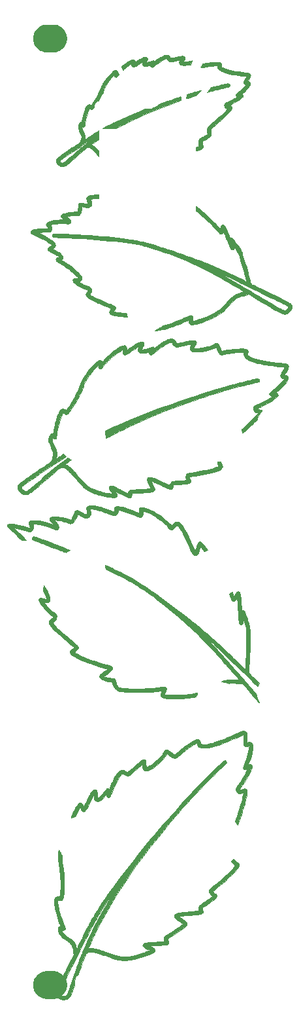
<source format=gbr>
G04 #@! TF.GenerationSoftware,KiCad,Pcbnew,(5.1.2)-2*
G04 #@! TF.CreationDate,2020-04-17T15:17:35-07:00*
G04 #@! TF.ProjectId,panel,70616e65-6c2e-46b6-9963-61645f706362,rev?*
G04 #@! TF.SameCoordinates,Original*
G04 #@! TF.FileFunction,Soldermask,Top*
G04 #@! TF.FilePolarity,Negative*
%FSLAX46Y46*%
G04 Gerber Fmt 4.6, Leading zero omitted, Abs format (unit mm)*
G04 Created by KiCad (PCBNEW (5.1.2)-2) date 2020-04-17 15:17:35*
%MOMM*%
%LPD*%
G04 APERTURE LIST*
%ADD10C,0.010000*%
%ADD11C,0.100000*%
%ADD12C,3.600000*%
G04 APERTURE END LIST*
D10*
G36*
X10168702Y-32200907D02*
G01*
X10232858Y-32274562D01*
X10261078Y-32375420D01*
X10261600Y-32392329D01*
X10261681Y-32423628D01*
X10259281Y-32450555D01*
X10250431Y-32477469D01*
X10231161Y-32508727D01*
X10197503Y-32548687D01*
X10145488Y-32601708D01*
X10071149Y-32672148D01*
X9970516Y-32764364D01*
X9839620Y-32882716D01*
X9702470Y-33006334D01*
X9589942Y-33110041D01*
X9446097Y-33246236D01*
X9274950Y-33410905D01*
X9080515Y-33600034D01*
X8866806Y-33809610D01*
X8637838Y-34035617D01*
X8397623Y-34274042D01*
X8150177Y-34520872D01*
X7899513Y-34772092D01*
X7649645Y-35023689D01*
X7404589Y-35271647D01*
X7168357Y-35511954D01*
X6944964Y-35740595D01*
X6738424Y-35953557D01*
X6552752Y-36146825D01*
X6391960Y-36316385D01*
X6386684Y-36322000D01*
X5948937Y-36789212D01*
X5542834Y-37225478D01*
X5164015Y-37635695D01*
X4808123Y-38024756D01*
X4470800Y-38397559D01*
X4147688Y-38758999D01*
X3834430Y-39113971D01*
X3526668Y-39467370D01*
X3220043Y-39824094D01*
X2910198Y-40189036D01*
X2592775Y-40567093D01*
X2373236Y-40830716D01*
X1355936Y-42076728D01*
X377152Y-43317799D01*
X-562236Y-44552622D01*
X-1461349Y-45779891D01*
X-2319306Y-46998300D01*
X-3135229Y-48206541D01*
X-3908237Y-49403309D01*
X-4637450Y-50587296D01*
X-5321990Y-51757196D01*
X-5960975Y-52911703D01*
X-6553527Y-54049510D01*
X-6630833Y-54203600D01*
X-6729006Y-54401824D01*
X-6832570Y-54613877D01*
X-6939227Y-54834808D01*
X-7046683Y-55059671D01*
X-7152640Y-55283519D01*
X-7254802Y-55501402D01*
X-7350874Y-55708374D01*
X-7438558Y-55899486D01*
X-7515558Y-56069790D01*
X-7579578Y-56214340D01*
X-7628322Y-56328187D01*
X-7659493Y-56406383D01*
X-7670795Y-56443980D01*
X-7670803Y-56444384D01*
X-7646856Y-56446880D01*
X-7580816Y-56449077D01*
X-7481392Y-56450802D01*
X-7357292Y-56451879D01*
X-7283453Y-56452130D01*
X-7141857Y-56453904D01*
X-7013601Y-56459824D01*
X-6891472Y-56471519D01*
X-6768255Y-56490619D01*
X-6636734Y-56518752D01*
X-6489694Y-56557548D01*
X-6319922Y-56608637D01*
X-6120202Y-56673649D01*
X-5883319Y-56754211D01*
X-5765800Y-56794887D01*
X-5414148Y-56916577D01*
X-5105550Y-57022248D01*
X-4835340Y-57113298D01*
X-4598852Y-57191123D01*
X-4391417Y-57257123D01*
X-4208371Y-57312694D01*
X-4045047Y-57359235D01*
X-3896777Y-57398144D01*
X-3758896Y-57430818D01*
X-3626737Y-57458654D01*
X-3495634Y-57483052D01*
X-3432331Y-57493848D01*
X-3116180Y-57526471D01*
X-2764482Y-57525698D01*
X-2379620Y-57491930D01*
X-1963972Y-57425569D01*
X-1519919Y-57327015D01*
X-1049842Y-57196668D01*
X-556122Y-57034931D01*
X-420702Y-56986525D01*
X-280305Y-56933792D01*
X-138942Y-56877736D01*
X-4553Y-56821838D01*
X114926Y-56769581D01*
X211557Y-56724447D01*
X277401Y-56689917D01*
X304521Y-56669476D01*
X304800Y-56668252D01*
X282827Y-56651231D01*
X223606Y-56620594D01*
X137179Y-56581273D01*
X69850Y-56552852D01*
X-134964Y-56465478D01*
X-295649Y-56388625D01*
X-416971Y-56319023D01*
X-503694Y-56253406D01*
X-560585Y-56188505D01*
X-592408Y-56121054D01*
X-598884Y-56094259D01*
X-594228Y-55994083D01*
X-550561Y-55895854D01*
X-476668Y-55818730D01*
X-470666Y-55814665D01*
X-407801Y-55781485D01*
X-324538Y-55752370D01*
X-216886Y-55726816D01*
X-80852Y-55704322D01*
X87558Y-55684384D01*
X292334Y-55666499D01*
X537470Y-55650163D01*
X826959Y-55634876D01*
X1028700Y-55625778D01*
X1275835Y-55614486D01*
X1503718Y-55602668D01*
X1707563Y-55590662D01*
X1882584Y-55578807D01*
X2023996Y-55567444D01*
X2127012Y-55556911D01*
X2186846Y-55547548D01*
X2199925Y-55542741D01*
X2196678Y-55515507D01*
X2176348Y-55458244D01*
X2160009Y-55420231D01*
X2119147Y-55290340D01*
X2112578Y-55165451D01*
X2140545Y-55059719D01*
X2153419Y-55037242D01*
X2194198Y-54987659D01*
X2260359Y-54925421D01*
X2354394Y-54848743D01*
X2478793Y-54755840D01*
X2636048Y-54644928D01*
X2828651Y-54514221D01*
X3059094Y-54361934D01*
X3329868Y-54186284D01*
X3441700Y-54114422D01*
X3664298Y-53970312D01*
X3873202Y-53832386D01*
X4063819Y-53703837D01*
X4231556Y-53587862D01*
X4371820Y-53487654D01*
X4480021Y-53406408D01*
X4551565Y-53347319D01*
X4569801Y-53329640D01*
X4624414Y-53271506D01*
X4229740Y-53011033D01*
X4025451Y-52873661D01*
X3861538Y-52756889D01*
X3733975Y-52656635D01*
X3638738Y-52568816D01*
X3571802Y-52489350D01*
X3529143Y-52414155D01*
X3506735Y-52339148D01*
X3500589Y-52271441D01*
X3507882Y-52192494D01*
X3533980Y-52121925D01*
X3581758Y-52058901D01*
X3654092Y-52002591D01*
X3753856Y-51952165D01*
X3883927Y-51906790D01*
X4047180Y-51865637D01*
X4246489Y-51827873D01*
X4484730Y-51792667D01*
X4764779Y-51759187D01*
X5089511Y-51726604D01*
X5461800Y-51694085D01*
X5511800Y-51689985D01*
X5703093Y-51674107D01*
X5894586Y-51657688D01*
X6074926Y-51641740D01*
X6232761Y-51627275D01*
X6356741Y-51615305D01*
X6400800Y-51610752D01*
X6667500Y-51582227D01*
X6667500Y-51336567D01*
X6669330Y-51213576D01*
X6676631Y-51125494D01*
X6692121Y-51056506D01*
X6718516Y-50990794D01*
X6731408Y-50964504D01*
X6755526Y-50920846D01*
X6784161Y-50880970D01*
X6823314Y-50839940D01*
X6878986Y-50792819D01*
X6957177Y-50734674D01*
X7063889Y-50660567D01*
X7205122Y-50565564D01*
X7264808Y-50525806D01*
X7457017Y-50397451D01*
X7646143Y-50270219D01*
X7826325Y-50148126D01*
X7991701Y-50035187D01*
X8136408Y-49935417D01*
X8254585Y-49852833D01*
X8340370Y-49791449D01*
X8378058Y-49763206D01*
X8437617Y-49716647D01*
X8269916Y-49555613D01*
X8125010Y-49397012D01*
X8029857Y-49247143D01*
X7984244Y-49105596D01*
X7982053Y-49007733D01*
X8000515Y-48924600D01*
X8031059Y-48855405D01*
X8042446Y-48839930D01*
X8075418Y-48809076D01*
X8141727Y-48751760D01*
X8235052Y-48673272D01*
X8349075Y-48578901D01*
X8477476Y-48473937D01*
X8547100Y-48417514D01*
X8942838Y-48094377D01*
X9315108Y-47783578D01*
X9662141Y-47486785D01*
X9982167Y-47205667D01*
X10273414Y-46941892D01*
X10534114Y-46697126D01*
X10762496Y-46473038D01*
X10956791Y-46271296D01*
X11115228Y-46093567D01*
X11236038Y-45941519D01*
X11317450Y-45816820D01*
X11327795Y-45797385D01*
X11378377Y-45698235D01*
X11292198Y-45644973D01*
X11234347Y-45601240D01*
X11157176Y-45532355D01*
X11074973Y-45451263D01*
X11053453Y-45428618D01*
X10960287Y-45321862D01*
X10899739Y-45236564D01*
X10873838Y-45176260D01*
X10884614Y-45144482D01*
X10889219Y-45142493D01*
X10920377Y-45124450D01*
X10980537Y-45084118D01*
X11057893Y-45029465D01*
X11075294Y-45016859D01*
X11236609Y-44899479D01*
X11276154Y-44960261D01*
X11401135Y-45114992D01*
X11551394Y-45240111D01*
X11634019Y-45288613D01*
X11746393Y-45359210D01*
X11826057Y-45442140D01*
X11872232Y-45538668D01*
X11884141Y-45650058D01*
X11861004Y-45777575D01*
X11802044Y-45922483D01*
X11706481Y-46086045D01*
X11573537Y-46269527D01*
X11402434Y-46474193D01*
X11192393Y-46701306D01*
X10942636Y-46952131D01*
X10652385Y-47227933D01*
X10320860Y-47529975D01*
X10172700Y-47661801D01*
X9871278Y-47924887D01*
X9543223Y-48204991D01*
X9203295Y-48489681D01*
X8866250Y-48766522D01*
X8743950Y-48865505D01*
X8647304Y-48944747D01*
X8566903Y-49013269D01*
X8510133Y-49064581D01*
X8484379Y-49092194D01*
X8483600Y-49094293D01*
X8502817Y-49128007D01*
X8553267Y-49180853D01*
X8624151Y-49243437D01*
X8704665Y-49306363D01*
X8784011Y-49360238D01*
X8801100Y-49370442D01*
X8894113Y-49437205D01*
X8963292Y-49511733D01*
X8976342Y-49532591D01*
X9005625Y-49603364D01*
X9014213Y-49674645D01*
X8999658Y-49748998D01*
X8959510Y-49828986D01*
X8891320Y-49917175D01*
X8792640Y-50016129D01*
X8661020Y-50128411D01*
X8494012Y-50256587D01*
X8289166Y-50403221D01*
X8044033Y-50570877D01*
X7880582Y-50679988D01*
X7710507Y-50793210D01*
X7553943Y-50898347D01*
X7415952Y-50991928D01*
X7301594Y-51070485D01*
X7215929Y-51130548D01*
X7164020Y-51168649D01*
X7150401Y-51180512D01*
X7133368Y-51243507D01*
X7133998Y-51332894D01*
X7150151Y-51428281D01*
X7179686Y-51509280D01*
X7186083Y-51520475D01*
X7225552Y-51616272D01*
X7239000Y-51708416D01*
X7231558Y-51781722D01*
X7201566Y-51837709D01*
X7149986Y-51888892D01*
X7106348Y-51923811D01*
X7057807Y-51954084D01*
X6999770Y-51980506D01*
X6927646Y-52003868D01*
X6836842Y-52024964D01*
X6722769Y-52044587D01*
X6580832Y-52063528D01*
X6406442Y-52082582D01*
X6195006Y-52102541D01*
X5941932Y-52124198D01*
X5651500Y-52147642D01*
X5349345Y-52172805D01*
X5072117Y-52198307D01*
X4823073Y-52223723D01*
X4605470Y-52248629D01*
X4422565Y-52272602D01*
X4277615Y-52295216D01*
X4173878Y-52316047D01*
X4114610Y-52334672D01*
X4102122Y-52349437D01*
X4126312Y-52369257D01*
X4186123Y-52412275D01*
X4274740Y-52473763D01*
X4385349Y-52548994D01*
X4511132Y-52633241D01*
X4514992Y-52635807D01*
X4724341Y-52779903D01*
X4889495Y-52904822D01*
X5012507Y-53012405D01*
X5095433Y-53104490D01*
X5140325Y-53182918D01*
X5145970Y-53201099D01*
X5154387Y-53283719D01*
X5136575Y-53368847D01*
X5089895Y-53459258D01*
X5011713Y-53557731D01*
X4899393Y-53667042D01*
X4750297Y-53789967D01*
X4561790Y-53929284D01*
X4331235Y-54087769D01*
X4257930Y-54136524D01*
X3980699Y-54319937D01*
X3721704Y-54491584D01*
X3483856Y-54649519D01*
X3270065Y-54791800D01*
X3083242Y-54916484D01*
X2926298Y-55021626D01*
X2802143Y-55105284D01*
X2713687Y-55165514D01*
X2663841Y-55200372D01*
X2656613Y-55205778D01*
X2633026Y-55227343D01*
X2624672Y-55251915D01*
X2633321Y-55291331D01*
X2660747Y-55357426D01*
X2688363Y-55417877D01*
X2748130Y-55578700D01*
X2765698Y-55711853D01*
X2740592Y-55818647D01*
X2672337Y-55900394D01*
X2560456Y-55958403D01*
X2484457Y-55979717D01*
X2365616Y-56000415D01*
X2198224Y-56020500D01*
X1984528Y-56039783D01*
X1726777Y-56058069D01*
X1427217Y-56075169D01*
X1282700Y-56082269D01*
X1104865Y-56090905D01*
X930970Y-56099870D01*
X772066Y-56108555D01*
X639208Y-56116353D01*
X543447Y-56122655D01*
X527509Y-56123854D01*
X331118Y-56139205D01*
X590758Y-56269952D01*
X726500Y-56342228D01*
X821786Y-56402876D01*
X884113Y-56457030D01*
X907798Y-56487006D01*
X954056Y-56593047D01*
X964514Y-56706919D01*
X938934Y-56811281D01*
X912854Y-56854095D01*
X842896Y-56918420D01*
X728888Y-56992709D01*
X576155Y-57074972D01*
X390019Y-57163220D01*
X175806Y-57255466D01*
X-61161Y-57349720D01*
X-315557Y-57443993D01*
X-582059Y-57536298D01*
X-855342Y-57624645D01*
X-1130082Y-57707045D01*
X-1400956Y-57781511D01*
X-1662639Y-57846052D01*
X-1854200Y-57887671D01*
X-2152848Y-57942729D01*
X-2432676Y-57981634D01*
X-2700343Y-58003659D01*
X-2962506Y-58008082D01*
X-3225824Y-57994177D01*
X-3496954Y-57961221D01*
X-3782553Y-57908488D01*
X-4089281Y-57835254D01*
X-4423794Y-57740795D01*
X-4792751Y-57624386D01*
X-5041900Y-57540810D01*
X-5246354Y-57470956D01*
X-5466334Y-57395779D01*
X-5687576Y-57320156D01*
X-5895818Y-57248962D01*
X-6076795Y-57187073D01*
X-6146800Y-57163127D01*
X-6379524Y-57085419D01*
X-6574497Y-57025325D01*
X-6740904Y-56981026D01*
X-6887929Y-56950699D01*
X-7024756Y-56932525D01*
X-7160571Y-56924683D01*
X-7304557Y-56925353D01*
X-7340336Y-56926539D01*
X-7528152Y-56939815D01*
X-7675178Y-56965711D01*
X-7790479Y-57007104D01*
X-7883120Y-57066869D01*
X-7933407Y-57114684D01*
X-7982661Y-57184529D01*
X-8044830Y-57300830D01*
X-8118960Y-57461174D01*
X-8204100Y-57663148D01*
X-8299297Y-57904336D01*
X-8403598Y-58182326D01*
X-8516050Y-58494703D01*
X-8635702Y-58839054D01*
X-8761599Y-59212964D01*
X-8762036Y-59214282D01*
X-8826118Y-59406412D01*
X-8877094Y-59555944D01*
X-8917398Y-59668642D01*
X-8949468Y-59750270D01*
X-8975738Y-59806594D01*
X-8998646Y-59843378D01*
X-9020627Y-59866387D01*
X-9043878Y-59881264D01*
X-9162750Y-59965170D01*
X-9259294Y-60083837D01*
X-9334550Y-60239953D01*
X-9389559Y-60436211D01*
X-9425360Y-60675299D01*
X-9441272Y-60909200D01*
X-9455703Y-61277500D01*
X-9607042Y-61683900D01*
X-9693559Y-61907359D01*
X-9783573Y-62123786D01*
X-9873786Y-62326295D01*
X-9960901Y-62507997D01*
X-10041620Y-62662006D01*
X-10112644Y-62781436D01*
X-10169183Y-62857761D01*
X-10280765Y-62956476D01*
X-10413657Y-63025074D01*
X-10576325Y-63066752D01*
X-10769600Y-63084447D01*
X-10951171Y-63083695D01*
X-11106071Y-63065788D01*
X-11189357Y-63047534D01*
X-11419651Y-62971744D01*
X-11610140Y-62872593D01*
X-11758359Y-62751707D01*
X-11861840Y-62610709D01*
X-11866715Y-62601367D01*
X-11888841Y-62546591D01*
X-11902227Y-62483497D01*
X-11905973Y-62409879D01*
X-11903363Y-62376690D01*
X-11441149Y-62376690D01*
X-11436421Y-62405846D01*
X-11419723Y-62429101D01*
X-11407617Y-62441472D01*
X-11332373Y-62492700D01*
X-11220548Y-62539234D01*
X-11086356Y-62576996D01*
X-10944013Y-62601908D01*
X-10820400Y-62609969D01*
X-10717834Y-62605959D01*
X-10627735Y-62595148D01*
X-10568662Y-62579815D01*
X-10566400Y-62578747D01*
X-10519885Y-62535657D01*
X-10460270Y-62448036D01*
X-10389543Y-62319860D01*
X-10309692Y-62155107D01*
X-10222705Y-61957753D01*
X-10130568Y-61731776D01*
X-10087420Y-61620400D01*
X-10049611Y-61518308D01*
X-9997792Y-61373901D01*
X-9934000Y-61193062D01*
X-9860270Y-60981674D01*
X-9778640Y-60745620D01*
X-9691146Y-60490784D01*
X-9599824Y-60223050D01*
X-9506711Y-59948299D01*
X-9436330Y-59739398D01*
X-9301805Y-59340134D01*
X-9181508Y-58985580D01*
X-9074115Y-58672085D01*
X-8978305Y-58395998D01*
X-8892754Y-58153668D01*
X-8816141Y-57941444D01*
X-8747142Y-57755674D01*
X-8684436Y-57592708D01*
X-8626699Y-57448894D01*
X-8572610Y-57320580D01*
X-8520846Y-57204117D01*
X-8507639Y-57175400D01*
X-8462809Y-57076575D01*
X-8402653Y-56940994D01*
X-8331560Y-56778714D01*
X-8253922Y-56599798D01*
X-8174131Y-56414302D01*
X-8118724Y-56284460D01*
X-7738718Y-55422250D01*
X-7321095Y-54533910D01*
X-6868454Y-53624351D01*
X-6383392Y-52698481D01*
X-5868509Y-51761210D01*
X-5326401Y-50817447D01*
X-4759668Y-49872102D01*
X-4517060Y-49479200D01*
X-4483225Y-49422574D01*
X-4476423Y-49405191D01*
X-4494706Y-49424571D01*
X-4536124Y-49478237D01*
X-4598728Y-49563710D01*
X-4680569Y-49678512D01*
X-4736811Y-49758600D01*
X-4868572Y-49949009D01*
X-5020139Y-50171226D01*
X-5185845Y-50416705D01*
X-5360025Y-50676896D01*
X-5537010Y-50943254D01*
X-5711134Y-51207231D01*
X-5876729Y-51460278D01*
X-6028129Y-51693850D01*
X-6159668Y-51899399D01*
X-6227187Y-52006500D01*
X-6354479Y-52210543D01*
X-6471404Y-52399568D01*
X-6580177Y-52577649D01*
X-6683013Y-52748863D01*
X-6782129Y-52917285D01*
X-6879739Y-53086990D01*
X-6978060Y-53262054D01*
X-7079308Y-53446552D01*
X-7185697Y-53644560D01*
X-7299445Y-53860153D01*
X-7422766Y-54097406D01*
X-7557876Y-54360396D01*
X-7706990Y-54653197D01*
X-7872326Y-54979885D01*
X-8056098Y-55344535D01*
X-8229519Y-55689500D01*
X-8395942Y-56020636D01*
X-8571066Y-56368781D01*
X-8751319Y-56726852D01*
X-8933131Y-57087769D01*
X-9112931Y-57444449D01*
X-9287149Y-57789811D01*
X-9452213Y-58116774D01*
X-9604554Y-58418257D01*
X-9740601Y-58687178D01*
X-9836872Y-58877200D01*
X-10069675Y-59338002D01*
X-10279597Y-59757198D01*
X-10468047Y-60137796D01*
X-10636435Y-60482807D01*
X-10786172Y-60795239D01*
X-10918668Y-61078102D01*
X-11035333Y-61334404D01*
X-11137576Y-61567156D01*
X-11226808Y-61779365D01*
X-11304440Y-61974042D01*
X-11370072Y-62149196D01*
X-11409318Y-62258826D01*
X-11432562Y-62331170D01*
X-11441149Y-62376690D01*
X-11903363Y-62376690D01*
X-11899182Y-62323533D01*
X-11880954Y-62222256D01*
X-11850393Y-62103843D01*
X-11806598Y-61966089D01*
X-11748672Y-61806791D01*
X-11675717Y-61623744D01*
X-11586833Y-61414745D01*
X-11481123Y-61177588D01*
X-11357688Y-60910070D01*
X-11215629Y-60609986D01*
X-11054049Y-60275132D01*
X-10872048Y-59903304D01*
X-10668729Y-59492298D01*
X-10443193Y-59039909D01*
X-10292393Y-58738842D01*
X-9541330Y-57241585D01*
X-9571646Y-56968949D01*
X-9605337Y-56733584D01*
X-9651869Y-56507727D01*
X-9708232Y-56303047D01*
X-9771414Y-56131214D01*
X-9806924Y-56056911D01*
X-9861017Y-55968216D01*
X-9930557Y-55879262D01*
X-10020350Y-55785736D01*
X-10135201Y-55683326D01*
X-10279914Y-55567720D01*
X-10459296Y-55434606D01*
X-10655025Y-55295800D01*
X-10858367Y-55151518D01*
X-11023078Y-55028961D01*
X-11154037Y-54923631D01*
X-11256126Y-54831032D01*
X-11334223Y-54746668D01*
X-11393208Y-54666045D01*
X-11437962Y-54584664D01*
X-11446025Y-54567020D01*
X-11515434Y-54378514D01*
X-11559863Y-54188419D01*
X-11578006Y-54008013D01*
X-11568555Y-53848576D01*
X-11541152Y-53745938D01*
X-11484087Y-53654856D01*
X-11403625Y-53592030D01*
X-11314034Y-53568600D01*
X-11313999Y-53568600D01*
X-11297247Y-53568408D01*
X-11286549Y-53563717D01*
X-11283598Y-53548349D01*
X-11290085Y-53516127D01*
X-11307703Y-53460875D01*
X-11338144Y-53376414D01*
X-11383102Y-53256568D01*
X-11442254Y-53100472D01*
X-11547257Y-52808572D01*
X-11654170Y-52484284D01*
X-11757586Y-52145488D01*
X-11852098Y-51810066D01*
X-11932299Y-51495899D01*
X-11949219Y-51423908D01*
X-12021327Y-51077412D01*
X-12067894Y-50773744D01*
X-12088869Y-50511794D01*
X-12084202Y-50290451D01*
X-12053847Y-50108602D01*
X-11997752Y-49965138D01*
X-11915869Y-49858947D01*
X-11878670Y-49828627D01*
X-11830601Y-49799685D01*
X-11776738Y-49782326D01*
X-11702653Y-49773790D01*
X-11593919Y-49771319D01*
X-11578780Y-49771300D01*
X-11359259Y-49771300D01*
X-11330512Y-49555400D01*
X-11289546Y-49166886D01*
X-11263912Y-48739777D01*
X-11253322Y-48283816D01*
X-11257491Y-47808749D01*
X-11276132Y-47324318D01*
X-11308956Y-46840269D01*
X-11355678Y-46366344D01*
X-11416010Y-45912288D01*
X-11442712Y-45745400D01*
X-11493695Y-45413064D01*
X-11528143Y-45116008D01*
X-11547009Y-44841817D01*
X-11551250Y-44578074D01*
X-11546305Y-44399200D01*
X-11535074Y-44169987D01*
X-11523554Y-43982986D01*
X-11511912Y-43840109D01*
X-11500319Y-43743268D01*
X-11488942Y-43694376D01*
X-11483503Y-43688503D01*
X-11466043Y-43709995D01*
X-11434041Y-43766321D01*
X-11393917Y-43846040D01*
X-11387290Y-43859953D01*
X-11329209Y-43972501D01*
X-11257493Y-44097295D01*
X-11194093Y-44197504D01*
X-11081705Y-44364109D01*
X-11067209Y-44794404D01*
X-11050422Y-45096583D01*
X-11019365Y-45388981D01*
X-10976517Y-45669200D01*
X-10937694Y-45902598D01*
X-10905185Y-46116070D01*
X-10878454Y-46317322D01*
X-10856966Y-46514056D01*
X-10840188Y-46713976D01*
X-10827585Y-46924787D01*
X-10818621Y-47154193D01*
X-10812763Y-47409897D01*
X-10809475Y-47699604D01*
X-10808223Y-48031017D01*
X-10808173Y-48094900D01*
X-10808339Y-48377889D01*
X-10809224Y-48616085D01*
X-10811018Y-48815494D01*
X-10813910Y-48982119D01*
X-10818093Y-49121965D01*
X-10823754Y-49241038D01*
X-10831086Y-49345340D01*
X-10840278Y-49440878D01*
X-10851520Y-49533656D01*
X-10854438Y-49555400D01*
X-10883576Y-49751505D01*
X-10912424Y-49903633D01*
X-10943229Y-50018542D01*
X-10978239Y-50102991D01*
X-11019704Y-50163740D01*
X-11069872Y-50207546D01*
X-11071807Y-50208851D01*
X-11176178Y-50251977D01*
X-11311313Y-50267070D01*
X-11464975Y-50253152D01*
X-11509830Y-50243882D01*
X-11570832Y-50232433D01*
X-11599528Y-50244090D01*
X-11613008Y-50290090D01*
X-11616968Y-50314338D01*
X-11621361Y-50394213D01*
X-11617137Y-50511935D01*
X-11605334Y-50655476D01*
X-11586985Y-50812808D01*
X-11563127Y-50971903D01*
X-11557612Y-51003859D01*
X-11511151Y-51233864D01*
X-11448415Y-51495549D01*
X-11372335Y-51779768D01*
X-11285844Y-52077373D01*
X-11191872Y-52379219D01*
X-11093353Y-52676159D01*
X-10993217Y-52959047D01*
X-10894399Y-53218737D01*
X-10799828Y-53446082D01*
X-10719744Y-53617523D01*
X-10673384Y-53716650D01*
X-10637936Y-53805621D01*
X-10618948Y-53869963D01*
X-10617200Y-53885135D01*
X-10633737Y-53943736D01*
X-10674983Y-54011978D01*
X-10690801Y-54031172D01*
X-10770429Y-54092252D01*
X-10870301Y-54115284D01*
X-10997828Y-54101617D01*
X-11032199Y-54093333D01*
X-11080326Y-54083716D01*
X-11095797Y-54098259D01*
X-11088687Y-54148924D01*
X-11086773Y-54158101D01*
X-11061729Y-54256275D01*
X-11027471Y-54342994D01*
X-10978776Y-54423966D01*
X-10910420Y-54504897D01*
X-10817182Y-54591495D01*
X-10693836Y-54689468D01*
X-10535161Y-54804522D01*
X-10424869Y-54881338D01*
X-10177717Y-55055188D01*
X-9970423Y-55209657D01*
X-9798415Y-55349989D01*
X-9657118Y-55481428D01*
X-9541959Y-55609218D01*
X-9448364Y-55738602D01*
X-9371760Y-55874825D01*
X-9307572Y-56023130D01*
X-9251228Y-56188762D01*
X-9233971Y-56246751D01*
X-9204519Y-56346497D01*
X-9179990Y-56425821D01*
X-9163920Y-56473465D01*
X-9160052Y-56482014D01*
X-9147608Y-56461378D01*
X-9114524Y-56399067D01*
X-9062741Y-56298913D01*
X-8994203Y-56164747D01*
X-8910850Y-56000401D01*
X-8814626Y-55809704D01*
X-8707472Y-55596488D01*
X-8591330Y-55364585D01*
X-8468141Y-55117824D01*
X-8446235Y-55073863D01*
X-8248329Y-54678074D01*
X-8068869Y-54322580D01*
X-7904761Y-54001669D01*
X-7752910Y-53709628D01*
X-7610222Y-53440745D01*
X-7473603Y-53189309D01*
X-7339958Y-52949606D01*
X-7206194Y-52715925D01*
X-7069216Y-52482552D01*
X-6925931Y-52243777D01*
X-6812211Y-52057300D01*
X-6394966Y-51392060D01*
X-5940632Y-50695905D01*
X-5450776Y-49970878D01*
X-5010899Y-49339500D01*
X-4445000Y-49339500D01*
X-4432300Y-49352200D01*
X-4419600Y-49339500D01*
X-4432300Y-49326800D01*
X-4445000Y-49339500D01*
X-5010899Y-49339500D01*
X-4926964Y-49219024D01*
X-4370762Y-48442389D01*
X-3783736Y-47643016D01*
X-3167453Y-46822952D01*
X-2523478Y-45984241D01*
X-1853379Y-45128927D01*
X-1158720Y-44259057D01*
X-441069Y-43376673D01*
X298008Y-42483823D01*
X1056946Y-41582549D01*
X1834178Y-40674898D01*
X2438310Y-39979600D01*
X2895656Y-39457534D01*
X3323620Y-38971179D01*
X3725268Y-38517160D01*
X4103668Y-38092105D01*
X4461889Y-37692637D01*
X4802996Y-37315384D01*
X5130057Y-36956971D01*
X5446140Y-36614024D01*
X5754313Y-36283169D01*
X6057641Y-35961030D01*
X6359194Y-35644235D01*
X6662038Y-35329410D01*
X6721563Y-35267900D01*
X6992066Y-34990139D01*
X7265574Y-34712136D01*
X7539520Y-34436340D01*
X7811337Y-34165199D01*
X8078459Y-33901163D01*
X8338321Y-33646679D01*
X8588356Y-33404196D01*
X8825998Y-33176164D01*
X9048679Y-32965031D01*
X9253836Y-32773245D01*
X9438900Y-32603255D01*
X9601306Y-32457511D01*
X9738487Y-32338460D01*
X9847878Y-32248552D01*
X9926911Y-32190234D01*
X9972187Y-32166155D01*
X10078511Y-32162192D01*
X10168702Y-32200907D01*
X10168702Y-32200907D01*
G37*
X10168702Y-32200907D02*
X10232858Y-32274562D01*
X10261078Y-32375420D01*
X10261600Y-32392329D01*
X10261681Y-32423628D01*
X10259281Y-32450555D01*
X10250431Y-32477469D01*
X10231161Y-32508727D01*
X10197503Y-32548687D01*
X10145488Y-32601708D01*
X10071149Y-32672148D01*
X9970516Y-32764364D01*
X9839620Y-32882716D01*
X9702470Y-33006334D01*
X9589942Y-33110041D01*
X9446097Y-33246236D01*
X9274950Y-33410905D01*
X9080515Y-33600034D01*
X8866806Y-33809610D01*
X8637838Y-34035617D01*
X8397623Y-34274042D01*
X8150177Y-34520872D01*
X7899513Y-34772092D01*
X7649645Y-35023689D01*
X7404589Y-35271647D01*
X7168357Y-35511954D01*
X6944964Y-35740595D01*
X6738424Y-35953557D01*
X6552752Y-36146825D01*
X6391960Y-36316385D01*
X6386684Y-36322000D01*
X5948937Y-36789212D01*
X5542834Y-37225478D01*
X5164015Y-37635695D01*
X4808123Y-38024756D01*
X4470800Y-38397559D01*
X4147688Y-38758999D01*
X3834430Y-39113971D01*
X3526668Y-39467370D01*
X3220043Y-39824094D01*
X2910198Y-40189036D01*
X2592775Y-40567093D01*
X2373236Y-40830716D01*
X1355936Y-42076728D01*
X377152Y-43317799D01*
X-562236Y-44552622D01*
X-1461349Y-45779891D01*
X-2319306Y-46998300D01*
X-3135229Y-48206541D01*
X-3908237Y-49403309D01*
X-4637450Y-50587296D01*
X-5321990Y-51757196D01*
X-5960975Y-52911703D01*
X-6553527Y-54049510D01*
X-6630833Y-54203600D01*
X-6729006Y-54401824D01*
X-6832570Y-54613877D01*
X-6939227Y-54834808D01*
X-7046683Y-55059671D01*
X-7152640Y-55283519D01*
X-7254802Y-55501402D01*
X-7350874Y-55708374D01*
X-7438558Y-55899486D01*
X-7515558Y-56069790D01*
X-7579578Y-56214340D01*
X-7628322Y-56328187D01*
X-7659493Y-56406383D01*
X-7670795Y-56443980D01*
X-7670803Y-56444384D01*
X-7646856Y-56446880D01*
X-7580816Y-56449077D01*
X-7481392Y-56450802D01*
X-7357292Y-56451879D01*
X-7283453Y-56452130D01*
X-7141857Y-56453904D01*
X-7013601Y-56459824D01*
X-6891472Y-56471519D01*
X-6768255Y-56490619D01*
X-6636734Y-56518752D01*
X-6489694Y-56557548D01*
X-6319922Y-56608637D01*
X-6120202Y-56673649D01*
X-5883319Y-56754211D01*
X-5765800Y-56794887D01*
X-5414148Y-56916577D01*
X-5105550Y-57022248D01*
X-4835340Y-57113298D01*
X-4598852Y-57191123D01*
X-4391417Y-57257123D01*
X-4208371Y-57312694D01*
X-4045047Y-57359235D01*
X-3896777Y-57398144D01*
X-3758896Y-57430818D01*
X-3626737Y-57458654D01*
X-3495634Y-57483052D01*
X-3432331Y-57493848D01*
X-3116180Y-57526471D01*
X-2764482Y-57525698D01*
X-2379620Y-57491930D01*
X-1963972Y-57425569D01*
X-1519919Y-57327015D01*
X-1049842Y-57196668D01*
X-556122Y-57034931D01*
X-420702Y-56986525D01*
X-280305Y-56933792D01*
X-138942Y-56877736D01*
X-4553Y-56821838D01*
X114926Y-56769581D01*
X211557Y-56724447D01*
X277401Y-56689917D01*
X304521Y-56669476D01*
X304800Y-56668252D01*
X282827Y-56651231D01*
X223606Y-56620594D01*
X137179Y-56581273D01*
X69850Y-56552852D01*
X-134964Y-56465478D01*
X-295649Y-56388625D01*
X-416971Y-56319023D01*
X-503694Y-56253406D01*
X-560585Y-56188505D01*
X-592408Y-56121054D01*
X-598884Y-56094259D01*
X-594228Y-55994083D01*
X-550561Y-55895854D01*
X-476668Y-55818730D01*
X-470666Y-55814665D01*
X-407801Y-55781485D01*
X-324538Y-55752370D01*
X-216886Y-55726816D01*
X-80852Y-55704322D01*
X87558Y-55684384D01*
X292334Y-55666499D01*
X537470Y-55650163D01*
X826959Y-55634876D01*
X1028700Y-55625778D01*
X1275835Y-55614486D01*
X1503718Y-55602668D01*
X1707563Y-55590662D01*
X1882584Y-55578807D01*
X2023996Y-55567444D01*
X2127012Y-55556911D01*
X2186846Y-55547548D01*
X2199925Y-55542741D01*
X2196678Y-55515507D01*
X2176348Y-55458244D01*
X2160009Y-55420231D01*
X2119147Y-55290340D01*
X2112578Y-55165451D01*
X2140545Y-55059719D01*
X2153419Y-55037242D01*
X2194198Y-54987659D01*
X2260359Y-54925421D01*
X2354394Y-54848743D01*
X2478793Y-54755840D01*
X2636048Y-54644928D01*
X2828651Y-54514221D01*
X3059094Y-54361934D01*
X3329868Y-54186284D01*
X3441700Y-54114422D01*
X3664298Y-53970312D01*
X3873202Y-53832386D01*
X4063819Y-53703837D01*
X4231556Y-53587862D01*
X4371820Y-53487654D01*
X4480021Y-53406408D01*
X4551565Y-53347319D01*
X4569801Y-53329640D01*
X4624414Y-53271506D01*
X4229740Y-53011033D01*
X4025451Y-52873661D01*
X3861538Y-52756889D01*
X3733975Y-52656635D01*
X3638738Y-52568816D01*
X3571802Y-52489350D01*
X3529143Y-52414155D01*
X3506735Y-52339148D01*
X3500589Y-52271441D01*
X3507882Y-52192494D01*
X3533980Y-52121925D01*
X3581758Y-52058901D01*
X3654092Y-52002591D01*
X3753856Y-51952165D01*
X3883927Y-51906790D01*
X4047180Y-51865637D01*
X4246489Y-51827873D01*
X4484730Y-51792667D01*
X4764779Y-51759187D01*
X5089511Y-51726604D01*
X5461800Y-51694085D01*
X5511800Y-51689985D01*
X5703093Y-51674107D01*
X5894586Y-51657688D01*
X6074926Y-51641740D01*
X6232761Y-51627275D01*
X6356741Y-51615305D01*
X6400800Y-51610752D01*
X6667500Y-51582227D01*
X6667500Y-51336567D01*
X6669330Y-51213576D01*
X6676631Y-51125494D01*
X6692121Y-51056506D01*
X6718516Y-50990794D01*
X6731408Y-50964504D01*
X6755526Y-50920846D01*
X6784161Y-50880970D01*
X6823314Y-50839940D01*
X6878986Y-50792819D01*
X6957177Y-50734674D01*
X7063889Y-50660567D01*
X7205122Y-50565564D01*
X7264808Y-50525806D01*
X7457017Y-50397451D01*
X7646143Y-50270219D01*
X7826325Y-50148126D01*
X7991701Y-50035187D01*
X8136408Y-49935417D01*
X8254585Y-49852833D01*
X8340370Y-49791449D01*
X8378058Y-49763206D01*
X8437617Y-49716647D01*
X8269916Y-49555613D01*
X8125010Y-49397012D01*
X8029857Y-49247143D01*
X7984244Y-49105596D01*
X7982053Y-49007733D01*
X8000515Y-48924600D01*
X8031059Y-48855405D01*
X8042446Y-48839930D01*
X8075418Y-48809076D01*
X8141727Y-48751760D01*
X8235052Y-48673272D01*
X8349075Y-48578901D01*
X8477476Y-48473937D01*
X8547100Y-48417514D01*
X8942838Y-48094377D01*
X9315108Y-47783578D01*
X9662141Y-47486785D01*
X9982167Y-47205667D01*
X10273414Y-46941892D01*
X10534114Y-46697126D01*
X10762496Y-46473038D01*
X10956791Y-46271296D01*
X11115228Y-46093567D01*
X11236038Y-45941519D01*
X11317450Y-45816820D01*
X11327795Y-45797385D01*
X11378377Y-45698235D01*
X11292198Y-45644973D01*
X11234347Y-45601240D01*
X11157176Y-45532355D01*
X11074973Y-45451263D01*
X11053453Y-45428618D01*
X10960287Y-45321862D01*
X10899739Y-45236564D01*
X10873838Y-45176260D01*
X10884614Y-45144482D01*
X10889219Y-45142493D01*
X10920377Y-45124450D01*
X10980537Y-45084118D01*
X11057893Y-45029465D01*
X11075294Y-45016859D01*
X11236609Y-44899479D01*
X11276154Y-44960261D01*
X11401135Y-45114992D01*
X11551394Y-45240111D01*
X11634019Y-45288613D01*
X11746393Y-45359210D01*
X11826057Y-45442140D01*
X11872232Y-45538668D01*
X11884141Y-45650058D01*
X11861004Y-45777575D01*
X11802044Y-45922483D01*
X11706481Y-46086045D01*
X11573537Y-46269527D01*
X11402434Y-46474193D01*
X11192393Y-46701306D01*
X10942636Y-46952131D01*
X10652385Y-47227933D01*
X10320860Y-47529975D01*
X10172700Y-47661801D01*
X9871278Y-47924887D01*
X9543223Y-48204991D01*
X9203295Y-48489681D01*
X8866250Y-48766522D01*
X8743950Y-48865505D01*
X8647304Y-48944747D01*
X8566903Y-49013269D01*
X8510133Y-49064581D01*
X8484379Y-49092194D01*
X8483600Y-49094293D01*
X8502817Y-49128007D01*
X8553267Y-49180853D01*
X8624151Y-49243437D01*
X8704665Y-49306363D01*
X8784011Y-49360238D01*
X8801100Y-49370442D01*
X8894113Y-49437205D01*
X8963292Y-49511733D01*
X8976342Y-49532591D01*
X9005625Y-49603364D01*
X9014213Y-49674645D01*
X8999658Y-49748998D01*
X8959510Y-49828986D01*
X8891320Y-49917175D01*
X8792640Y-50016129D01*
X8661020Y-50128411D01*
X8494012Y-50256587D01*
X8289166Y-50403221D01*
X8044033Y-50570877D01*
X7880582Y-50679988D01*
X7710507Y-50793210D01*
X7553943Y-50898347D01*
X7415952Y-50991928D01*
X7301594Y-51070485D01*
X7215929Y-51130548D01*
X7164020Y-51168649D01*
X7150401Y-51180512D01*
X7133368Y-51243507D01*
X7133998Y-51332894D01*
X7150151Y-51428281D01*
X7179686Y-51509280D01*
X7186083Y-51520475D01*
X7225552Y-51616272D01*
X7239000Y-51708416D01*
X7231558Y-51781722D01*
X7201566Y-51837709D01*
X7149986Y-51888892D01*
X7106348Y-51923811D01*
X7057807Y-51954084D01*
X6999770Y-51980506D01*
X6927646Y-52003868D01*
X6836842Y-52024964D01*
X6722769Y-52044587D01*
X6580832Y-52063528D01*
X6406442Y-52082582D01*
X6195006Y-52102541D01*
X5941932Y-52124198D01*
X5651500Y-52147642D01*
X5349345Y-52172805D01*
X5072117Y-52198307D01*
X4823073Y-52223723D01*
X4605470Y-52248629D01*
X4422565Y-52272602D01*
X4277615Y-52295216D01*
X4173878Y-52316047D01*
X4114610Y-52334672D01*
X4102122Y-52349437D01*
X4126312Y-52369257D01*
X4186123Y-52412275D01*
X4274740Y-52473763D01*
X4385349Y-52548994D01*
X4511132Y-52633241D01*
X4514992Y-52635807D01*
X4724341Y-52779903D01*
X4889495Y-52904822D01*
X5012507Y-53012405D01*
X5095433Y-53104490D01*
X5140325Y-53182918D01*
X5145970Y-53201099D01*
X5154387Y-53283719D01*
X5136575Y-53368847D01*
X5089895Y-53459258D01*
X5011713Y-53557731D01*
X4899393Y-53667042D01*
X4750297Y-53789967D01*
X4561790Y-53929284D01*
X4331235Y-54087769D01*
X4257930Y-54136524D01*
X3980699Y-54319937D01*
X3721704Y-54491584D01*
X3483856Y-54649519D01*
X3270065Y-54791800D01*
X3083242Y-54916484D01*
X2926298Y-55021626D01*
X2802143Y-55105284D01*
X2713687Y-55165514D01*
X2663841Y-55200372D01*
X2656613Y-55205778D01*
X2633026Y-55227343D01*
X2624672Y-55251915D01*
X2633321Y-55291331D01*
X2660747Y-55357426D01*
X2688363Y-55417877D01*
X2748130Y-55578700D01*
X2765698Y-55711853D01*
X2740592Y-55818647D01*
X2672337Y-55900394D01*
X2560456Y-55958403D01*
X2484457Y-55979717D01*
X2365616Y-56000415D01*
X2198224Y-56020500D01*
X1984528Y-56039783D01*
X1726777Y-56058069D01*
X1427217Y-56075169D01*
X1282700Y-56082269D01*
X1104865Y-56090905D01*
X930970Y-56099870D01*
X772066Y-56108555D01*
X639208Y-56116353D01*
X543447Y-56122655D01*
X527509Y-56123854D01*
X331118Y-56139205D01*
X590758Y-56269952D01*
X726500Y-56342228D01*
X821786Y-56402876D01*
X884113Y-56457030D01*
X907798Y-56487006D01*
X954056Y-56593047D01*
X964514Y-56706919D01*
X938934Y-56811281D01*
X912854Y-56854095D01*
X842896Y-56918420D01*
X728888Y-56992709D01*
X576155Y-57074972D01*
X390019Y-57163220D01*
X175806Y-57255466D01*
X-61161Y-57349720D01*
X-315557Y-57443993D01*
X-582059Y-57536298D01*
X-855342Y-57624645D01*
X-1130082Y-57707045D01*
X-1400956Y-57781511D01*
X-1662639Y-57846052D01*
X-1854200Y-57887671D01*
X-2152848Y-57942729D01*
X-2432676Y-57981634D01*
X-2700343Y-58003659D01*
X-2962506Y-58008082D01*
X-3225824Y-57994177D01*
X-3496954Y-57961221D01*
X-3782553Y-57908488D01*
X-4089281Y-57835254D01*
X-4423794Y-57740795D01*
X-4792751Y-57624386D01*
X-5041900Y-57540810D01*
X-5246354Y-57470956D01*
X-5466334Y-57395779D01*
X-5687576Y-57320156D01*
X-5895818Y-57248962D01*
X-6076795Y-57187073D01*
X-6146800Y-57163127D01*
X-6379524Y-57085419D01*
X-6574497Y-57025325D01*
X-6740904Y-56981026D01*
X-6887929Y-56950699D01*
X-7024756Y-56932525D01*
X-7160571Y-56924683D01*
X-7304557Y-56925353D01*
X-7340336Y-56926539D01*
X-7528152Y-56939815D01*
X-7675178Y-56965711D01*
X-7790479Y-57007104D01*
X-7883120Y-57066869D01*
X-7933407Y-57114684D01*
X-7982661Y-57184529D01*
X-8044830Y-57300830D01*
X-8118960Y-57461174D01*
X-8204100Y-57663148D01*
X-8299297Y-57904336D01*
X-8403598Y-58182326D01*
X-8516050Y-58494703D01*
X-8635702Y-58839054D01*
X-8761599Y-59212964D01*
X-8762036Y-59214282D01*
X-8826118Y-59406412D01*
X-8877094Y-59555944D01*
X-8917398Y-59668642D01*
X-8949468Y-59750270D01*
X-8975738Y-59806594D01*
X-8998646Y-59843378D01*
X-9020627Y-59866387D01*
X-9043878Y-59881264D01*
X-9162750Y-59965170D01*
X-9259294Y-60083837D01*
X-9334550Y-60239953D01*
X-9389559Y-60436211D01*
X-9425360Y-60675299D01*
X-9441272Y-60909200D01*
X-9455703Y-61277500D01*
X-9607042Y-61683900D01*
X-9693559Y-61907359D01*
X-9783573Y-62123786D01*
X-9873786Y-62326295D01*
X-9960901Y-62507997D01*
X-10041620Y-62662006D01*
X-10112644Y-62781436D01*
X-10169183Y-62857761D01*
X-10280765Y-62956476D01*
X-10413657Y-63025074D01*
X-10576325Y-63066752D01*
X-10769600Y-63084447D01*
X-10951171Y-63083695D01*
X-11106071Y-63065788D01*
X-11189357Y-63047534D01*
X-11419651Y-62971744D01*
X-11610140Y-62872593D01*
X-11758359Y-62751707D01*
X-11861840Y-62610709D01*
X-11866715Y-62601367D01*
X-11888841Y-62546591D01*
X-11902227Y-62483497D01*
X-11905973Y-62409879D01*
X-11903363Y-62376690D01*
X-11441149Y-62376690D01*
X-11436421Y-62405846D01*
X-11419723Y-62429101D01*
X-11407617Y-62441472D01*
X-11332373Y-62492700D01*
X-11220548Y-62539234D01*
X-11086356Y-62576996D01*
X-10944013Y-62601908D01*
X-10820400Y-62609969D01*
X-10717834Y-62605959D01*
X-10627735Y-62595148D01*
X-10568662Y-62579815D01*
X-10566400Y-62578747D01*
X-10519885Y-62535657D01*
X-10460270Y-62448036D01*
X-10389543Y-62319860D01*
X-10309692Y-62155107D01*
X-10222705Y-61957753D01*
X-10130568Y-61731776D01*
X-10087420Y-61620400D01*
X-10049611Y-61518308D01*
X-9997792Y-61373901D01*
X-9934000Y-61193062D01*
X-9860270Y-60981674D01*
X-9778640Y-60745620D01*
X-9691146Y-60490784D01*
X-9599824Y-60223050D01*
X-9506711Y-59948299D01*
X-9436330Y-59739398D01*
X-9301805Y-59340134D01*
X-9181508Y-58985580D01*
X-9074115Y-58672085D01*
X-8978305Y-58395998D01*
X-8892754Y-58153668D01*
X-8816141Y-57941444D01*
X-8747142Y-57755674D01*
X-8684436Y-57592708D01*
X-8626699Y-57448894D01*
X-8572610Y-57320580D01*
X-8520846Y-57204117D01*
X-8507639Y-57175400D01*
X-8462809Y-57076575D01*
X-8402653Y-56940994D01*
X-8331560Y-56778714D01*
X-8253922Y-56599798D01*
X-8174131Y-56414302D01*
X-8118724Y-56284460D01*
X-7738718Y-55422250D01*
X-7321095Y-54533910D01*
X-6868454Y-53624351D01*
X-6383392Y-52698481D01*
X-5868509Y-51761210D01*
X-5326401Y-50817447D01*
X-4759668Y-49872102D01*
X-4517060Y-49479200D01*
X-4483225Y-49422574D01*
X-4476423Y-49405191D01*
X-4494706Y-49424571D01*
X-4536124Y-49478237D01*
X-4598728Y-49563710D01*
X-4680569Y-49678512D01*
X-4736811Y-49758600D01*
X-4868572Y-49949009D01*
X-5020139Y-50171226D01*
X-5185845Y-50416705D01*
X-5360025Y-50676896D01*
X-5537010Y-50943254D01*
X-5711134Y-51207231D01*
X-5876729Y-51460278D01*
X-6028129Y-51693850D01*
X-6159668Y-51899399D01*
X-6227187Y-52006500D01*
X-6354479Y-52210543D01*
X-6471404Y-52399568D01*
X-6580177Y-52577649D01*
X-6683013Y-52748863D01*
X-6782129Y-52917285D01*
X-6879739Y-53086990D01*
X-6978060Y-53262054D01*
X-7079308Y-53446552D01*
X-7185697Y-53644560D01*
X-7299445Y-53860153D01*
X-7422766Y-54097406D01*
X-7557876Y-54360396D01*
X-7706990Y-54653197D01*
X-7872326Y-54979885D01*
X-8056098Y-55344535D01*
X-8229519Y-55689500D01*
X-8395942Y-56020636D01*
X-8571066Y-56368781D01*
X-8751319Y-56726852D01*
X-8933131Y-57087769D01*
X-9112931Y-57444449D01*
X-9287149Y-57789811D01*
X-9452213Y-58116774D01*
X-9604554Y-58418257D01*
X-9740601Y-58687178D01*
X-9836872Y-58877200D01*
X-10069675Y-59338002D01*
X-10279597Y-59757198D01*
X-10468047Y-60137796D01*
X-10636435Y-60482807D01*
X-10786172Y-60795239D01*
X-10918668Y-61078102D01*
X-11035333Y-61334404D01*
X-11137576Y-61567156D01*
X-11226808Y-61779365D01*
X-11304440Y-61974042D01*
X-11370072Y-62149196D01*
X-11409318Y-62258826D01*
X-11432562Y-62331170D01*
X-11441149Y-62376690D01*
X-11903363Y-62376690D01*
X-11899182Y-62323533D01*
X-11880954Y-62222256D01*
X-11850393Y-62103843D01*
X-11806598Y-61966089D01*
X-11748672Y-61806791D01*
X-11675717Y-61623744D01*
X-11586833Y-61414745D01*
X-11481123Y-61177588D01*
X-11357688Y-60910070D01*
X-11215629Y-60609986D01*
X-11054049Y-60275132D01*
X-10872048Y-59903304D01*
X-10668729Y-59492298D01*
X-10443193Y-59039909D01*
X-10292393Y-58738842D01*
X-9541330Y-57241585D01*
X-9571646Y-56968949D01*
X-9605337Y-56733584D01*
X-9651869Y-56507727D01*
X-9708232Y-56303047D01*
X-9771414Y-56131214D01*
X-9806924Y-56056911D01*
X-9861017Y-55968216D01*
X-9930557Y-55879262D01*
X-10020350Y-55785736D01*
X-10135201Y-55683326D01*
X-10279914Y-55567720D01*
X-10459296Y-55434606D01*
X-10655025Y-55295800D01*
X-10858367Y-55151518D01*
X-11023078Y-55028961D01*
X-11154037Y-54923631D01*
X-11256126Y-54831032D01*
X-11334223Y-54746668D01*
X-11393208Y-54666045D01*
X-11437962Y-54584664D01*
X-11446025Y-54567020D01*
X-11515434Y-54378514D01*
X-11559863Y-54188419D01*
X-11578006Y-54008013D01*
X-11568555Y-53848576D01*
X-11541152Y-53745938D01*
X-11484087Y-53654856D01*
X-11403625Y-53592030D01*
X-11314034Y-53568600D01*
X-11313999Y-53568600D01*
X-11297247Y-53568408D01*
X-11286549Y-53563717D01*
X-11283598Y-53548349D01*
X-11290085Y-53516127D01*
X-11307703Y-53460875D01*
X-11338144Y-53376414D01*
X-11383102Y-53256568D01*
X-11442254Y-53100472D01*
X-11547257Y-52808572D01*
X-11654170Y-52484284D01*
X-11757586Y-52145488D01*
X-11852098Y-51810066D01*
X-11932299Y-51495899D01*
X-11949219Y-51423908D01*
X-12021327Y-51077412D01*
X-12067894Y-50773744D01*
X-12088869Y-50511794D01*
X-12084202Y-50290451D01*
X-12053847Y-50108602D01*
X-11997752Y-49965138D01*
X-11915869Y-49858947D01*
X-11878670Y-49828627D01*
X-11830601Y-49799685D01*
X-11776738Y-49782326D01*
X-11702653Y-49773790D01*
X-11593919Y-49771319D01*
X-11578780Y-49771300D01*
X-11359259Y-49771300D01*
X-11330512Y-49555400D01*
X-11289546Y-49166886D01*
X-11263912Y-48739777D01*
X-11253322Y-48283816D01*
X-11257491Y-47808749D01*
X-11276132Y-47324318D01*
X-11308956Y-46840269D01*
X-11355678Y-46366344D01*
X-11416010Y-45912288D01*
X-11442712Y-45745400D01*
X-11493695Y-45413064D01*
X-11528143Y-45116008D01*
X-11547009Y-44841817D01*
X-11551250Y-44578074D01*
X-11546305Y-44399200D01*
X-11535074Y-44169987D01*
X-11523554Y-43982986D01*
X-11511912Y-43840109D01*
X-11500319Y-43743268D01*
X-11488942Y-43694376D01*
X-11483503Y-43688503D01*
X-11466043Y-43709995D01*
X-11434041Y-43766321D01*
X-11393917Y-43846040D01*
X-11387290Y-43859953D01*
X-11329209Y-43972501D01*
X-11257493Y-44097295D01*
X-11194093Y-44197504D01*
X-11081705Y-44364109D01*
X-11067209Y-44794404D01*
X-11050422Y-45096583D01*
X-11019365Y-45388981D01*
X-10976517Y-45669200D01*
X-10937694Y-45902598D01*
X-10905185Y-46116070D01*
X-10878454Y-46317322D01*
X-10856966Y-46514056D01*
X-10840188Y-46713976D01*
X-10827585Y-46924787D01*
X-10818621Y-47154193D01*
X-10812763Y-47409897D01*
X-10809475Y-47699604D01*
X-10808223Y-48031017D01*
X-10808173Y-48094900D01*
X-10808339Y-48377889D01*
X-10809224Y-48616085D01*
X-10811018Y-48815494D01*
X-10813910Y-48982119D01*
X-10818093Y-49121965D01*
X-10823754Y-49241038D01*
X-10831086Y-49345340D01*
X-10840278Y-49440878D01*
X-10851520Y-49533656D01*
X-10854438Y-49555400D01*
X-10883576Y-49751505D01*
X-10912424Y-49903633D01*
X-10943229Y-50018542D01*
X-10978239Y-50102991D01*
X-11019704Y-50163740D01*
X-11069872Y-50207546D01*
X-11071807Y-50208851D01*
X-11176178Y-50251977D01*
X-11311313Y-50267070D01*
X-11464975Y-50253152D01*
X-11509830Y-50243882D01*
X-11570832Y-50232433D01*
X-11599528Y-50244090D01*
X-11613008Y-50290090D01*
X-11616968Y-50314338D01*
X-11621361Y-50394213D01*
X-11617137Y-50511935D01*
X-11605334Y-50655476D01*
X-11586985Y-50812808D01*
X-11563127Y-50971903D01*
X-11557612Y-51003859D01*
X-11511151Y-51233864D01*
X-11448415Y-51495549D01*
X-11372335Y-51779768D01*
X-11285844Y-52077373D01*
X-11191872Y-52379219D01*
X-11093353Y-52676159D01*
X-10993217Y-52959047D01*
X-10894399Y-53218737D01*
X-10799828Y-53446082D01*
X-10719744Y-53617523D01*
X-10673384Y-53716650D01*
X-10637936Y-53805621D01*
X-10618948Y-53869963D01*
X-10617200Y-53885135D01*
X-10633737Y-53943736D01*
X-10674983Y-54011978D01*
X-10690801Y-54031172D01*
X-10770429Y-54092252D01*
X-10870301Y-54115284D01*
X-10997828Y-54101617D01*
X-11032199Y-54093333D01*
X-11080326Y-54083716D01*
X-11095797Y-54098259D01*
X-11088687Y-54148924D01*
X-11086773Y-54158101D01*
X-11061729Y-54256275D01*
X-11027471Y-54342994D01*
X-10978776Y-54423966D01*
X-10910420Y-54504897D01*
X-10817182Y-54591495D01*
X-10693836Y-54689468D01*
X-10535161Y-54804522D01*
X-10424869Y-54881338D01*
X-10177717Y-55055188D01*
X-9970423Y-55209657D01*
X-9798415Y-55349989D01*
X-9657118Y-55481428D01*
X-9541959Y-55609218D01*
X-9448364Y-55738602D01*
X-9371760Y-55874825D01*
X-9307572Y-56023130D01*
X-9251228Y-56188762D01*
X-9233971Y-56246751D01*
X-9204519Y-56346497D01*
X-9179990Y-56425821D01*
X-9163920Y-56473465D01*
X-9160052Y-56482014D01*
X-9147608Y-56461378D01*
X-9114524Y-56399067D01*
X-9062741Y-56298913D01*
X-8994203Y-56164747D01*
X-8910850Y-56000401D01*
X-8814626Y-55809704D01*
X-8707472Y-55596488D01*
X-8591330Y-55364585D01*
X-8468141Y-55117824D01*
X-8446235Y-55073863D01*
X-8248329Y-54678074D01*
X-8068869Y-54322580D01*
X-7904761Y-54001669D01*
X-7752910Y-53709628D01*
X-7610222Y-53440745D01*
X-7473603Y-53189309D01*
X-7339958Y-52949606D01*
X-7206194Y-52715925D01*
X-7069216Y-52482552D01*
X-6925931Y-52243777D01*
X-6812211Y-52057300D01*
X-6394966Y-51392060D01*
X-5940632Y-50695905D01*
X-5450776Y-49970878D01*
X-5010899Y-49339500D01*
X-4445000Y-49339500D01*
X-4432300Y-49352200D01*
X-4419600Y-49339500D01*
X-4432300Y-49326800D01*
X-4445000Y-49339500D01*
X-5010899Y-49339500D01*
X-4926964Y-49219024D01*
X-4370762Y-48442389D01*
X-3783736Y-47643016D01*
X-3167453Y-46822952D01*
X-2523478Y-45984241D01*
X-1853379Y-45128927D01*
X-1158720Y-44259057D01*
X-441069Y-43376673D01*
X298008Y-42483823D01*
X1056946Y-41582549D01*
X1834178Y-40674898D01*
X2438310Y-39979600D01*
X2895656Y-39457534D01*
X3323620Y-38971179D01*
X3725268Y-38517160D01*
X4103668Y-38092105D01*
X4461889Y-37692637D01*
X4802996Y-37315384D01*
X5130057Y-36956971D01*
X5446140Y-36614024D01*
X5754313Y-36283169D01*
X6057641Y-35961030D01*
X6359194Y-35644235D01*
X6662038Y-35329410D01*
X6721563Y-35267900D01*
X6992066Y-34990139D01*
X7265574Y-34712136D01*
X7539520Y-34436340D01*
X7811337Y-34165199D01*
X8078459Y-33901163D01*
X8338321Y-33646679D01*
X8588356Y-33404196D01*
X8825998Y-33176164D01*
X9048679Y-32965031D01*
X9253836Y-32773245D01*
X9438900Y-32603255D01*
X9601306Y-32457511D01*
X9738487Y-32338460D01*
X9847878Y-32248552D01*
X9926911Y-32190234D01*
X9972187Y-32166155D01*
X10078511Y-32162192D01*
X10168702Y-32200907D01*
G36*
X12534415Y-28334701D02*
G01*
X12583481Y-28347769D01*
X12610049Y-28357348D01*
X12721071Y-28419724D01*
X12809080Y-28516422D01*
X12880075Y-28654471D01*
X12893357Y-28689300D01*
X12909524Y-28740495D01*
X12921369Y-28797781D01*
X12929446Y-28869446D01*
X12934307Y-28963778D01*
X12936507Y-29089066D01*
X12936598Y-29253597D01*
X12936179Y-29330650D01*
X12935509Y-29486059D01*
X12935582Y-29622624D01*
X12936338Y-29732787D01*
X12937718Y-29808994D01*
X12939663Y-29843687D01*
X12940181Y-29845000D01*
X12965511Y-29835628D01*
X13022514Y-29811593D01*
X13068881Y-29791326D01*
X13212676Y-29748630D01*
X13341291Y-29754406D01*
X13454602Y-29808609D01*
X13552489Y-29911196D01*
X13597821Y-29984700D01*
X13619599Y-30029997D01*
X13634687Y-30077851D01*
X13644243Y-30138396D01*
X13649421Y-30221768D01*
X13651379Y-30338100D01*
X13651425Y-30454600D01*
X13649739Y-30612434D01*
X13644353Y-30736838D01*
X13633199Y-30845153D01*
X13614205Y-30954723D01*
X13585301Y-31082889D01*
X13568049Y-31153100D01*
X13374434Y-31837723D01*
X13192846Y-32369050D01*
X13150800Y-32483809D01*
X13115970Y-32579692D01*
X13091660Y-32647540D01*
X13081176Y-32678196D01*
X13081000Y-32679004D01*
X13102766Y-32675846D01*
X13158150Y-32661277D01*
X13196457Y-32650080D01*
X13326636Y-32627654D01*
X13432269Y-32647747D01*
X13518104Y-32711371D01*
X13525997Y-32720423D01*
X13567384Y-32785997D01*
X13585648Y-32862935D01*
X13580545Y-32960044D01*
X13551828Y-33086134D01*
X13512287Y-33212016D01*
X13400056Y-33503362D01*
X13249480Y-33827062D01*
X13060887Y-34182534D01*
X12834608Y-34569195D01*
X12570972Y-34986462D01*
X12270309Y-35433753D01*
X12185255Y-35556121D01*
X12081561Y-35706980D01*
X12010211Y-35820212D01*
X11972749Y-35898587D01*
X11970720Y-35944878D01*
X12005668Y-35961854D01*
X12079137Y-35952287D01*
X12192673Y-35918949D01*
X12347819Y-35864609D01*
X12355611Y-35861785D01*
X12492233Y-35816585D01*
X12595801Y-35794319D01*
X12678090Y-35794019D01*
X12750872Y-35814716D01*
X12777031Y-35827129D01*
X12844585Y-35875732D01*
X12895456Y-35944973D01*
X12929412Y-36037627D01*
X12946226Y-36156466D01*
X12945665Y-36304265D01*
X12927501Y-36483796D01*
X12891503Y-36697834D01*
X12837442Y-36949151D01*
X12765087Y-37240522D01*
X12674208Y-37574720D01*
X12614882Y-37782500D01*
X12559587Y-37969709D01*
X12496419Y-38177153D01*
X12427023Y-38399936D01*
X12353041Y-38633161D01*
X12276118Y-38871932D01*
X12197899Y-39111354D01*
X12120027Y-39346530D01*
X12044146Y-39572564D01*
X11971900Y-39784561D01*
X11904933Y-39977624D01*
X11844889Y-40146857D01*
X11793413Y-40287365D01*
X11752147Y-40394250D01*
X11722737Y-40462618D01*
X11706827Y-40487573D01*
X11706548Y-40487600D01*
X11684267Y-40471019D01*
X11684000Y-40468013D01*
X11667397Y-40442310D01*
X11622909Y-40389811D01*
X11558516Y-40319698D01*
X11521674Y-40281241D01*
X11359349Y-40114056D01*
X11546765Y-39570578D01*
X11697402Y-39127074D01*
X11838291Y-38698892D01*
X11968298Y-38289924D01*
X12086293Y-37904060D01*
X12191142Y-37545190D01*
X12281716Y-37217206D01*
X12356881Y-36923997D01*
X12415506Y-36669456D01*
X12456459Y-36457471D01*
X12461617Y-36425727D01*
X12470525Y-36357670D01*
X12466196Y-36328705D01*
X12445040Y-36328049D01*
X12430871Y-36333375D01*
X12242079Y-36393204D01*
X12060075Y-36417598D01*
X11893539Y-36406599D01*
X11751153Y-36360254D01*
X11699724Y-36329617D01*
X11598827Y-36238673D01*
X11516259Y-36126359D01*
X11461193Y-36007832D01*
X11442702Y-35904891D01*
X11446789Y-35855662D01*
X11462161Y-35804118D01*
X11493492Y-35741106D01*
X11545455Y-35657470D01*
X11622721Y-35544056D01*
X11638188Y-35521900D01*
X11890401Y-35157576D01*
X12112568Y-34828164D01*
X12307187Y-34529572D01*
X12476756Y-34257706D01*
X12623776Y-34008473D01*
X12750743Y-33777780D01*
X12860158Y-33561534D01*
X12939156Y-33390709D01*
X13000514Y-33251969D01*
X12864181Y-33304141D01*
X12727225Y-33337828D01*
X12609532Y-33329180D01*
X12515910Y-33280078D01*
X12451167Y-33192403D01*
X12431111Y-33134624D01*
X12435337Y-33089585D01*
X12458314Y-33002928D01*
X12498487Y-32879602D01*
X12554301Y-32724552D01*
X12587426Y-32637101D01*
X12756800Y-32181206D01*
X12899419Y-31764678D01*
X13015048Y-31388290D01*
X13103452Y-31052814D01*
X13164396Y-30759022D01*
X13170705Y-30721377D01*
X13187618Y-30602034D01*
X13199927Y-30485480D01*
X13207023Y-30382235D01*
X13208299Y-30302822D01*
X13203148Y-30257763D01*
X13197822Y-30251400D01*
X13171194Y-30261262D01*
X13112578Y-30286830D01*
X13051772Y-30314651D01*
X12904864Y-30367287D01*
X12779902Y-30376591D01*
X12672055Y-30342400D01*
X12612338Y-30299879D01*
X12565699Y-30253873D01*
X12529747Y-30203249D01*
X12503247Y-30141099D01*
X12484964Y-30060513D01*
X12473666Y-29954584D01*
X12468118Y-29816402D01*
X12467086Y-29639057D01*
X12468324Y-29493511D01*
X12469887Y-29285182D01*
X12468789Y-29122754D01*
X12464631Y-29001375D01*
X12457018Y-28916196D01*
X12445555Y-28862368D01*
X12429844Y-28835040D01*
X12414043Y-28829000D01*
X12385214Y-28838998D01*
X12315340Y-28867469D01*
X12209739Y-28912120D01*
X12073731Y-28970662D01*
X11912635Y-29040805D01*
X11731769Y-29120258D01*
X11536453Y-29206731D01*
X11526234Y-29211273D01*
X10991993Y-29445327D01*
X10498628Y-29654079D01*
X10043464Y-29838376D01*
X9623821Y-29999063D01*
X9237023Y-30136985D01*
X8880393Y-30252989D01*
X8551252Y-30347918D01*
X8246924Y-30422620D01*
X7964731Y-30477939D01*
X7701995Y-30514721D01*
X7456040Y-30533811D01*
X7327900Y-30537071D01*
X7109012Y-30530877D01*
X6931815Y-30506850D01*
X6789236Y-30461395D01*
X6674204Y-30390916D01*
X6579644Y-30291820D01*
X6498485Y-30160512D01*
X6469369Y-30100732D01*
X6430976Y-30018103D01*
X6401378Y-29955765D01*
X6386431Y-29926031D01*
X6385952Y-29925304D01*
X6358755Y-29928921D01*
X6296603Y-29955308D01*
X6207507Y-30000139D01*
X6099483Y-30059087D01*
X5980544Y-30127827D01*
X5858705Y-30202032D01*
X5779055Y-30252905D01*
X5403882Y-30509394D01*
X5008179Y-30802770D01*
X4589612Y-31134830D01*
X4145848Y-31507377D01*
X4089628Y-31555896D01*
X3950952Y-31673481D01*
X3840940Y-31759655D01*
X3751894Y-31818483D01*
X3676118Y-31854030D01*
X3605914Y-31870362D01*
X3533587Y-31871544D01*
X3498325Y-31868220D01*
X3415978Y-31852340D01*
X3330087Y-31821666D01*
X3233535Y-31772174D01*
X3119204Y-31699843D01*
X2979978Y-31600648D01*
X2846857Y-31499992D01*
X2556815Y-31276904D01*
X2410863Y-31494402D01*
X2251403Y-31711478D01*
X2059501Y-31938644D01*
X1841942Y-32170062D01*
X1605508Y-32399894D01*
X1356981Y-32622303D01*
X1103145Y-32831451D01*
X850783Y-33021499D01*
X606677Y-33186611D01*
X377611Y-33320948D01*
X179138Y-33415140D01*
X-1007Y-33479398D01*
X-148934Y-33510743D01*
X-271293Y-33508971D01*
X-374732Y-33473879D01*
X-465901Y-33405262D01*
X-476062Y-33395046D01*
X-545260Y-33305120D01*
X-595289Y-33193759D01*
X-629272Y-33051514D01*
X-650331Y-32868935D01*
X-650442Y-32867473D01*
X-667592Y-32640290D01*
X-784646Y-32738880D01*
X-834701Y-32782346D01*
X-915933Y-32854447D01*
X-1022044Y-32949521D01*
X-1146734Y-33061907D01*
X-1283705Y-33185945D01*
X-1421935Y-33311667D01*
X-1638646Y-33508271D01*
X-1821709Y-33672215D01*
X-1974110Y-33806028D01*
X-2098837Y-33912240D01*
X-2198879Y-33993380D01*
X-2277224Y-34051979D01*
X-2336859Y-34090566D01*
X-2351255Y-34098465D01*
X-2421401Y-34121550D01*
X-2513768Y-34135538D01*
X-2557539Y-34137443D01*
X-2623985Y-34133759D01*
X-2689645Y-34119725D01*
X-2766573Y-34091114D01*
X-2866823Y-34043704D01*
X-2955745Y-33997900D01*
X-3064811Y-33942810D01*
X-3161274Y-33897959D01*
X-3234236Y-33868167D01*
X-3271521Y-33858200D01*
X-3314271Y-33875977D01*
X-3374692Y-33922078D01*
X-3426448Y-33972672D01*
X-3547018Y-34120070D01*
X-3676039Y-34310116D01*
X-3813992Y-34543761D01*
X-3961356Y-34821954D01*
X-4118608Y-35145647D01*
X-4286228Y-35515790D01*
X-4464695Y-35933333D01*
X-4654489Y-36399228D01*
X-4674303Y-36449000D01*
X-4745958Y-36620917D01*
X-4808160Y-36749139D01*
X-4864824Y-36838980D01*
X-4919863Y-36895755D01*
X-4977194Y-36924779D01*
X-5029787Y-36931600D01*
X-5118217Y-36908559D01*
X-5198413Y-36848469D01*
X-5257601Y-36764876D01*
X-5283007Y-36671328D01*
X-5283200Y-36662852D01*
X-5283201Y-36566825D01*
X-5512278Y-36810905D01*
X-5714133Y-37015630D01*
X-5895934Y-37177328D01*
X-6060986Y-37298081D01*
X-6212595Y-37379972D01*
X-6354066Y-37425085D01*
X-6488704Y-37435503D01*
X-6502163Y-37434699D01*
X-6638511Y-37409650D01*
X-6746539Y-37353749D01*
X-6829400Y-37262971D01*
X-6890245Y-37133294D01*
X-6932226Y-36960694D01*
X-6945729Y-36868546D01*
X-6974025Y-36640392D01*
X-7065435Y-36805046D01*
X-7098364Y-36866603D01*
X-7150614Y-36967094D01*
X-7218853Y-37099984D01*
X-7299748Y-37258738D01*
X-7389968Y-37436819D01*
X-7486179Y-37627692D01*
X-7565912Y-37786586D01*
X-7685914Y-38024742D01*
X-7786795Y-38221018D01*
X-7871137Y-38379468D01*
X-7941522Y-38504140D01*
X-8000531Y-38599089D01*
X-8050747Y-38668364D01*
X-8094751Y-38716019D01*
X-8135125Y-38746103D01*
X-8174451Y-38762669D01*
X-8190255Y-38766378D01*
X-8292596Y-38769901D01*
X-8385182Y-38736583D01*
X-8472375Y-38662917D01*
X-8558534Y-38545395D01*
X-8633479Y-38409864D01*
X-8729838Y-38218356D01*
X-8830564Y-38368728D01*
X-8940891Y-38542299D01*
X-9041028Y-38720542D01*
X-9139477Y-38919385D01*
X-9220813Y-39099591D01*
X-9343109Y-39379333D01*
X-9580105Y-39464729D01*
X-9710326Y-39511537D01*
X-9800238Y-39543288D01*
X-9857298Y-39562218D01*
X-9888965Y-39570560D01*
X-9902697Y-39570548D01*
X-9905950Y-39564416D01*
X-9906001Y-39562353D01*
X-9896408Y-39523365D01*
X-9870145Y-39447280D01*
X-9830977Y-39343507D01*
X-9782675Y-39221456D01*
X-9729005Y-39090535D01*
X-9673738Y-38960154D01*
X-9620640Y-38839722D01*
X-9589650Y-38772453D01*
X-9484167Y-38560185D01*
X-9372172Y-38355571D01*
X-9257919Y-38165010D01*
X-9145658Y-37994906D01*
X-9039644Y-37851657D01*
X-8944129Y-37741667D01*
X-8863364Y-37671336D01*
X-8854236Y-37665480D01*
X-8744840Y-37619590D01*
X-8641475Y-37620330D01*
X-8542473Y-37668657D01*
X-8446169Y-37765529D01*
X-8350895Y-37911904D01*
X-8318336Y-37973325D01*
X-8248637Y-38110868D01*
X-7864469Y-37336826D01*
X-7768875Y-37145583D01*
X-7675977Y-36962274D01*
X-7589267Y-36793608D01*
X-7512243Y-36646293D01*
X-7448400Y-36527040D01*
X-7401232Y-36442556D01*
X-7381936Y-36410642D01*
X-7244660Y-36215409D01*
X-7116684Y-36069381D01*
X-6997040Y-35972008D01*
X-6884762Y-35922743D01*
X-6778880Y-35921039D01*
X-6678429Y-35966347D01*
X-6644535Y-35993069D01*
X-6596884Y-36039981D01*
X-6561110Y-36090997D01*
X-6534996Y-36154642D01*
X-6516327Y-36239439D01*
X-6502887Y-36353912D01*
X-6492460Y-36506584D01*
X-6487891Y-36595580D01*
X-6480363Y-36725901D01*
X-6471563Y-36837158D01*
X-6462419Y-36919957D01*
X-6453856Y-36964903D01*
X-6450986Y-36970079D01*
X-6415728Y-36964647D01*
X-6352012Y-36929495D01*
X-6267577Y-36870542D01*
X-6170165Y-36793709D01*
X-6067515Y-36704917D01*
X-5967367Y-36610086D01*
X-5928322Y-36570307D01*
X-5827509Y-36461494D01*
X-5711551Y-36330796D01*
X-5596432Y-36196475D01*
X-5517601Y-36101057D01*
X-5434184Y-36000111D01*
X-5357226Y-35911063D01*
X-5294739Y-35842914D01*
X-5254734Y-35804666D01*
X-5251960Y-35802607D01*
X-5159935Y-35766817D01*
X-5062247Y-35776315D01*
X-5007810Y-35803890D01*
X-4963234Y-35830548D01*
X-4941558Y-35835640D01*
X-4929321Y-35810299D01*
X-4901141Y-35746588D01*
X-4860701Y-35652995D01*
X-4811688Y-35538003D01*
X-4788771Y-35483800D01*
X-4691379Y-35260151D01*
X-4584381Y-35027058D01*
X-4472454Y-34793846D01*
X-4360274Y-34569837D01*
X-4252517Y-34364355D01*
X-4153862Y-34186725D01*
X-4068983Y-34046269D01*
X-4063343Y-34037555D01*
X-3925779Y-33843436D01*
X-3785856Y-33678187D01*
X-3648735Y-33546906D01*
X-3519579Y-33454691D01*
X-3432902Y-33414842D01*
X-3338512Y-33390061D01*
X-3249163Y-33383590D01*
X-3154420Y-33397552D01*
X-3043846Y-33434067D01*
X-2907007Y-33495257D01*
X-2817171Y-33539992D01*
X-2548241Y-33677021D01*
X-2320025Y-33481860D01*
X-2236060Y-33408954D01*
X-2123053Y-33309219D01*
X-1989405Y-33190158D01*
X-1843518Y-33059274D01*
X-1693793Y-32924069D01*
X-1598355Y-32837387D01*
X-1397903Y-32655744D01*
X-1229805Y-32505588D01*
X-1089669Y-32383323D01*
X-973104Y-32285358D01*
X-875720Y-32208100D01*
X-793125Y-32147955D01*
X-720929Y-32101331D01*
X-654741Y-32064634D01*
X-652732Y-32063614D01*
X-517091Y-32014832D01*
X-397583Y-32013962D01*
X-294623Y-32060963D01*
X-247650Y-32104432D01*
X-220995Y-32135629D01*
X-202125Y-32165840D01*
X-189646Y-32204109D01*
X-182166Y-32259482D01*
X-178291Y-32341003D01*
X-176629Y-32457718D01*
X-176015Y-32569550D01*
X-174226Y-32707899D01*
X-170491Y-32830761D01*
X-165280Y-32927970D01*
X-159066Y-32989364D01*
X-155905Y-33003025D01*
X-144160Y-33021340D01*
X-122480Y-33026344D01*
X-82676Y-33015541D01*
X-16559Y-32986436D01*
X84062Y-32936533D01*
X116634Y-32919972D01*
X305270Y-32812772D01*
X516854Y-32673546D01*
X742215Y-32509621D01*
X972178Y-32328326D01*
X1197570Y-32136989D01*
X1409217Y-31942937D01*
X1597947Y-31753499D01*
X1657138Y-31689367D01*
X1783633Y-31546964D01*
X1881693Y-31430542D01*
X1958681Y-31330040D01*
X2021959Y-31235393D01*
X2078890Y-31136538D01*
X2120900Y-31055481D01*
X2192216Y-30925491D01*
X2257730Y-30837460D01*
X2325458Y-30784463D01*
X2403413Y-30759573D01*
X2468442Y-30755166D01*
X2541468Y-30759164D01*
X2610590Y-30773913D01*
X2683535Y-30803549D01*
X2768030Y-30852209D01*
X2871803Y-30924027D01*
X3002582Y-31023139D01*
X3074622Y-31079575D01*
X3221206Y-31194026D01*
X3334080Y-31279010D01*
X3418453Y-31337711D01*
X3479533Y-31373314D01*
X3522528Y-31389003D01*
X3552647Y-31387963D01*
X3566849Y-31380527D01*
X3596386Y-31356440D01*
X3657192Y-31305179D01*
X3742129Y-31232817D01*
X3844058Y-31145431D01*
X3923636Y-31076900D01*
X4222780Y-30824530D01*
X4520264Y-30584548D01*
X4812089Y-30359682D01*
X5094251Y-30152664D01*
X5362750Y-29966222D01*
X5613582Y-29803087D01*
X5842746Y-29665988D01*
X6046240Y-29557655D01*
X6220062Y-29480817D01*
X6306486Y-29451533D01*
X6462001Y-29424963D01*
X6598404Y-29438071D01*
X6710145Y-29488561D01*
X6791673Y-29574136D01*
X6832141Y-29669071D01*
X6856856Y-29764485D01*
X6881735Y-29860672D01*
X6883180Y-29866264D01*
X6911284Y-29947664D01*
X6952293Y-30003312D01*
X7015702Y-30038563D01*
X7111009Y-30058773D01*
X7242809Y-30069066D01*
X7444423Y-30069643D01*
X7665161Y-30052473D01*
X7907201Y-30016853D01*
X8172718Y-29962081D01*
X8463889Y-29887454D01*
X8782891Y-29792270D01*
X9131900Y-29675827D01*
X9513092Y-29537422D01*
X9928644Y-29376353D01*
X10380732Y-29191916D01*
X10871533Y-28983411D01*
X11403223Y-28750134D01*
X11595100Y-28664424D01*
X11816537Y-28565600D01*
X11997355Y-28486533D01*
X12143001Y-28425575D01*
X12258927Y-28381076D01*
X12350582Y-28351388D01*
X12423415Y-28334862D01*
X12482876Y-28329849D01*
X12534415Y-28334701D01*
X12534415Y-28334701D01*
G37*
X12534415Y-28334701D02*
X12583481Y-28347769D01*
X12610049Y-28357348D01*
X12721071Y-28419724D01*
X12809080Y-28516422D01*
X12880075Y-28654471D01*
X12893357Y-28689300D01*
X12909524Y-28740495D01*
X12921369Y-28797781D01*
X12929446Y-28869446D01*
X12934307Y-28963778D01*
X12936507Y-29089066D01*
X12936598Y-29253597D01*
X12936179Y-29330650D01*
X12935509Y-29486059D01*
X12935582Y-29622624D01*
X12936338Y-29732787D01*
X12937718Y-29808994D01*
X12939663Y-29843687D01*
X12940181Y-29845000D01*
X12965511Y-29835628D01*
X13022514Y-29811593D01*
X13068881Y-29791326D01*
X13212676Y-29748630D01*
X13341291Y-29754406D01*
X13454602Y-29808609D01*
X13552489Y-29911196D01*
X13597821Y-29984700D01*
X13619599Y-30029997D01*
X13634687Y-30077851D01*
X13644243Y-30138396D01*
X13649421Y-30221768D01*
X13651379Y-30338100D01*
X13651425Y-30454600D01*
X13649739Y-30612434D01*
X13644353Y-30736838D01*
X13633199Y-30845153D01*
X13614205Y-30954723D01*
X13585301Y-31082889D01*
X13568049Y-31153100D01*
X13374434Y-31837723D01*
X13192846Y-32369050D01*
X13150800Y-32483809D01*
X13115970Y-32579692D01*
X13091660Y-32647540D01*
X13081176Y-32678196D01*
X13081000Y-32679004D01*
X13102766Y-32675846D01*
X13158150Y-32661277D01*
X13196457Y-32650080D01*
X13326636Y-32627654D01*
X13432269Y-32647747D01*
X13518104Y-32711371D01*
X13525997Y-32720423D01*
X13567384Y-32785997D01*
X13585648Y-32862935D01*
X13580545Y-32960044D01*
X13551828Y-33086134D01*
X13512287Y-33212016D01*
X13400056Y-33503362D01*
X13249480Y-33827062D01*
X13060887Y-34182534D01*
X12834608Y-34569195D01*
X12570972Y-34986462D01*
X12270309Y-35433753D01*
X12185255Y-35556121D01*
X12081561Y-35706980D01*
X12010211Y-35820212D01*
X11972749Y-35898587D01*
X11970720Y-35944878D01*
X12005668Y-35961854D01*
X12079137Y-35952287D01*
X12192673Y-35918949D01*
X12347819Y-35864609D01*
X12355611Y-35861785D01*
X12492233Y-35816585D01*
X12595801Y-35794319D01*
X12678090Y-35794019D01*
X12750872Y-35814716D01*
X12777031Y-35827129D01*
X12844585Y-35875732D01*
X12895456Y-35944973D01*
X12929412Y-36037627D01*
X12946226Y-36156466D01*
X12945665Y-36304265D01*
X12927501Y-36483796D01*
X12891503Y-36697834D01*
X12837442Y-36949151D01*
X12765087Y-37240522D01*
X12674208Y-37574720D01*
X12614882Y-37782500D01*
X12559587Y-37969709D01*
X12496419Y-38177153D01*
X12427023Y-38399936D01*
X12353041Y-38633161D01*
X12276118Y-38871932D01*
X12197899Y-39111354D01*
X12120027Y-39346530D01*
X12044146Y-39572564D01*
X11971900Y-39784561D01*
X11904933Y-39977624D01*
X11844889Y-40146857D01*
X11793413Y-40287365D01*
X11752147Y-40394250D01*
X11722737Y-40462618D01*
X11706827Y-40487573D01*
X11706548Y-40487600D01*
X11684267Y-40471019D01*
X11684000Y-40468013D01*
X11667397Y-40442310D01*
X11622909Y-40389811D01*
X11558516Y-40319698D01*
X11521674Y-40281241D01*
X11359349Y-40114056D01*
X11546765Y-39570578D01*
X11697402Y-39127074D01*
X11838291Y-38698892D01*
X11968298Y-38289924D01*
X12086293Y-37904060D01*
X12191142Y-37545190D01*
X12281716Y-37217206D01*
X12356881Y-36923997D01*
X12415506Y-36669456D01*
X12456459Y-36457471D01*
X12461617Y-36425727D01*
X12470525Y-36357670D01*
X12466196Y-36328705D01*
X12445040Y-36328049D01*
X12430871Y-36333375D01*
X12242079Y-36393204D01*
X12060075Y-36417598D01*
X11893539Y-36406599D01*
X11751153Y-36360254D01*
X11699724Y-36329617D01*
X11598827Y-36238673D01*
X11516259Y-36126359D01*
X11461193Y-36007832D01*
X11442702Y-35904891D01*
X11446789Y-35855662D01*
X11462161Y-35804118D01*
X11493492Y-35741106D01*
X11545455Y-35657470D01*
X11622721Y-35544056D01*
X11638188Y-35521900D01*
X11890401Y-35157576D01*
X12112568Y-34828164D01*
X12307187Y-34529572D01*
X12476756Y-34257706D01*
X12623776Y-34008473D01*
X12750743Y-33777780D01*
X12860158Y-33561534D01*
X12939156Y-33390709D01*
X13000514Y-33251969D01*
X12864181Y-33304141D01*
X12727225Y-33337828D01*
X12609532Y-33329180D01*
X12515910Y-33280078D01*
X12451167Y-33192403D01*
X12431111Y-33134624D01*
X12435337Y-33089585D01*
X12458314Y-33002928D01*
X12498487Y-32879602D01*
X12554301Y-32724552D01*
X12587426Y-32637101D01*
X12756800Y-32181206D01*
X12899419Y-31764678D01*
X13015048Y-31388290D01*
X13103452Y-31052814D01*
X13164396Y-30759022D01*
X13170705Y-30721377D01*
X13187618Y-30602034D01*
X13199927Y-30485480D01*
X13207023Y-30382235D01*
X13208299Y-30302822D01*
X13203148Y-30257763D01*
X13197822Y-30251400D01*
X13171194Y-30261262D01*
X13112578Y-30286830D01*
X13051772Y-30314651D01*
X12904864Y-30367287D01*
X12779902Y-30376591D01*
X12672055Y-30342400D01*
X12612338Y-30299879D01*
X12565699Y-30253873D01*
X12529747Y-30203249D01*
X12503247Y-30141099D01*
X12484964Y-30060513D01*
X12473666Y-29954584D01*
X12468118Y-29816402D01*
X12467086Y-29639057D01*
X12468324Y-29493511D01*
X12469887Y-29285182D01*
X12468789Y-29122754D01*
X12464631Y-29001375D01*
X12457018Y-28916196D01*
X12445555Y-28862368D01*
X12429844Y-28835040D01*
X12414043Y-28829000D01*
X12385214Y-28838998D01*
X12315340Y-28867469D01*
X12209739Y-28912120D01*
X12073731Y-28970662D01*
X11912635Y-29040805D01*
X11731769Y-29120258D01*
X11536453Y-29206731D01*
X11526234Y-29211273D01*
X10991993Y-29445327D01*
X10498628Y-29654079D01*
X10043464Y-29838376D01*
X9623821Y-29999063D01*
X9237023Y-30136985D01*
X8880393Y-30252989D01*
X8551252Y-30347918D01*
X8246924Y-30422620D01*
X7964731Y-30477939D01*
X7701995Y-30514721D01*
X7456040Y-30533811D01*
X7327900Y-30537071D01*
X7109012Y-30530877D01*
X6931815Y-30506850D01*
X6789236Y-30461395D01*
X6674204Y-30390916D01*
X6579644Y-30291820D01*
X6498485Y-30160512D01*
X6469369Y-30100732D01*
X6430976Y-30018103D01*
X6401378Y-29955765D01*
X6386431Y-29926031D01*
X6385952Y-29925304D01*
X6358755Y-29928921D01*
X6296603Y-29955308D01*
X6207507Y-30000139D01*
X6099483Y-30059087D01*
X5980544Y-30127827D01*
X5858705Y-30202032D01*
X5779055Y-30252905D01*
X5403882Y-30509394D01*
X5008179Y-30802770D01*
X4589612Y-31134830D01*
X4145848Y-31507377D01*
X4089628Y-31555896D01*
X3950952Y-31673481D01*
X3840940Y-31759655D01*
X3751894Y-31818483D01*
X3676118Y-31854030D01*
X3605914Y-31870362D01*
X3533587Y-31871544D01*
X3498325Y-31868220D01*
X3415978Y-31852340D01*
X3330087Y-31821666D01*
X3233535Y-31772174D01*
X3119204Y-31699843D01*
X2979978Y-31600648D01*
X2846857Y-31499992D01*
X2556815Y-31276904D01*
X2410863Y-31494402D01*
X2251403Y-31711478D01*
X2059501Y-31938644D01*
X1841942Y-32170062D01*
X1605508Y-32399894D01*
X1356981Y-32622303D01*
X1103145Y-32831451D01*
X850783Y-33021499D01*
X606677Y-33186611D01*
X377611Y-33320948D01*
X179138Y-33415140D01*
X-1007Y-33479398D01*
X-148934Y-33510743D01*
X-271293Y-33508971D01*
X-374732Y-33473879D01*
X-465901Y-33405262D01*
X-476062Y-33395046D01*
X-545260Y-33305120D01*
X-595289Y-33193759D01*
X-629272Y-33051514D01*
X-650331Y-32868935D01*
X-650442Y-32867473D01*
X-667592Y-32640290D01*
X-784646Y-32738880D01*
X-834701Y-32782346D01*
X-915933Y-32854447D01*
X-1022044Y-32949521D01*
X-1146734Y-33061907D01*
X-1283705Y-33185945D01*
X-1421935Y-33311667D01*
X-1638646Y-33508271D01*
X-1821709Y-33672215D01*
X-1974110Y-33806028D01*
X-2098837Y-33912240D01*
X-2198879Y-33993380D01*
X-2277224Y-34051979D01*
X-2336859Y-34090566D01*
X-2351255Y-34098465D01*
X-2421401Y-34121550D01*
X-2513768Y-34135538D01*
X-2557539Y-34137443D01*
X-2623985Y-34133759D01*
X-2689645Y-34119725D01*
X-2766573Y-34091114D01*
X-2866823Y-34043704D01*
X-2955745Y-33997900D01*
X-3064811Y-33942810D01*
X-3161274Y-33897959D01*
X-3234236Y-33868167D01*
X-3271521Y-33858200D01*
X-3314271Y-33875977D01*
X-3374692Y-33922078D01*
X-3426448Y-33972672D01*
X-3547018Y-34120070D01*
X-3676039Y-34310116D01*
X-3813992Y-34543761D01*
X-3961356Y-34821954D01*
X-4118608Y-35145647D01*
X-4286228Y-35515790D01*
X-4464695Y-35933333D01*
X-4654489Y-36399228D01*
X-4674303Y-36449000D01*
X-4745958Y-36620917D01*
X-4808160Y-36749139D01*
X-4864824Y-36838980D01*
X-4919863Y-36895755D01*
X-4977194Y-36924779D01*
X-5029787Y-36931600D01*
X-5118217Y-36908559D01*
X-5198413Y-36848469D01*
X-5257601Y-36764876D01*
X-5283007Y-36671328D01*
X-5283200Y-36662852D01*
X-5283201Y-36566825D01*
X-5512278Y-36810905D01*
X-5714133Y-37015630D01*
X-5895934Y-37177328D01*
X-6060986Y-37298081D01*
X-6212595Y-37379972D01*
X-6354066Y-37425085D01*
X-6488704Y-37435503D01*
X-6502163Y-37434699D01*
X-6638511Y-37409650D01*
X-6746539Y-37353749D01*
X-6829400Y-37262971D01*
X-6890245Y-37133294D01*
X-6932226Y-36960694D01*
X-6945729Y-36868546D01*
X-6974025Y-36640392D01*
X-7065435Y-36805046D01*
X-7098364Y-36866603D01*
X-7150614Y-36967094D01*
X-7218853Y-37099984D01*
X-7299748Y-37258738D01*
X-7389968Y-37436819D01*
X-7486179Y-37627692D01*
X-7565912Y-37786586D01*
X-7685914Y-38024742D01*
X-7786795Y-38221018D01*
X-7871137Y-38379468D01*
X-7941522Y-38504140D01*
X-8000531Y-38599089D01*
X-8050747Y-38668364D01*
X-8094751Y-38716019D01*
X-8135125Y-38746103D01*
X-8174451Y-38762669D01*
X-8190255Y-38766378D01*
X-8292596Y-38769901D01*
X-8385182Y-38736583D01*
X-8472375Y-38662917D01*
X-8558534Y-38545395D01*
X-8633479Y-38409864D01*
X-8729838Y-38218356D01*
X-8830564Y-38368728D01*
X-8940891Y-38542299D01*
X-9041028Y-38720542D01*
X-9139477Y-38919385D01*
X-9220813Y-39099591D01*
X-9343109Y-39379333D01*
X-9580105Y-39464729D01*
X-9710326Y-39511537D01*
X-9800238Y-39543288D01*
X-9857298Y-39562218D01*
X-9888965Y-39570560D01*
X-9902697Y-39570548D01*
X-9905950Y-39564416D01*
X-9906001Y-39562353D01*
X-9896408Y-39523365D01*
X-9870145Y-39447280D01*
X-9830977Y-39343507D01*
X-9782675Y-39221456D01*
X-9729005Y-39090535D01*
X-9673738Y-38960154D01*
X-9620640Y-38839722D01*
X-9589650Y-38772453D01*
X-9484167Y-38560185D01*
X-9372172Y-38355571D01*
X-9257919Y-38165010D01*
X-9145658Y-37994906D01*
X-9039644Y-37851657D01*
X-8944129Y-37741667D01*
X-8863364Y-37671336D01*
X-8854236Y-37665480D01*
X-8744840Y-37619590D01*
X-8641475Y-37620330D01*
X-8542473Y-37668657D01*
X-8446169Y-37765529D01*
X-8350895Y-37911904D01*
X-8318336Y-37973325D01*
X-8248637Y-38110868D01*
X-7864469Y-37336826D01*
X-7768875Y-37145583D01*
X-7675977Y-36962274D01*
X-7589267Y-36793608D01*
X-7512243Y-36646293D01*
X-7448400Y-36527040D01*
X-7401232Y-36442556D01*
X-7381936Y-36410642D01*
X-7244660Y-36215409D01*
X-7116684Y-36069381D01*
X-6997040Y-35972008D01*
X-6884762Y-35922743D01*
X-6778880Y-35921039D01*
X-6678429Y-35966347D01*
X-6644535Y-35993069D01*
X-6596884Y-36039981D01*
X-6561110Y-36090997D01*
X-6534996Y-36154642D01*
X-6516327Y-36239439D01*
X-6502887Y-36353912D01*
X-6492460Y-36506584D01*
X-6487891Y-36595580D01*
X-6480363Y-36725901D01*
X-6471563Y-36837158D01*
X-6462419Y-36919957D01*
X-6453856Y-36964903D01*
X-6450986Y-36970079D01*
X-6415728Y-36964647D01*
X-6352012Y-36929495D01*
X-6267577Y-36870542D01*
X-6170165Y-36793709D01*
X-6067515Y-36704917D01*
X-5967367Y-36610086D01*
X-5928322Y-36570307D01*
X-5827509Y-36461494D01*
X-5711551Y-36330796D01*
X-5596432Y-36196475D01*
X-5517601Y-36101057D01*
X-5434184Y-36000111D01*
X-5357226Y-35911063D01*
X-5294739Y-35842914D01*
X-5254734Y-35804666D01*
X-5251960Y-35802607D01*
X-5159935Y-35766817D01*
X-5062247Y-35776315D01*
X-5007810Y-35803890D01*
X-4963234Y-35830548D01*
X-4941558Y-35835640D01*
X-4929321Y-35810299D01*
X-4901141Y-35746588D01*
X-4860701Y-35652995D01*
X-4811688Y-35538003D01*
X-4788771Y-35483800D01*
X-4691379Y-35260151D01*
X-4584381Y-35027058D01*
X-4472454Y-34793846D01*
X-4360274Y-34569837D01*
X-4252517Y-34364355D01*
X-4153862Y-34186725D01*
X-4068983Y-34046269D01*
X-4063343Y-34037555D01*
X-3925779Y-33843436D01*
X-3785856Y-33678187D01*
X-3648735Y-33546906D01*
X-3519579Y-33454691D01*
X-3432902Y-33414842D01*
X-3338512Y-33390061D01*
X-3249163Y-33383590D01*
X-3154420Y-33397552D01*
X-3043846Y-33434067D01*
X-2907007Y-33495257D01*
X-2817171Y-33539992D01*
X-2548241Y-33677021D01*
X-2320025Y-33481860D01*
X-2236060Y-33408954D01*
X-2123053Y-33309219D01*
X-1989405Y-33190158D01*
X-1843518Y-33059274D01*
X-1693793Y-32924069D01*
X-1598355Y-32837387D01*
X-1397903Y-32655744D01*
X-1229805Y-32505588D01*
X-1089669Y-32383323D01*
X-973104Y-32285358D01*
X-875720Y-32208100D01*
X-793125Y-32147955D01*
X-720929Y-32101331D01*
X-654741Y-32064634D01*
X-652732Y-32063614D01*
X-517091Y-32014832D01*
X-397583Y-32013962D01*
X-294623Y-32060963D01*
X-247650Y-32104432D01*
X-220995Y-32135629D01*
X-202125Y-32165840D01*
X-189646Y-32204109D01*
X-182166Y-32259482D01*
X-178291Y-32341003D01*
X-176629Y-32457718D01*
X-176015Y-32569550D01*
X-174226Y-32707899D01*
X-170491Y-32830761D01*
X-165280Y-32927970D01*
X-159066Y-32989364D01*
X-155905Y-33003025D01*
X-144160Y-33021340D01*
X-122480Y-33026344D01*
X-82676Y-33015541D01*
X-16559Y-32986436D01*
X84062Y-32936533D01*
X116634Y-32919972D01*
X305270Y-32812772D01*
X516854Y-32673546D01*
X742215Y-32509621D01*
X972178Y-32328326D01*
X1197570Y-32136989D01*
X1409217Y-31942937D01*
X1597947Y-31753499D01*
X1657138Y-31689367D01*
X1783633Y-31546964D01*
X1881693Y-31430542D01*
X1958681Y-31330040D01*
X2021959Y-31235393D01*
X2078890Y-31136538D01*
X2120900Y-31055481D01*
X2192216Y-30925491D01*
X2257730Y-30837460D01*
X2325458Y-30784463D01*
X2403413Y-30759573D01*
X2468442Y-30755166D01*
X2541468Y-30759164D01*
X2610590Y-30773913D01*
X2683535Y-30803549D01*
X2768030Y-30852209D01*
X2871803Y-30924027D01*
X3002582Y-31023139D01*
X3074622Y-31079575D01*
X3221206Y-31194026D01*
X3334080Y-31279010D01*
X3418453Y-31337711D01*
X3479533Y-31373314D01*
X3522528Y-31389003D01*
X3552647Y-31387963D01*
X3566849Y-31380527D01*
X3596386Y-31356440D01*
X3657192Y-31305179D01*
X3742129Y-31232817D01*
X3844058Y-31145431D01*
X3923636Y-31076900D01*
X4222780Y-30824530D01*
X4520264Y-30584548D01*
X4812089Y-30359682D01*
X5094251Y-30152664D01*
X5362750Y-29966222D01*
X5613582Y-29803087D01*
X5842746Y-29665988D01*
X6046240Y-29557655D01*
X6220062Y-29480817D01*
X6306486Y-29451533D01*
X6462001Y-29424963D01*
X6598404Y-29438071D01*
X6710145Y-29488561D01*
X6791673Y-29574136D01*
X6832141Y-29669071D01*
X6856856Y-29764485D01*
X6881735Y-29860672D01*
X6883180Y-29866264D01*
X6911284Y-29947664D01*
X6952293Y-30003312D01*
X7015702Y-30038563D01*
X7111009Y-30058773D01*
X7242809Y-30069066D01*
X7444423Y-30069643D01*
X7665161Y-30052473D01*
X7907201Y-30016853D01*
X8172718Y-29962081D01*
X8463889Y-29887454D01*
X8782891Y-29792270D01*
X9131900Y-29675827D01*
X9513092Y-29537422D01*
X9928644Y-29376353D01*
X10380732Y-29191916D01*
X10871533Y-28983411D01*
X11403223Y-28750134D01*
X11595100Y-28664424D01*
X11816537Y-28565600D01*
X11997355Y-28486533D01*
X12143001Y-28425575D01*
X12258927Y-28381076D01*
X12350582Y-28351388D01*
X12423415Y-28334862D01*
X12482876Y-28329849D01*
X12534415Y-28334701D01*
G36*
X-5478708Y-6876018D02*
G01*
X-5413137Y-6904067D01*
X-5311889Y-6949384D01*
X-5180015Y-7009591D01*
X-5022565Y-7082309D01*
X-4844590Y-7165161D01*
X-4651140Y-7255769D01*
X-4447266Y-7351755D01*
X-4238018Y-7450741D01*
X-4028447Y-7550349D01*
X-3823604Y-7648200D01*
X-3628538Y-7741918D01*
X-3448300Y-7829124D01*
X-3287941Y-7907440D01*
X-3152512Y-7974488D01*
X-3149600Y-7975944D01*
X-2855982Y-8124090D01*
X-2580696Y-8266044D01*
X-2319398Y-8404527D01*
X-2067747Y-8542262D01*
X-1821402Y-8681969D01*
X-1576019Y-8826371D01*
X-1327257Y-8978187D01*
X-1070774Y-9140141D01*
X-802228Y-9314953D01*
X-517276Y-9505344D01*
X-211577Y-9714037D01*
X119211Y-9943753D01*
X479432Y-10197213D01*
X873425Y-10477138D01*
X1104900Y-10642511D01*
X1860992Y-11186529D01*
X2578289Y-11708900D01*
X3261897Y-12213536D01*
X3916921Y-12704348D01*
X4548470Y-13185247D01*
X5161650Y-13660144D01*
X5761567Y-14132951D01*
X6353329Y-14607578D01*
X6942041Y-15087937D01*
X7351273Y-15426542D01*
X7583579Y-15620574D01*
X7806373Y-15808376D01*
X8022500Y-15992575D01*
X8234805Y-16175799D01*
X8446134Y-16360673D01*
X8659332Y-16549825D01*
X8877244Y-16745880D01*
X9102715Y-16951466D01*
X9338591Y-17169209D01*
X9587716Y-17401736D01*
X9852936Y-17651672D01*
X10137096Y-17921645D01*
X10443041Y-18214282D01*
X10773617Y-18532208D01*
X11131668Y-18878050D01*
X11520039Y-19254436D01*
X11941577Y-19663991D01*
X11944350Y-19666687D01*
X12103391Y-19821083D01*
X12250610Y-19963459D01*
X12382151Y-20090129D01*
X12494159Y-20197402D01*
X12582777Y-20281592D01*
X12644150Y-20339009D01*
X12674423Y-20365965D01*
X12676966Y-20367498D01*
X12687150Y-20305127D01*
X12698617Y-20195742D01*
X12711143Y-20043107D01*
X12724500Y-19850988D01*
X12738466Y-19623148D01*
X12752813Y-19363352D01*
X12767319Y-19075363D01*
X12781756Y-18762946D01*
X12795901Y-18429866D01*
X12802069Y-18275300D01*
X12817367Y-17864700D01*
X12829341Y-17496930D01*
X12838138Y-17164139D01*
X12843902Y-16858473D01*
X12846779Y-16572081D01*
X12846914Y-16297112D01*
X12844453Y-16025714D01*
X12844121Y-16002000D01*
X12839896Y-15738563D01*
X12834782Y-15518167D01*
X12827707Y-15333056D01*
X12817595Y-15175471D01*
X12803375Y-15037653D01*
X12783972Y-14911845D01*
X12758313Y-14790290D01*
X12725324Y-14665229D01*
X12683931Y-14528904D01*
X12633061Y-14373557D01*
X12608752Y-14301190D01*
X12486549Y-13938813D01*
X12441072Y-14151256D01*
X12408451Y-14293698D01*
X12379128Y-14395039D01*
X12349278Y-14464475D01*
X12315075Y-14511202D01*
X12279225Y-14540261D01*
X12186372Y-14574188D01*
X12086025Y-14569181D01*
X11994343Y-14529626D01*
X11927484Y-14459910D01*
X11918323Y-14442317D01*
X11902608Y-14396957D01*
X11887712Y-14329625D01*
X11873242Y-14236411D01*
X11858804Y-14113404D01*
X11844005Y-13956694D01*
X11828451Y-13762369D01*
X11811749Y-13526519D01*
X11793505Y-13245233D01*
X11786466Y-13131800D01*
X11771548Y-12892891D01*
X11755961Y-12650298D01*
X11740086Y-12409368D01*
X11724302Y-12175454D01*
X11708990Y-11953903D01*
X11694531Y-11750067D01*
X11681305Y-11569295D01*
X11669692Y-11416937D01*
X11660073Y-11298344D01*
X11652828Y-11218864D01*
X11648338Y-11183848D01*
X11647887Y-11182714D01*
X11631279Y-11197680D01*
X11594877Y-11242504D01*
X11567948Y-11278383D01*
X11480363Y-11376053D01*
X11377778Y-11456799D01*
X11273842Y-11511639D01*
X11183083Y-11531600D01*
X11072096Y-11514894D01*
X10979495Y-11462119D01*
X10901518Y-11369281D01*
X10834404Y-11232391D01*
X10795650Y-11120585D01*
X10758081Y-11007863D01*
X10711073Y-10878878D01*
X10670530Y-10775736D01*
X10596395Y-10595956D01*
X10801751Y-10479799D01*
X10891369Y-10429965D01*
X10962163Y-10392223D01*
X11004206Y-10371782D01*
X11011460Y-10369770D01*
X11022020Y-10394340D01*
X11047481Y-10456562D01*
X11083963Y-10546887D01*
X11125299Y-10650036D01*
X11169540Y-10755401D01*
X11208594Y-10838470D01*
X11238175Y-10890775D01*
X11253834Y-10904036D01*
X11272899Y-10874523D01*
X11309864Y-10810095D01*
X11359056Y-10720837D01*
X11404629Y-10636017D01*
X11463396Y-10531089D01*
X11519596Y-10440606D01*
X11565961Y-10375749D01*
X11590439Y-10350267D01*
X11651851Y-10324987D01*
X11731540Y-10312641D01*
X11742991Y-10312400D01*
X11850525Y-10335821D01*
X11938363Y-10405764D01*
X12006077Y-10521746D01*
X12047393Y-10655726D01*
X12069338Y-10774570D01*
X12092302Y-10938789D01*
X12115750Y-11142983D01*
X12139148Y-11381752D01*
X12161963Y-11649696D01*
X12183660Y-11941414D01*
X12201252Y-12211016D01*
X12211625Y-12371319D01*
X12221936Y-12513953D01*
X12231547Y-12631311D01*
X12239819Y-12715786D01*
X12246112Y-12759773D01*
X12247710Y-12764176D01*
X12278378Y-12765743D01*
X12331348Y-12750933D01*
X12423440Y-12740393D01*
X12509979Y-12773882D01*
X12580394Y-12844880D01*
X12619310Y-12928600D01*
X12637223Y-12983534D01*
X12670019Y-13078227D01*
X12714893Y-13204818D01*
X12769041Y-13355445D01*
X12829657Y-13522245D01*
X12881883Y-13664654D01*
X12950555Y-13855403D01*
X13018535Y-14051982D01*
X13081998Y-14242757D01*
X13137121Y-14416089D01*
X13180076Y-14560342D01*
X13197829Y-14625789D01*
X13232908Y-14776250D01*
X13262233Y-14934012D01*
X13286021Y-15103770D01*
X13304490Y-15290221D01*
X13317857Y-15498060D01*
X13326339Y-15731985D01*
X13330152Y-15996692D01*
X13329514Y-16296875D01*
X13324643Y-16637233D01*
X13315755Y-17022461D01*
X13313128Y-17119268D01*
X13300649Y-17557883D01*
X13288886Y-17949104D01*
X13277694Y-18296328D01*
X13266927Y-18602952D01*
X13256437Y-18872376D01*
X13246079Y-19107996D01*
X13235706Y-19313210D01*
X13225171Y-19491417D01*
X13214329Y-19646014D01*
X13203032Y-19780399D01*
X13194929Y-19862800D01*
X13178886Y-20027576D01*
X13163520Y-20206119D01*
X13150547Y-20377226D01*
X13141683Y-20519694D01*
X13141504Y-20523200D01*
X13126687Y-20815300D01*
X13541993Y-21206583D01*
X13685860Y-21342637D01*
X13838902Y-21488243D01*
X13989717Y-21632492D01*
X14126903Y-21764480D01*
X14239060Y-21873297D01*
X14244558Y-21878669D01*
X14531816Y-22159472D01*
X14427477Y-22370036D01*
X14380599Y-22461853D01*
X14341444Y-22533395D01*
X14315678Y-22574556D01*
X14309426Y-22580600D01*
X14287805Y-22563246D01*
X14231855Y-22512540D01*
X14143696Y-22430512D01*
X14025450Y-22319192D01*
X13879236Y-22180611D01*
X13707177Y-22016800D01*
X13511392Y-21829789D01*
X13294004Y-21621609D01*
X13057132Y-21394291D01*
X12802898Y-21149865D01*
X12533422Y-20890362D01*
X12250826Y-20617813D01*
X11957231Y-20334248D01*
X11654757Y-20041697D01*
X11404454Y-19799300D01*
X10998749Y-19406588D01*
X10626609Y-19047249D01*
X10285508Y-18718903D01*
X9972924Y-18419170D01*
X9686333Y-18145671D01*
X9423210Y-17896025D01*
X9181031Y-17667852D01*
X8957273Y-17458772D01*
X8749411Y-17266406D01*
X8554922Y-17088373D01*
X8371281Y-16922294D01*
X8195965Y-16765788D01*
X8062943Y-16648450D01*
X7911437Y-16516281D01*
X7796857Y-16418174D01*
X7718685Y-16353857D01*
X7676406Y-16323057D01*
X7669504Y-16325503D01*
X7697462Y-16360923D01*
X7759764Y-16429046D01*
X7855893Y-16529599D01*
X7875368Y-16549698D01*
X8083798Y-16766975D01*
X8323954Y-17021866D01*
X8594761Y-17313191D01*
X8895147Y-17639773D01*
X9224038Y-18000432D01*
X9580361Y-18393989D01*
X9963042Y-18819267D01*
X10371008Y-19275084D01*
X10803184Y-19760264D01*
X10973193Y-19951700D01*
X11245714Y-20258868D01*
X11487507Y-20531555D01*
X11701612Y-20773230D01*
X11891071Y-20987363D01*
X12058925Y-21177424D01*
X12208214Y-21346882D01*
X12341978Y-21499208D01*
X12463258Y-21637871D01*
X12575096Y-21766342D01*
X12680531Y-21888090D01*
X12782605Y-22006585D01*
X12884357Y-22125297D01*
X12988830Y-22247695D01*
X13099063Y-22377251D01*
X13109981Y-22390100D01*
X13252922Y-22558049D01*
X13401715Y-22732381D01*
X13548561Y-22903993D01*
X13685663Y-23063784D01*
X13805222Y-23202651D01*
X13896283Y-23307861D01*
X14186196Y-23641423D01*
X14216492Y-23831838D01*
X14283757Y-24125510D01*
X14393942Y-24423591D01*
X14439751Y-24523567D01*
X14478932Y-24608360D01*
X14506321Y-24673435D01*
X14517112Y-24707204D01*
X14516746Y-24709319D01*
X14498817Y-24692715D01*
X14451227Y-24641910D01*
X14377668Y-24561021D01*
X14281829Y-24454168D01*
X14167402Y-24325468D01*
X14038077Y-24179038D01*
X13897545Y-24018997D01*
X13877381Y-23995961D01*
X13710043Y-23804330D01*
X13531593Y-23599276D01*
X13350082Y-23390097D01*
X13173558Y-23186091D01*
X13010073Y-22996555D01*
X12867677Y-22830786D01*
X12801600Y-22753506D01*
X12357100Y-22232493D01*
X12166600Y-22216121D01*
X11972448Y-22201430D01*
X11760426Y-22188813D01*
X11541056Y-22178601D01*
X11324860Y-22171124D01*
X11122363Y-22166714D01*
X10944085Y-22165703D01*
X10800551Y-22168421D01*
X10744200Y-22171345D01*
X10617116Y-22178746D01*
X10526708Y-22179465D01*
X10459164Y-22172448D01*
X10400671Y-22156642D01*
X10363714Y-22142309D01*
X10276257Y-22110324D01*
X10162728Y-22075056D01*
X10036871Y-22040062D01*
X9912430Y-22008897D01*
X9803150Y-21985117D01*
X9722773Y-21972276D01*
X9701518Y-21971000D01*
X9637288Y-21965329D01*
X9621369Y-21949065D01*
X9652638Y-21923329D01*
X9729975Y-21889242D01*
X9811805Y-21860724D01*
X9947676Y-21817886D01*
X10068540Y-21783712D01*
X10182795Y-21757232D01*
X10298842Y-21737475D01*
X10425080Y-21723473D01*
X10569908Y-21714253D01*
X10741726Y-21708848D01*
X10948932Y-21706285D01*
X11154731Y-21705622D01*
X11397972Y-21704525D01*
X11590684Y-21701717D01*
X11732812Y-21697200D01*
X11824302Y-21690977D01*
X11865098Y-21683049D01*
X11867116Y-21679234D01*
X11845022Y-21651637D01*
X11791888Y-21589467D01*
X11710596Y-21495964D01*
X11604029Y-21374367D01*
X11475071Y-21227915D01*
X11326605Y-21059848D01*
X11161513Y-20873405D01*
X10982680Y-20671826D01*
X10792988Y-20458351D01*
X10595320Y-20236219D01*
X10392560Y-20008670D01*
X10187590Y-19778943D01*
X9983295Y-19550277D01*
X9782556Y-19325912D01*
X9588258Y-19109088D01*
X9403283Y-18903044D01*
X9230515Y-18711020D01*
X9072836Y-18536255D01*
X8933131Y-18381989D01*
X8905436Y-18351500D01*
X8077962Y-17457018D01*
X7259651Y-16605187D01*
X6444292Y-15790241D01*
X5625673Y-15006414D01*
X4797583Y-14247938D01*
X3953810Y-13509047D01*
X3088143Y-12783976D01*
X2194369Y-12066958D01*
X1828800Y-11782042D01*
X1489875Y-11523064D01*
X1135565Y-11258044D01*
X771084Y-10990592D01*
X401644Y-10724319D01*
X32458Y-10462834D01*
X-331258Y-10209749D01*
X-684293Y-9968673D01*
X-1021433Y-9743216D01*
X-1337464Y-9536990D01*
X-1627173Y-9353604D01*
X-1885346Y-9196668D01*
X-2006600Y-9126028D01*
X-2279431Y-8973330D01*
X-2590090Y-8805344D01*
X-2929633Y-8626602D01*
X-3289114Y-8441637D01*
X-3659589Y-8254979D01*
X-4032111Y-8071160D01*
X-4397736Y-7894713D01*
X-4747519Y-7730168D01*
X-4903666Y-7658340D01*
X-5400431Y-7431670D01*
X-5454217Y-7151403D01*
X-5475272Y-7039470D01*
X-5491641Y-6948138D01*
X-5501566Y-6887526D01*
X-5503552Y-6867615D01*
X-5478708Y-6876018D01*
X-5478708Y-6876018D01*
G37*
X-5478708Y-6876018D02*
X-5413137Y-6904067D01*
X-5311889Y-6949384D01*
X-5180015Y-7009591D01*
X-5022565Y-7082309D01*
X-4844590Y-7165161D01*
X-4651140Y-7255769D01*
X-4447266Y-7351755D01*
X-4238018Y-7450741D01*
X-4028447Y-7550349D01*
X-3823604Y-7648200D01*
X-3628538Y-7741918D01*
X-3448300Y-7829124D01*
X-3287941Y-7907440D01*
X-3152512Y-7974488D01*
X-3149600Y-7975944D01*
X-2855982Y-8124090D01*
X-2580696Y-8266044D01*
X-2319398Y-8404527D01*
X-2067747Y-8542262D01*
X-1821402Y-8681969D01*
X-1576019Y-8826371D01*
X-1327257Y-8978187D01*
X-1070774Y-9140141D01*
X-802228Y-9314953D01*
X-517276Y-9505344D01*
X-211577Y-9714037D01*
X119211Y-9943753D01*
X479432Y-10197213D01*
X873425Y-10477138D01*
X1104900Y-10642511D01*
X1860992Y-11186529D01*
X2578289Y-11708900D01*
X3261897Y-12213536D01*
X3916921Y-12704348D01*
X4548470Y-13185247D01*
X5161650Y-13660144D01*
X5761567Y-14132951D01*
X6353329Y-14607578D01*
X6942041Y-15087937D01*
X7351273Y-15426542D01*
X7583579Y-15620574D01*
X7806373Y-15808376D01*
X8022500Y-15992575D01*
X8234805Y-16175799D01*
X8446134Y-16360673D01*
X8659332Y-16549825D01*
X8877244Y-16745880D01*
X9102715Y-16951466D01*
X9338591Y-17169209D01*
X9587716Y-17401736D01*
X9852936Y-17651672D01*
X10137096Y-17921645D01*
X10443041Y-18214282D01*
X10773617Y-18532208D01*
X11131668Y-18878050D01*
X11520039Y-19254436D01*
X11941577Y-19663991D01*
X11944350Y-19666687D01*
X12103391Y-19821083D01*
X12250610Y-19963459D01*
X12382151Y-20090129D01*
X12494159Y-20197402D01*
X12582777Y-20281592D01*
X12644150Y-20339009D01*
X12674423Y-20365965D01*
X12676966Y-20367498D01*
X12687150Y-20305127D01*
X12698617Y-20195742D01*
X12711143Y-20043107D01*
X12724500Y-19850988D01*
X12738466Y-19623148D01*
X12752813Y-19363352D01*
X12767319Y-19075363D01*
X12781756Y-18762946D01*
X12795901Y-18429866D01*
X12802069Y-18275300D01*
X12817367Y-17864700D01*
X12829341Y-17496930D01*
X12838138Y-17164139D01*
X12843902Y-16858473D01*
X12846779Y-16572081D01*
X12846914Y-16297112D01*
X12844453Y-16025714D01*
X12844121Y-16002000D01*
X12839896Y-15738563D01*
X12834782Y-15518167D01*
X12827707Y-15333056D01*
X12817595Y-15175471D01*
X12803375Y-15037653D01*
X12783972Y-14911845D01*
X12758313Y-14790290D01*
X12725324Y-14665229D01*
X12683931Y-14528904D01*
X12633061Y-14373557D01*
X12608752Y-14301190D01*
X12486549Y-13938813D01*
X12441072Y-14151256D01*
X12408451Y-14293698D01*
X12379128Y-14395039D01*
X12349278Y-14464475D01*
X12315075Y-14511202D01*
X12279225Y-14540261D01*
X12186372Y-14574188D01*
X12086025Y-14569181D01*
X11994343Y-14529626D01*
X11927484Y-14459910D01*
X11918323Y-14442317D01*
X11902608Y-14396957D01*
X11887712Y-14329625D01*
X11873242Y-14236411D01*
X11858804Y-14113404D01*
X11844005Y-13956694D01*
X11828451Y-13762369D01*
X11811749Y-13526519D01*
X11793505Y-13245233D01*
X11786466Y-13131800D01*
X11771548Y-12892891D01*
X11755961Y-12650298D01*
X11740086Y-12409368D01*
X11724302Y-12175454D01*
X11708990Y-11953903D01*
X11694531Y-11750067D01*
X11681305Y-11569295D01*
X11669692Y-11416937D01*
X11660073Y-11298344D01*
X11652828Y-11218864D01*
X11648338Y-11183848D01*
X11647887Y-11182714D01*
X11631279Y-11197680D01*
X11594877Y-11242504D01*
X11567948Y-11278383D01*
X11480363Y-11376053D01*
X11377778Y-11456799D01*
X11273842Y-11511639D01*
X11183083Y-11531600D01*
X11072096Y-11514894D01*
X10979495Y-11462119D01*
X10901518Y-11369281D01*
X10834404Y-11232391D01*
X10795650Y-11120585D01*
X10758081Y-11007863D01*
X10711073Y-10878878D01*
X10670530Y-10775736D01*
X10596395Y-10595956D01*
X10801751Y-10479799D01*
X10891369Y-10429965D01*
X10962163Y-10392223D01*
X11004206Y-10371782D01*
X11011460Y-10369770D01*
X11022020Y-10394340D01*
X11047481Y-10456562D01*
X11083963Y-10546887D01*
X11125299Y-10650036D01*
X11169540Y-10755401D01*
X11208594Y-10838470D01*
X11238175Y-10890775D01*
X11253834Y-10904036D01*
X11272899Y-10874523D01*
X11309864Y-10810095D01*
X11359056Y-10720837D01*
X11404629Y-10636017D01*
X11463396Y-10531089D01*
X11519596Y-10440606D01*
X11565961Y-10375749D01*
X11590439Y-10350267D01*
X11651851Y-10324987D01*
X11731540Y-10312641D01*
X11742991Y-10312400D01*
X11850525Y-10335821D01*
X11938363Y-10405764D01*
X12006077Y-10521746D01*
X12047393Y-10655726D01*
X12069338Y-10774570D01*
X12092302Y-10938789D01*
X12115750Y-11142983D01*
X12139148Y-11381752D01*
X12161963Y-11649696D01*
X12183660Y-11941414D01*
X12201252Y-12211016D01*
X12211625Y-12371319D01*
X12221936Y-12513953D01*
X12231547Y-12631311D01*
X12239819Y-12715786D01*
X12246112Y-12759773D01*
X12247710Y-12764176D01*
X12278378Y-12765743D01*
X12331348Y-12750933D01*
X12423440Y-12740393D01*
X12509979Y-12773882D01*
X12580394Y-12844880D01*
X12619310Y-12928600D01*
X12637223Y-12983534D01*
X12670019Y-13078227D01*
X12714893Y-13204818D01*
X12769041Y-13355445D01*
X12829657Y-13522245D01*
X12881883Y-13664654D01*
X12950555Y-13855403D01*
X13018535Y-14051982D01*
X13081998Y-14242757D01*
X13137121Y-14416089D01*
X13180076Y-14560342D01*
X13197829Y-14625789D01*
X13232908Y-14776250D01*
X13262233Y-14934012D01*
X13286021Y-15103770D01*
X13304490Y-15290221D01*
X13317857Y-15498060D01*
X13326339Y-15731985D01*
X13330152Y-15996692D01*
X13329514Y-16296875D01*
X13324643Y-16637233D01*
X13315755Y-17022461D01*
X13313128Y-17119268D01*
X13300649Y-17557883D01*
X13288886Y-17949104D01*
X13277694Y-18296328D01*
X13266927Y-18602952D01*
X13256437Y-18872376D01*
X13246079Y-19107996D01*
X13235706Y-19313210D01*
X13225171Y-19491417D01*
X13214329Y-19646014D01*
X13203032Y-19780399D01*
X13194929Y-19862800D01*
X13178886Y-20027576D01*
X13163520Y-20206119D01*
X13150547Y-20377226D01*
X13141683Y-20519694D01*
X13141504Y-20523200D01*
X13126687Y-20815300D01*
X13541993Y-21206583D01*
X13685860Y-21342637D01*
X13838902Y-21488243D01*
X13989717Y-21632492D01*
X14126903Y-21764480D01*
X14239060Y-21873297D01*
X14244558Y-21878669D01*
X14531816Y-22159472D01*
X14427477Y-22370036D01*
X14380599Y-22461853D01*
X14341444Y-22533395D01*
X14315678Y-22574556D01*
X14309426Y-22580600D01*
X14287805Y-22563246D01*
X14231855Y-22512540D01*
X14143696Y-22430512D01*
X14025450Y-22319192D01*
X13879236Y-22180611D01*
X13707177Y-22016800D01*
X13511392Y-21829789D01*
X13294004Y-21621609D01*
X13057132Y-21394291D01*
X12802898Y-21149865D01*
X12533422Y-20890362D01*
X12250826Y-20617813D01*
X11957231Y-20334248D01*
X11654757Y-20041697D01*
X11404454Y-19799300D01*
X10998749Y-19406588D01*
X10626609Y-19047249D01*
X10285508Y-18718903D01*
X9972924Y-18419170D01*
X9686333Y-18145671D01*
X9423210Y-17896025D01*
X9181031Y-17667852D01*
X8957273Y-17458772D01*
X8749411Y-17266406D01*
X8554922Y-17088373D01*
X8371281Y-16922294D01*
X8195965Y-16765788D01*
X8062943Y-16648450D01*
X7911437Y-16516281D01*
X7796857Y-16418174D01*
X7718685Y-16353857D01*
X7676406Y-16323057D01*
X7669504Y-16325503D01*
X7697462Y-16360923D01*
X7759764Y-16429046D01*
X7855893Y-16529599D01*
X7875368Y-16549698D01*
X8083798Y-16766975D01*
X8323954Y-17021866D01*
X8594761Y-17313191D01*
X8895147Y-17639773D01*
X9224038Y-18000432D01*
X9580361Y-18393989D01*
X9963042Y-18819267D01*
X10371008Y-19275084D01*
X10803184Y-19760264D01*
X10973193Y-19951700D01*
X11245714Y-20258868D01*
X11487507Y-20531555D01*
X11701612Y-20773230D01*
X11891071Y-20987363D01*
X12058925Y-21177424D01*
X12208214Y-21346882D01*
X12341978Y-21499208D01*
X12463258Y-21637871D01*
X12575096Y-21766342D01*
X12680531Y-21888090D01*
X12782605Y-22006585D01*
X12884357Y-22125297D01*
X12988830Y-22247695D01*
X13099063Y-22377251D01*
X13109981Y-22390100D01*
X13252922Y-22558049D01*
X13401715Y-22732381D01*
X13548561Y-22903993D01*
X13685663Y-23063784D01*
X13805222Y-23202651D01*
X13896283Y-23307861D01*
X14186196Y-23641423D01*
X14216492Y-23831838D01*
X14283757Y-24125510D01*
X14393942Y-24423591D01*
X14439751Y-24523567D01*
X14478932Y-24608360D01*
X14506321Y-24673435D01*
X14517112Y-24707204D01*
X14516746Y-24709319D01*
X14498817Y-24692715D01*
X14451227Y-24641910D01*
X14377668Y-24561021D01*
X14281829Y-24454168D01*
X14167402Y-24325468D01*
X14038077Y-24179038D01*
X13897545Y-24018997D01*
X13877381Y-23995961D01*
X13710043Y-23804330D01*
X13531593Y-23599276D01*
X13350082Y-23390097D01*
X13173558Y-23186091D01*
X13010073Y-22996555D01*
X12867677Y-22830786D01*
X12801600Y-22753506D01*
X12357100Y-22232493D01*
X12166600Y-22216121D01*
X11972448Y-22201430D01*
X11760426Y-22188813D01*
X11541056Y-22178601D01*
X11324860Y-22171124D01*
X11122363Y-22166714D01*
X10944085Y-22165703D01*
X10800551Y-22168421D01*
X10744200Y-22171345D01*
X10617116Y-22178746D01*
X10526708Y-22179465D01*
X10459164Y-22172448D01*
X10400671Y-22156642D01*
X10363714Y-22142309D01*
X10276257Y-22110324D01*
X10162728Y-22075056D01*
X10036871Y-22040062D01*
X9912430Y-22008897D01*
X9803150Y-21985117D01*
X9722773Y-21972276D01*
X9701518Y-21971000D01*
X9637288Y-21965329D01*
X9621369Y-21949065D01*
X9652638Y-21923329D01*
X9729975Y-21889242D01*
X9811805Y-21860724D01*
X9947676Y-21817886D01*
X10068540Y-21783712D01*
X10182795Y-21757232D01*
X10298842Y-21737475D01*
X10425080Y-21723473D01*
X10569908Y-21714253D01*
X10741726Y-21708848D01*
X10948932Y-21706285D01*
X11154731Y-21705622D01*
X11397972Y-21704525D01*
X11590684Y-21701717D01*
X11732812Y-21697200D01*
X11824302Y-21690977D01*
X11865098Y-21683049D01*
X11867116Y-21679234D01*
X11845022Y-21651637D01*
X11791888Y-21589467D01*
X11710596Y-21495964D01*
X11604029Y-21374367D01*
X11475071Y-21227915D01*
X11326605Y-21059848D01*
X11161513Y-20873405D01*
X10982680Y-20671826D01*
X10792988Y-20458351D01*
X10595320Y-20236219D01*
X10392560Y-20008670D01*
X10187590Y-19778943D01*
X9983295Y-19550277D01*
X9782556Y-19325912D01*
X9588258Y-19109088D01*
X9403283Y-18903044D01*
X9230515Y-18711020D01*
X9072836Y-18536255D01*
X8933131Y-18381989D01*
X8905436Y-18351500D01*
X8077962Y-17457018D01*
X7259651Y-16605187D01*
X6444292Y-15790241D01*
X5625673Y-15006414D01*
X4797583Y-14247938D01*
X3953810Y-13509047D01*
X3088143Y-12783976D01*
X2194369Y-12066958D01*
X1828800Y-11782042D01*
X1489875Y-11523064D01*
X1135565Y-11258044D01*
X771084Y-10990592D01*
X401644Y-10724319D01*
X32458Y-10462834D01*
X-331258Y-10209749D01*
X-684293Y-9968673D01*
X-1021433Y-9743216D01*
X-1337464Y-9536990D01*
X-1627173Y-9353604D01*
X-1885346Y-9196668D01*
X-2006600Y-9126028D01*
X-2279431Y-8973330D01*
X-2590090Y-8805344D01*
X-2929633Y-8626602D01*
X-3289114Y-8441637D01*
X-3659589Y-8254979D01*
X-4032111Y-8071160D01*
X-4397736Y-7894713D01*
X-4747519Y-7730168D01*
X-4903666Y-7658340D01*
X-5400431Y-7431670D01*
X-5454217Y-7151403D01*
X-5475272Y-7039470D01*
X-5491641Y-6948138D01*
X-5501566Y-6887526D01*
X-5503552Y-6867615D01*
X-5478708Y-6876018D01*
G36*
X-13416191Y-9546264D02*
G01*
X-13373324Y-9604585D01*
X-13315109Y-9692696D01*
X-13246062Y-9803209D01*
X-13170700Y-9928736D01*
X-13093541Y-10061889D01*
X-13019102Y-10195281D01*
X-12951899Y-10321524D01*
X-12950055Y-10325100D01*
X-12822559Y-10587538D01*
X-12728783Y-10815972D01*
X-12668015Y-11013754D01*
X-12639546Y-11184232D01*
X-12642666Y-11330757D01*
X-12676664Y-11456679D01*
X-12700087Y-11504416D01*
X-12783543Y-11613427D01*
X-12893348Y-11686243D01*
X-13035104Y-11725590D01*
X-13173896Y-11734800D01*
X-13263882Y-11737180D01*
X-13330031Y-11743466D01*
X-13359800Y-11752376D01*
X-13360353Y-11753850D01*
X-13345370Y-11780112D01*
X-13304681Y-11837216D01*
X-13244612Y-11916577D01*
X-13176203Y-12003710D01*
X-12970200Y-12254526D01*
X-12783854Y-12464862D01*
X-12612687Y-12638937D01*
X-12452217Y-12780972D01*
X-12297965Y-12895185D01*
X-12145452Y-12985796D01*
X-12119315Y-12999187D01*
X-11983692Y-13076813D01*
X-11888921Y-13157100D01*
X-11825633Y-13250355D01*
X-11784461Y-13366886D01*
X-11784212Y-13367874D01*
X-11765791Y-13530119D01*
X-11791266Y-13702358D01*
X-11852467Y-13871346D01*
X-11914950Y-13981696D01*
X-11996498Y-14085689D01*
X-12085779Y-14171460D01*
X-12171464Y-14227144D01*
X-12203199Y-14238592D01*
X-12250291Y-14259941D01*
X-12264004Y-14296757D01*
X-12243797Y-14356083D01*
X-12189126Y-14444961D01*
X-12187039Y-14448023D01*
X-12118989Y-14539451D01*
X-12029099Y-14645734D01*
X-11915524Y-14768607D01*
X-11776419Y-14909802D01*
X-11609937Y-15071055D01*
X-11414235Y-15254099D01*
X-11187468Y-15460668D01*
X-10927789Y-15692496D01*
X-10633353Y-15951318D01*
X-10302316Y-16238867D01*
X-10050490Y-16455883D01*
X-9818407Y-16655590D01*
X-9622040Y-16825309D01*
X-9458360Y-16967911D01*
X-9324342Y-17086267D01*
X-9216960Y-17183249D01*
X-9133185Y-17261728D01*
X-9069993Y-17324575D01*
X-9024356Y-17374662D01*
X-8993247Y-17414859D01*
X-8973641Y-17448040D01*
X-8962511Y-17477073D01*
X-8959108Y-17491283D01*
X-8954712Y-17606878D01*
X-8990837Y-17717140D01*
X-9070034Y-17825856D01*
X-9194854Y-17936815D01*
X-9316080Y-18021300D01*
X-9392294Y-18072007D01*
X-9448330Y-18112336D01*
X-9473520Y-18134549D01*
X-9473978Y-18135801D01*
X-9454056Y-18155544D01*
X-9400775Y-18194839D01*
X-9324268Y-18246979D01*
X-9234663Y-18305260D01*
X-9142091Y-18362976D01*
X-9056683Y-18413423D01*
X-9042400Y-18421465D01*
X-8847624Y-18522888D01*
X-8610491Y-18634410D01*
X-8337861Y-18753543D01*
X-8036591Y-18877799D01*
X-7713542Y-19004689D01*
X-7375571Y-19131724D01*
X-7029539Y-19256417D01*
X-6682304Y-19376278D01*
X-6340724Y-19488820D01*
X-6011660Y-19591553D01*
X-5701969Y-19681989D01*
X-5418511Y-19757639D01*
X-5245100Y-19799173D01*
X-5064376Y-19841084D01*
X-4926220Y-19876096D01*
X-4823288Y-19906769D01*
X-4748235Y-19935660D01*
X-4693719Y-19965328D01*
X-4652393Y-19998331D01*
X-4641218Y-20009528D01*
X-4571377Y-20101079D01*
X-4537061Y-20194681D01*
X-4539776Y-20292679D01*
X-4581025Y-20397419D01*
X-4662314Y-20511247D01*
X-4785146Y-20636508D01*
X-4951026Y-20775548D01*
X-5161459Y-20930713D01*
X-5287906Y-21017817D01*
X-5407305Y-21100012D01*
X-5509507Y-21173210D01*
X-5588034Y-21232534D01*
X-5636405Y-21273108D01*
X-5648842Y-21289502D01*
X-5615805Y-21310046D01*
X-5543329Y-21337779D01*
X-5441751Y-21369760D01*
X-5321411Y-21403049D01*
X-5192648Y-21434705D01*
X-5065803Y-21461787D01*
X-5002371Y-21473369D01*
X-4867007Y-21491684D01*
X-4721851Y-21504014D01*
X-4592893Y-21508324D01*
X-4562426Y-21507790D01*
X-4462746Y-21505251D01*
X-4398856Y-21508949D01*
X-4355776Y-21523386D01*
X-4318524Y-21553062D01*
X-4281607Y-21592156D01*
X-4235472Y-21653910D01*
X-4189822Y-21740959D01*
X-4140701Y-21861822D01*
X-4092842Y-21998771D01*
X-4043663Y-22136393D01*
X-3988867Y-22273770D01*
X-3935350Y-22394422D01*
X-3892491Y-22477652D01*
X-3838826Y-22564845D01*
X-3794038Y-22619573D01*
X-3744090Y-22654708D01*
X-3674949Y-22683126D01*
X-3664512Y-22686759D01*
X-3517212Y-22730464D01*
X-3345812Y-22767695D01*
X-3146809Y-22798733D01*
X-2916701Y-22823862D01*
X-2651986Y-22843362D01*
X-2349160Y-22857516D01*
X-2004722Y-22866605D01*
X-1615168Y-22870912D01*
X-1371600Y-22871335D01*
X-636685Y-22862424D01*
X55545Y-22837495D01*
X703712Y-22796638D01*
X1306436Y-22739942D01*
X1862341Y-22667494D01*
X1912345Y-22659846D01*
X2035507Y-22642455D01*
X2145088Y-22630093D01*
X2228623Y-22623970D01*
X2271951Y-22624925D01*
X2328619Y-22650532D01*
X2391503Y-22699003D01*
X2402839Y-22710251D01*
X2452997Y-22780813D01*
X2475200Y-22863580D01*
X2468870Y-22965390D01*
X2433429Y-23093084D01*
X2368298Y-23253502D01*
X2354252Y-23284474D01*
X2306303Y-23392042D01*
X2267589Y-23484805D01*
X2242510Y-23551827D01*
X2235200Y-23580300D01*
X2252155Y-23602049D01*
X2306670Y-23622184D01*
X2404220Y-23642448D01*
X2457450Y-23651126D01*
X2552657Y-23661245D01*
X2690981Y-23669607D01*
X2864770Y-23676212D01*
X3066372Y-23681057D01*
X3288132Y-23684140D01*
X3522400Y-23685459D01*
X3761522Y-23685012D01*
X3997846Y-23682797D01*
X4223719Y-23678813D01*
X4431489Y-23673057D01*
X4613504Y-23665527D01*
X4762110Y-23656222D01*
X4813300Y-23651727D01*
X5045914Y-23627264D01*
X5285851Y-23599206D01*
X5525503Y-23568666D01*
X5757263Y-23536760D01*
X5973523Y-23504601D01*
X6166676Y-23473303D01*
X6329113Y-23443980D01*
X6453227Y-23417746D01*
X6506810Y-23403753D01*
X6514043Y-23418560D01*
X6500921Y-23467594D01*
X6472241Y-23540947D01*
X6432803Y-23628711D01*
X6387402Y-23720978D01*
X6340839Y-23807840D01*
X6297909Y-23879388D01*
X6263411Y-23925714D01*
X6248400Y-23937411D01*
X6199421Y-23948714D01*
X6108115Y-23964467D01*
X5982655Y-23983596D01*
X5831212Y-24005023D01*
X5661958Y-24027674D01*
X5483064Y-24050473D01*
X5302704Y-24072344D01*
X5129047Y-24092212D01*
X4970268Y-24109002D01*
X4876800Y-24117945D01*
X4712417Y-24130430D01*
X4516015Y-24141466D01*
X4295990Y-24150914D01*
X4060736Y-24158635D01*
X3818647Y-24164490D01*
X3578120Y-24168339D01*
X3347549Y-24170043D01*
X3135328Y-24169462D01*
X2949853Y-24166458D01*
X2799520Y-24160891D01*
X2705100Y-24153984D01*
X2503376Y-24129392D01*
X2313887Y-24099199D01*
X2146845Y-24065415D01*
X2012459Y-24030048D01*
X1937427Y-24002899D01*
X1828042Y-23932012D01*
X1760175Y-23833645D01*
X1733734Y-23707246D01*
X1748629Y-23552265D01*
X1804768Y-23368152D01*
X1824212Y-23319941D01*
X1901435Y-23136146D01*
X1833367Y-23149572D01*
X1782779Y-23157527D01*
X1693797Y-23169555D01*
X1578512Y-23184090D01*
X1449016Y-23199564D01*
X1435100Y-23201177D01*
X1047302Y-23241143D01*
X625514Y-23275862D01*
X181123Y-23304878D01*
X-274485Y-23327734D01*
X-729925Y-23343974D01*
X-1173809Y-23353139D01*
X-1594752Y-23354772D01*
X-1981366Y-23348418D01*
X-2117596Y-23343787D01*
X-2506622Y-23324977D01*
X-2847989Y-23300933D01*
X-3144627Y-23271052D01*
X-3399464Y-23234730D01*
X-3615429Y-23191364D01*
X-3795453Y-23140351D01*
X-3942464Y-23081088D01*
X-4059391Y-23012972D01*
X-4149165Y-22935400D01*
X-4160207Y-22923211D01*
X-4233511Y-22823648D01*
X-4313322Y-22688492D01*
X-4392849Y-22531181D01*
X-4465304Y-22365151D01*
X-4523894Y-22203837D01*
X-4524140Y-22203067D01*
X-4563526Y-22093792D01*
X-4604578Y-22025174D01*
X-4658710Y-21988014D01*
X-4737341Y-21973113D01*
X-4812148Y-21971000D01*
X-4936489Y-21962412D01*
X-5094731Y-21938447D01*
X-5273301Y-21901802D01*
X-5458622Y-21855174D01*
X-5590489Y-21816345D01*
X-5807708Y-21735546D01*
X-5975942Y-21645098D01*
X-6096249Y-21544086D01*
X-6169686Y-21431595D01*
X-6197313Y-21306712D01*
X-6197601Y-21291712D01*
X-6187249Y-21201746D01*
X-6161546Y-21119130D01*
X-6153150Y-21102742D01*
X-6101723Y-21040664D01*
X-6007861Y-20956328D01*
X-5873860Y-20851553D01*
X-5702016Y-20728160D01*
X-5549900Y-20624636D01*
X-5392761Y-20518083D01*
X-5276918Y-20435548D01*
X-5199993Y-20375109D01*
X-5159604Y-20334840D01*
X-5153374Y-20312818D01*
X-5159425Y-20308848D01*
X-5198571Y-20298076D01*
X-5274006Y-20279305D01*
X-5372481Y-20255792D01*
X-5422900Y-20244043D01*
X-5685662Y-20177991D01*
X-5985874Y-20093321D01*
X-6314995Y-19992984D01*
X-6664482Y-19879934D01*
X-7025794Y-19757120D01*
X-7390389Y-19627496D01*
X-7749723Y-19494012D01*
X-8095255Y-19359622D01*
X-8418443Y-19227277D01*
X-8632264Y-19135019D01*
X-8967821Y-18981097D01*
X-9255134Y-18837401D01*
X-9495526Y-18703041D01*
X-9690324Y-18577128D01*
X-9840850Y-18458772D01*
X-9948431Y-18347083D01*
X-10014389Y-18241173D01*
X-10030589Y-18196095D01*
X-10047073Y-18087872D01*
X-10029570Y-17992644D01*
X-9974276Y-17904606D01*
X-9877390Y-17817952D01*
X-9735108Y-17726876D01*
X-9716260Y-17716192D01*
X-9624034Y-17662576D01*
X-9551337Y-17616788D01*
X-9507771Y-17585072D01*
X-9499600Y-17575229D01*
X-9518060Y-17554213D01*
X-9570180Y-17504519D01*
X-9651075Y-17430555D01*
X-9755861Y-17336729D01*
X-9879651Y-17227451D01*
X-10017560Y-17107128D01*
X-10037219Y-17090083D01*
X-10207099Y-16942890D01*
X-10391532Y-16783065D01*
X-10578977Y-16620614D01*
X-10757892Y-16465537D01*
X-10916734Y-16327840D01*
X-10996069Y-16259055D01*
X-11308909Y-15985434D01*
X-11583588Y-15739967D01*
X-11822523Y-15520239D01*
X-12028126Y-15323837D01*
X-12202813Y-15148349D01*
X-12349000Y-14991360D01*
X-12469100Y-14850458D01*
X-12565530Y-14723230D01*
X-12628419Y-14627761D01*
X-12717042Y-14451252D01*
X-12758255Y-14290730D01*
X-12752273Y-14147156D01*
X-12699309Y-14021497D01*
X-12599577Y-13914714D01*
X-12453290Y-13827773D01*
X-12450925Y-13826707D01*
X-12361486Y-13779154D01*
X-12307115Y-13728472D01*
X-12279475Y-13678405D01*
X-12246014Y-13580397D01*
X-12246337Y-13510946D01*
X-12285252Y-13456883D01*
X-12367566Y-13405040D01*
X-12381974Y-13397641D01*
X-12552110Y-13294816D01*
X-12738968Y-13152000D01*
X-12937077Y-12974898D01*
X-13140968Y-12769214D01*
X-13345170Y-12540653D01*
X-13544212Y-12294919D01*
X-13732622Y-12037717D01*
X-13840703Y-11876534D01*
X-13944159Y-11709954D01*
X-14017055Y-11575912D01*
X-14061779Y-11468282D01*
X-14080718Y-11380935D01*
X-14076261Y-11307745D01*
X-14070491Y-11286938D01*
X-14018013Y-11202836D01*
X-13932965Y-11145324D01*
X-13836038Y-11125200D01*
X-13783833Y-11132333D01*
X-13699425Y-11151252D01*
X-13598987Y-11178230D01*
X-13574427Y-11185451D01*
X-13458700Y-11217305D01*
X-13341678Y-11245002D01*
X-13246984Y-11262995D01*
X-13239750Y-11264034D01*
X-13162258Y-11272968D01*
X-13122464Y-11270164D01*
X-13108029Y-11252644D01*
X-13106401Y-11231858D01*
X-13118970Y-11145577D01*
X-13154467Y-11024553D01*
X-13209573Y-10877538D01*
X-13280969Y-10713284D01*
X-13365336Y-10540544D01*
X-13377176Y-10517745D01*
X-13442243Y-10392653D01*
X-13486713Y-10303033D01*
X-13513576Y-10239361D01*
X-13525821Y-10192118D01*
X-13526438Y-10151780D01*
X-13518416Y-10108826D01*
X-13512743Y-10085945D01*
X-13497179Y-10004629D01*
X-13482294Y-9893622D01*
X-13470814Y-9773993D01*
X-13468927Y-9747250D01*
X-13460873Y-9648186D01*
X-13451598Y-9571890D01*
X-13442635Y-9529828D01*
X-13439191Y-9525121D01*
X-13416191Y-9546264D01*
X-13416191Y-9546264D01*
G37*
X-13416191Y-9546264D02*
X-13373324Y-9604585D01*
X-13315109Y-9692696D01*
X-13246062Y-9803209D01*
X-13170700Y-9928736D01*
X-13093541Y-10061889D01*
X-13019102Y-10195281D01*
X-12951899Y-10321524D01*
X-12950055Y-10325100D01*
X-12822559Y-10587538D01*
X-12728783Y-10815972D01*
X-12668015Y-11013754D01*
X-12639546Y-11184232D01*
X-12642666Y-11330757D01*
X-12676664Y-11456679D01*
X-12700087Y-11504416D01*
X-12783543Y-11613427D01*
X-12893348Y-11686243D01*
X-13035104Y-11725590D01*
X-13173896Y-11734800D01*
X-13263882Y-11737180D01*
X-13330031Y-11743466D01*
X-13359800Y-11752376D01*
X-13360353Y-11753850D01*
X-13345370Y-11780112D01*
X-13304681Y-11837216D01*
X-13244612Y-11916577D01*
X-13176203Y-12003710D01*
X-12970200Y-12254526D01*
X-12783854Y-12464862D01*
X-12612687Y-12638937D01*
X-12452217Y-12780972D01*
X-12297965Y-12895185D01*
X-12145452Y-12985796D01*
X-12119315Y-12999187D01*
X-11983692Y-13076813D01*
X-11888921Y-13157100D01*
X-11825633Y-13250355D01*
X-11784461Y-13366886D01*
X-11784212Y-13367874D01*
X-11765791Y-13530119D01*
X-11791266Y-13702358D01*
X-11852467Y-13871346D01*
X-11914950Y-13981696D01*
X-11996498Y-14085689D01*
X-12085779Y-14171460D01*
X-12171464Y-14227144D01*
X-12203199Y-14238592D01*
X-12250291Y-14259941D01*
X-12264004Y-14296757D01*
X-12243797Y-14356083D01*
X-12189126Y-14444961D01*
X-12187039Y-14448023D01*
X-12118989Y-14539451D01*
X-12029099Y-14645734D01*
X-11915524Y-14768607D01*
X-11776419Y-14909802D01*
X-11609937Y-15071055D01*
X-11414235Y-15254099D01*
X-11187468Y-15460668D01*
X-10927789Y-15692496D01*
X-10633353Y-15951318D01*
X-10302316Y-16238867D01*
X-10050490Y-16455883D01*
X-9818407Y-16655590D01*
X-9622040Y-16825309D01*
X-9458360Y-16967911D01*
X-9324342Y-17086267D01*
X-9216960Y-17183249D01*
X-9133185Y-17261728D01*
X-9069993Y-17324575D01*
X-9024356Y-17374662D01*
X-8993247Y-17414859D01*
X-8973641Y-17448040D01*
X-8962511Y-17477073D01*
X-8959108Y-17491283D01*
X-8954712Y-17606878D01*
X-8990837Y-17717140D01*
X-9070034Y-17825856D01*
X-9194854Y-17936815D01*
X-9316080Y-18021300D01*
X-9392294Y-18072007D01*
X-9448330Y-18112336D01*
X-9473520Y-18134549D01*
X-9473978Y-18135801D01*
X-9454056Y-18155544D01*
X-9400775Y-18194839D01*
X-9324268Y-18246979D01*
X-9234663Y-18305260D01*
X-9142091Y-18362976D01*
X-9056683Y-18413423D01*
X-9042400Y-18421465D01*
X-8847624Y-18522888D01*
X-8610491Y-18634410D01*
X-8337861Y-18753543D01*
X-8036591Y-18877799D01*
X-7713542Y-19004689D01*
X-7375571Y-19131724D01*
X-7029539Y-19256417D01*
X-6682304Y-19376278D01*
X-6340724Y-19488820D01*
X-6011660Y-19591553D01*
X-5701969Y-19681989D01*
X-5418511Y-19757639D01*
X-5245100Y-19799173D01*
X-5064376Y-19841084D01*
X-4926220Y-19876096D01*
X-4823288Y-19906769D01*
X-4748235Y-19935660D01*
X-4693719Y-19965328D01*
X-4652393Y-19998331D01*
X-4641218Y-20009528D01*
X-4571377Y-20101079D01*
X-4537061Y-20194681D01*
X-4539776Y-20292679D01*
X-4581025Y-20397419D01*
X-4662314Y-20511247D01*
X-4785146Y-20636508D01*
X-4951026Y-20775548D01*
X-5161459Y-20930713D01*
X-5287906Y-21017817D01*
X-5407305Y-21100012D01*
X-5509507Y-21173210D01*
X-5588034Y-21232534D01*
X-5636405Y-21273108D01*
X-5648842Y-21289502D01*
X-5615805Y-21310046D01*
X-5543329Y-21337779D01*
X-5441751Y-21369760D01*
X-5321411Y-21403049D01*
X-5192648Y-21434705D01*
X-5065803Y-21461787D01*
X-5002371Y-21473369D01*
X-4867007Y-21491684D01*
X-4721851Y-21504014D01*
X-4592893Y-21508324D01*
X-4562426Y-21507790D01*
X-4462746Y-21505251D01*
X-4398856Y-21508949D01*
X-4355776Y-21523386D01*
X-4318524Y-21553062D01*
X-4281607Y-21592156D01*
X-4235472Y-21653910D01*
X-4189822Y-21740959D01*
X-4140701Y-21861822D01*
X-4092842Y-21998771D01*
X-4043663Y-22136393D01*
X-3988867Y-22273770D01*
X-3935350Y-22394422D01*
X-3892491Y-22477652D01*
X-3838826Y-22564845D01*
X-3794038Y-22619573D01*
X-3744090Y-22654708D01*
X-3674949Y-22683126D01*
X-3664512Y-22686759D01*
X-3517212Y-22730464D01*
X-3345812Y-22767695D01*
X-3146809Y-22798733D01*
X-2916701Y-22823862D01*
X-2651986Y-22843362D01*
X-2349160Y-22857516D01*
X-2004722Y-22866605D01*
X-1615168Y-22870912D01*
X-1371600Y-22871335D01*
X-636685Y-22862424D01*
X55545Y-22837495D01*
X703712Y-22796638D01*
X1306436Y-22739942D01*
X1862341Y-22667494D01*
X1912345Y-22659846D01*
X2035507Y-22642455D01*
X2145088Y-22630093D01*
X2228623Y-22623970D01*
X2271951Y-22624925D01*
X2328619Y-22650532D01*
X2391503Y-22699003D01*
X2402839Y-22710251D01*
X2452997Y-22780813D01*
X2475200Y-22863580D01*
X2468870Y-22965390D01*
X2433429Y-23093084D01*
X2368298Y-23253502D01*
X2354252Y-23284474D01*
X2306303Y-23392042D01*
X2267589Y-23484805D01*
X2242510Y-23551827D01*
X2235200Y-23580300D01*
X2252155Y-23602049D01*
X2306670Y-23622184D01*
X2404220Y-23642448D01*
X2457450Y-23651126D01*
X2552657Y-23661245D01*
X2690981Y-23669607D01*
X2864770Y-23676212D01*
X3066372Y-23681057D01*
X3288132Y-23684140D01*
X3522400Y-23685459D01*
X3761522Y-23685012D01*
X3997846Y-23682797D01*
X4223719Y-23678813D01*
X4431489Y-23673057D01*
X4613504Y-23665527D01*
X4762110Y-23656222D01*
X4813300Y-23651727D01*
X5045914Y-23627264D01*
X5285851Y-23599206D01*
X5525503Y-23568666D01*
X5757263Y-23536760D01*
X5973523Y-23504601D01*
X6166676Y-23473303D01*
X6329113Y-23443980D01*
X6453227Y-23417746D01*
X6506810Y-23403753D01*
X6514043Y-23418560D01*
X6500921Y-23467594D01*
X6472241Y-23540947D01*
X6432803Y-23628711D01*
X6387402Y-23720978D01*
X6340839Y-23807840D01*
X6297909Y-23879388D01*
X6263411Y-23925714D01*
X6248400Y-23937411D01*
X6199421Y-23948714D01*
X6108115Y-23964467D01*
X5982655Y-23983596D01*
X5831212Y-24005023D01*
X5661958Y-24027674D01*
X5483064Y-24050473D01*
X5302704Y-24072344D01*
X5129047Y-24092212D01*
X4970268Y-24109002D01*
X4876800Y-24117945D01*
X4712417Y-24130430D01*
X4516015Y-24141466D01*
X4295990Y-24150914D01*
X4060736Y-24158635D01*
X3818647Y-24164490D01*
X3578120Y-24168339D01*
X3347549Y-24170043D01*
X3135328Y-24169462D01*
X2949853Y-24166458D01*
X2799520Y-24160891D01*
X2705100Y-24153984D01*
X2503376Y-24129392D01*
X2313887Y-24099199D01*
X2146845Y-24065415D01*
X2012459Y-24030048D01*
X1937427Y-24002899D01*
X1828042Y-23932012D01*
X1760175Y-23833645D01*
X1733734Y-23707246D01*
X1748629Y-23552265D01*
X1804768Y-23368152D01*
X1824212Y-23319941D01*
X1901435Y-23136146D01*
X1833367Y-23149572D01*
X1782779Y-23157527D01*
X1693797Y-23169555D01*
X1578512Y-23184090D01*
X1449016Y-23199564D01*
X1435100Y-23201177D01*
X1047302Y-23241143D01*
X625514Y-23275862D01*
X181123Y-23304878D01*
X-274485Y-23327734D01*
X-729925Y-23343974D01*
X-1173809Y-23353139D01*
X-1594752Y-23354772D01*
X-1981366Y-23348418D01*
X-2117596Y-23343787D01*
X-2506622Y-23324977D01*
X-2847989Y-23300933D01*
X-3144627Y-23271052D01*
X-3399464Y-23234730D01*
X-3615429Y-23191364D01*
X-3795453Y-23140351D01*
X-3942464Y-23081088D01*
X-4059391Y-23012972D01*
X-4149165Y-22935400D01*
X-4160207Y-22923211D01*
X-4233511Y-22823648D01*
X-4313322Y-22688492D01*
X-4392849Y-22531181D01*
X-4465304Y-22365151D01*
X-4523894Y-22203837D01*
X-4524140Y-22203067D01*
X-4563526Y-22093792D01*
X-4604578Y-22025174D01*
X-4658710Y-21988014D01*
X-4737341Y-21973113D01*
X-4812148Y-21971000D01*
X-4936489Y-21962412D01*
X-5094731Y-21938447D01*
X-5273301Y-21901802D01*
X-5458622Y-21855174D01*
X-5590489Y-21816345D01*
X-5807708Y-21735546D01*
X-5975942Y-21645098D01*
X-6096249Y-21544086D01*
X-6169686Y-21431595D01*
X-6197313Y-21306712D01*
X-6197601Y-21291712D01*
X-6187249Y-21201746D01*
X-6161546Y-21119130D01*
X-6153150Y-21102742D01*
X-6101723Y-21040664D01*
X-6007861Y-20956328D01*
X-5873860Y-20851553D01*
X-5702016Y-20728160D01*
X-5549900Y-20624636D01*
X-5392761Y-20518083D01*
X-5276918Y-20435548D01*
X-5199993Y-20375109D01*
X-5159604Y-20334840D01*
X-5153374Y-20312818D01*
X-5159425Y-20308848D01*
X-5198571Y-20298076D01*
X-5274006Y-20279305D01*
X-5372481Y-20255792D01*
X-5422900Y-20244043D01*
X-5685662Y-20177991D01*
X-5985874Y-20093321D01*
X-6314995Y-19992984D01*
X-6664482Y-19879934D01*
X-7025794Y-19757120D01*
X-7390389Y-19627496D01*
X-7749723Y-19494012D01*
X-8095255Y-19359622D01*
X-8418443Y-19227277D01*
X-8632264Y-19135019D01*
X-8967821Y-18981097D01*
X-9255134Y-18837401D01*
X-9495526Y-18703041D01*
X-9690324Y-18577128D01*
X-9840850Y-18458772D01*
X-9948431Y-18347083D01*
X-10014389Y-18241173D01*
X-10030589Y-18196095D01*
X-10047073Y-18087872D01*
X-10029570Y-17992644D01*
X-9974276Y-17904606D01*
X-9877390Y-17817952D01*
X-9735108Y-17726876D01*
X-9716260Y-17716192D01*
X-9624034Y-17662576D01*
X-9551337Y-17616788D01*
X-9507771Y-17585072D01*
X-9499600Y-17575229D01*
X-9518060Y-17554213D01*
X-9570180Y-17504519D01*
X-9651075Y-17430555D01*
X-9755861Y-17336729D01*
X-9879651Y-17227451D01*
X-10017560Y-17107128D01*
X-10037219Y-17090083D01*
X-10207099Y-16942890D01*
X-10391532Y-16783065D01*
X-10578977Y-16620614D01*
X-10757892Y-16465537D01*
X-10916734Y-16327840D01*
X-10996069Y-16259055D01*
X-11308909Y-15985434D01*
X-11583588Y-15739967D01*
X-11822523Y-15520239D01*
X-12028126Y-15323837D01*
X-12202813Y-15148349D01*
X-12349000Y-14991360D01*
X-12469100Y-14850458D01*
X-12565530Y-14723230D01*
X-12628419Y-14627761D01*
X-12717042Y-14451252D01*
X-12758255Y-14290730D01*
X-12752273Y-14147156D01*
X-12699309Y-14021497D01*
X-12599577Y-13914714D01*
X-12453290Y-13827773D01*
X-12450925Y-13826707D01*
X-12361486Y-13779154D01*
X-12307115Y-13728472D01*
X-12279475Y-13678405D01*
X-12246014Y-13580397D01*
X-12246337Y-13510946D01*
X-12285252Y-13456883D01*
X-12367566Y-13405040D01*
X-12381974Y-13397641D01*
X-12552110Y-13294816D01*
X-12738968Y-13152000D01*
X-12937077Y-12974898D01*
X-13140968Y-12769214D01*
X-13345170Y-12540653D01*
X-13544212Y-12294919D01*
X-13732622Y-12037717D01*
X-13840703Y-11876534D01*
X-13944159Y-11709954D01*
X-14017055Y-11575912D01*
X-14061779Y-11468282D01*
X-14080718Y-11380935D01*
X-14076261Y-11307745D01*
X-14070491Y-11286938D01*
X-14018013Y-11202836D01*
X-13932965Y-11145324D01*
X-13836038Y-11125200D01*
X-13783833Y-11132333D01*
X-13699425Y-11151252D01*
X-13598987Y-11178230D01*
X-13574427Y-11185451D01*
X-13458700Y-11217305D01*
X-13341678Y-11245002D01*
X-13246984Y-11262995D01*
X-13239750Y-11264034D01*
X-13162258Y-11272968D01*
X-13122464Y-11270164D01*
X-13108029Y-11252644D01*
X-13106401Y-11231858D01*
X-13118970Y-11145577D01*
X-13154467Y-11024553D01*
X-13209573Y-10877538D01*
X-13280969Y-10713284D01*
X-13365336Y-10540544D01*
X-13377176Y-10517745D01*
X-13442243Y-10392653D01*
X-13486713Y-10303033D01*
X-13513576Y-10239361D01*
X-13525821Y-10192118D01*
X-13526438Y-10151780D01*
X-13518416Y-10108826D01*
X-13512743Y-10085945D01*
X-13497179Y-10004629D01*
X-13482294Y-9893622D01*
X-13470814Y-9773993D01*
X-13468927Y-9747250D01*
X-13460873Y-9648186D01*
X-13451598Y-9571890D01*
X-13442635Y-9529828D01*
X-13439191Y-9525121D01*
X-13416191Y-9546264D01*
G36*
X-7105335Y836198D02*
G01*
X-6834972Y804254D01*
X-6532503Y744409D01*
X-6210300Y659710D01*
X-6041880Y608978D01*
X-5857977Y550187D01*
X-5652250Y481167D01*
X-5418361Y399750D01*
X-5149968Y303765D01*
X-4842273Y191609D01*
X-4688110Y135969D01*
X-4550134Y87997D01*
X-4435365Y49985D01*
X-4350821Y24224D01*
X-4303524Y13004D01*
X-4296173Y13390D01*
X-4289875Y44353D01*
X-4286452Y113935D01*
X-4286308Y210014D01*
X-4287707Y267793D01*
X-4288435Y387434D01*
X-4282884Y484872D01*
X-4271905Y547673D01*
X-4267904Y557486D01*
X-4201656Y627913D01*
X-4092623Y673386D01*
X-3942228Y693980D01*
X-3751891Y689772D01*
X-3523033Y660837D01*
X-3257077Y607251D01*
X-2955443Y529091D01*
X-2782947Y478142D01*
X-2550301Y403053D01*
X-2286960Y311705D01*
X-2008088Y209702D01*
X-1728846Y102645D01*
X-1464395Y-3862D01*
X-1360402Y-47501D01*
X-1246682Y-94988D01*
X-1151003Y-133224D01*
X-1082346Y-158746D01*
X-1049689Y-168095D01*
X-1048330Y-167796D01*
X-1047353Y-140436D01*
X-1052037Y-74379D01*
X-1061438Y18702D01*
X-1067780Y73097D01*
X-1080067Y247335D01*
X-1067573Y380785D01*
X-1027853Y478284D01*
X-958459Y544672D01*
X-856945Y584788D01*
X-803850Y595011D01*
X-638650Y599764D01*
X-441488Y571294D01*
X-216624Y511994D01*
X31683Y424257D01*
X299173Y310478D01*
X581587Y173050D01*
X874665Y14367D01*
X1174147Y-163177D01*
X1475775Y-357188D01*
X1775287Y-565273D01*
X2068425Y-785037D01*
X2350928Y-1014087D01*
X2618539Y-1250029D01*
X2816429Y-1439531D01*
X3130958Y-1752883D01*
X3332701Y-1560139D01*
X3486322Y-1425034D01*
X3622052Y-1333015D01*
X3745899Y-1282338D01*
X3863868Y-1271262D01*
X3981968Y-1298042D01*
X4077829Y-1343970D01*
X4196963Y-1424913D01*
X4318228Y-1533259D01*
X4442988Y-1671235D01*
X4572611Y-1841069D01*
X4708462Y-2044991D01*
X4851909Y-2285229D01*
X5004317Y-2564010D01*
X5167053Y-2883564D01*
X5341483Y-3246118D01*
X5528975Y-3653902D01*
X5622666Y-3863326D01*
X5717094Y-4074214D01*
X5810045Y-4278364D01*
X5898911Y-4470319D01*
X5981084Y-4644621D01*
X6053955Y-4795813D01*
X6114917Y-4918435D01*
X6161361Y-5007029D01*
X6190678Y-5056138D01*
X6195514Y-5062123D01*
X6209535Y-5055947D01*
X6230834Y-5013657D01*
X6260316Y-4932554D01*
X6298887Y-4809942D01*
X6347453Y-4643123D01*
X6402640Y-4445000D01*
X6461700Y-4246158D01*
X6518671Y-4092894D01*
X6577057Y-3980291D01*
X6640365Y-3903434D01*
X6712099Y-3857410D01*
X6795763Y-3837302D01*
X6837370Y-3835400D01*
X6883543Y-3841222D01*
X6929958Y-3863313D01*
X6986636Y-3908613D01*
X7063597Y-3984058D01*
X7086968Y-4008221D01*
X7159650Y-4088589D01*
X7252830Y-4198649D01*
X7357162Y-4326984D01*
X7463301Y-4462177D01*
X7525960Y-4544493D01*
X7798848Y-4907943D01*
X7614174Y-5021799D01*
X7528405Y-5074681D01*
X7459701Y-5117045D01*
X7419141Y-5142060D01*
X7413539Y-5145517D01*
X7393739Y-5129639D01*
X7349149Y-5079421D01*
X7285161Y-5001388D01*
X7207171Y-4902060D01*
X7147410Y-4823718D01*
X7051769Y-4698520D01*
X6981466Y-4610780D01*
X6932642Y-4556385D01*
X6901435Y-4531225D01*
X6883987Y-4531186D01*
X6879553Y-4538378D01*
X6865958Y-4578027D01*
X6840280Y-4656422D01*
X6805662Y-4763843D01*
X6765245Y-4890572D01*
X6744437Y-4956261D01*
X6697524Y-5096854D01*
X6648598Y-5230095D01*
X6602477Y-5343708D01*
X6563978Y-5425418D01*
X6552530Y-5445265D01*
X6457595Y-5560824D01*
X6349359Y-5634337D01*
X6234235Y-5663582D01*
X6118634Y-5646338D01*
X6057900Y-5616684D01*
X6012545Y-5585844D01*
X5968961Y-5549216D01*
X5925248Y-5503300D01*
X5879506Y-5444596D01*
X5829834Y-5369604D01*
X5774334Y-5274825D01*
X5711103Y-5156760D01*
X5638244Y-5011907D01*
X5553854Y-4836769D01*
X5456034Y-4627844D01*
X5342885Y-4381633D01*
X5212505Y-4094637D01*
X5118358Y-3886200D01*
X4986328Y-3598201D01*
X4854237Y-3319081D01*
X4725148Y-3054858D01*
X4602121Y-2811549D01*
X4488219Y-2595171D01*
X4386502Y-2411744D01*
X4300032Y-2267284D01*
X4275242Y-2229004D01*
X4195789Y-2116650D01*
X4109929Y-2007170D01*
X4024690Y-1908295D01*
X3947100Y-1827756D01*
X3884187Y-1773286D01*
X3842981Y-1752617D01*
X3842191Y-1752600D01*
X3812849Y-1770006D01*
X3756705Y-1817512D01*
X3681586Y-1888049D01*
X3595316Y-1974548D01*
X3587323Y-1982821D01*
X3466783Y-2105022D01*
X3371361Y-2193465D01*
X3293440Y-2253235D01*
X3225402Y-2289418D01*
X3159626Y-2307100D01*
X3095103Y-2311400D01*
X3001672Y-2301660D01*
X2925449Y-2267079D01*
X2854034Y-2199614D01*
X2789894Y-2113419D01*
X2658019Y-1943523D01*
X2485222Y-1758633D01*
X2277621Y-1562927D01*
X2041339Y-1360582D01*
X1782494Y-1155776D01*
X1507208Y-952687D01*
X1221600Y-755493D01*
X931792Y-568371D01*
X643902Y-395500D01*
X364053Y-241057D01*
X98363Y-109221D01*
X-147046Y-4168D01*
X-366055Y69924D01*
X-434462Y87563D01*
X-581476Y121860D01*
X-576488Y-135920D01*
X-579944Y-304755D01*
X-599943Y-433830D01*
X-639796Y-532431D01*
X-702815Y-609845D01*
X-762000Y-656074D01*
X-871902Y-699871D01*
X-1003419Y-698895D01*
X-1154423Y-653283D01*
X-1210871Y-627107D01*
X-1384034Y-545518D01*
X-1590656Y-456955D01*
X-1822898Y-364088D01*
X-2072921Y-269590D01*
X-2332884Y-176130D01*
X-2594949Y-86379D01*
X-2851276Y-3009D01*
X-3094026Y71309D01*
X-3315359Y133904D01*
X-3507435Y182106D01*
X-3662417Y213244D01*
X-3689350Y217341D01*
X-3810000Y234369D01*
X-3810558Y85435D01*
X-3830181Y-78807D01*
X-3890810Y-221867D01*
X-3997086Y-354232D01*
X-4011461Y-368300D01*
X-4073608Y-424609D01*
X-4123754Y-454800D01*
X-4182554Y-466701D01*
X-4270664Y-468136D01*
X-4274838Y-468089D01*
X-4335755Y-464755D01*
X-4401980Y-454678D01*
X-4481158Y-435649D01*
X-4580937Y-405459D01*
X-4708963Y-361900D01*
X-4872882Y-302762D01*
X-4965700Y-268511D01*
X-5348020Y-128668D01*
X-5687948Y-8570D01*
X-5989402Y92922D01*
X-6256301Y176946D01*
X-6492562Y244640D01*
X-6702103Y297143D01*
X-6888841Y335593D01*
X-7056696Y361128D01*
X-7171598Y372419D01*
X-7396296Y388955D01*
X-7374798Y213528D01*
X-7355618Y-37476D01*
X-7365287Y-248903D01*
X-7404717Y-423604D01*
X-7474822Y-564433D01*
X-7576515Y-674241D01*
X-7680392Y-741241D01*
X-7828768Y-792468D01*
X-7991344Y-807517D01*
X-8146675Y-784749D01*
X-8166777Y-778398D01*
X-8231061Y-751087D01*
X-8327790Y-703236D01*
X-8445943Y-640599D01*
X-8574499Y-568930D01*
X-8635289Y-533816D01*
X-8755281Y-464493D01*
X-8860373Y-405342D01*
X-8942582Y-360732D01*
X-8993923Y-335034D01*
X-9006635Y-330512D01*
X-9026227Y-352582D01*
X-9057410Y-410796D01*
X-9094181Y-493643D01*
X-9102675Y-514662D01*
X-9194880Y-723520D01*
X-9300516Y-923124D01*
X-9414020Y-1105107D01*
X-9529830Y-1261099D01*
X-9642384Y-1382730D01*
X-9722396Y-1447089D01*
X-9843281Y-1506463D01*
X-9967576Y-1522650D01*
X-10104962Y-1495985D01*
X-10189374Y-1463281D01*
X-10345184Y-1402590D01*
X-10539002Y-1339859D01*
X-10758290Y-1278140D01*
X-10990511Y-1220483D01*
X-11223128Y-1169940D01*
X-11443605Y-1129562D01*
X-11639403Y-1102400D01*
X-11694198Y-1097049D01*
X-11831214Y-1086012D01*
X-11921122Y-1083523D01*
X-11967456Y-1094115D01*
X-11973749Y-1122321D01*
X-11943535Y-1172675D01*
X-11880347Y-1249710D01*
X-11845155Y-1290727D01*
X-11692832Y-1489224D01*
X-11587381Y-1675197D01*
X-11529119Y-1847713D01*
X-11518365Y-2005838D01*
X-11553852Y-2145097D01*
X-11603401Y-2232288D01*
X-11664717Y-2284953D01*
X-11694836Y-2299557D01*
X-11760879Y-2323821D01*
X-11817916Y-2332642D01*
X-11879003Y-2323943D01*
X-11957195Y-2295652D01*
X-12065547Y-2245693D01*
X-12081157Y-2238162D01*
X-12340978Y-2122729D01*
X-12638688Y-2008037D01*
X-12961492Y-1898228D01*
X-13296594Y-1797446D01*
X-13631197Y-1709836D01*
X-13893800Y-1651223D01*
X-14034880Y-1625297D01*
X-14188724Y-1601737D01*
X-14344943Y-1581628D01*
X-14493151Y-1566057D01*
X-14622960Y-1556109D01*
X-14723983Y-1552869D01*
X-14785833Y-1557423D01*
X-14787463Y-1557813D01*
X-14853780Y-1574457D01*
X-14805590Y-1729291D01*
X-14779391Y-1828812D01*
X-14761889Y-1924677D01*
X-14757401Y-1978938D01*
X-14776965Y-2125121D01*
X-14830870Y-2265310D01*
X-14911933Y-2390726D01*
X-15012972Y-2492591D01*
X-15126804Y-2562127D01*
X-15246248Y-2590555D01*
X-15258028Y-2590800D01*
X-15315987Y-2582173D01*
X-15404631Y-2559250D01*
X-15507422Y-2526468D01*
X-15536888Y-2515980D01*
X-15641287Y-2480533D01*
X-15775470Y-2439034D01*
X-15932783Y-2393172D01*
X-16106569Y-2344637D01*
X-16290174Y-2295120D01*
X-16476942Y-2246311D01*
X-16660219Y-2199900D01*
X-16833349Y-2157578D01*
X-16989676Y-2121035D01*
X-17122547Y-2091962D01*
X-17225304Y-2072048D01*
X-17291294Y-2062985D01*
X-17313273Y-2064806D01*
X-17298228Y-2084164D01*
X-17250562Y-2133728D01*
X-17174807Y-2209056D01*
X-17075492Y-2305707D01*
X-16957150Y-2419239D01*
X-16824312Y-2545212D01*
X-16793036Y-2574678D01*
X-16641035Y-2719137D01*
X-16487904Y-2867269D01*
X-16338052Y-3014573D01*
X-16195882Y-3156548D01*
X-16065803Y-3288691D01*
X-15952219Y-3406501D01*
X-15859536Y-3505476D01*
X-15792162Y-3581115D01*
X-15754501Y-3628916D01*
X-15748000Y-3642384D01*
X-15771132Y-3650489D01*
X-15831459Y-3656563D01*
X-15906750Y-3659114D01*
X-16018555Y-3663745D01*
X-16133222Y-3673976D01*
X-16192500Y-3682164D01*
X-16319500Y-3703700D01*
X-16776700Y-3252738D01*
X-16931015Y-3101458D01*
X-17100583Y-2936800D01*
X-17273458Y-2770259D01*
X-17437695Y-2613330D01*
X-17581348Y-2477509D01*
X-17617004Y-2444128D01*
X-17738542Y-2329863D01*
X-17852435Y-2221304D01*
X-17951514Y-2125396D01*
X-18028614Y-2049085D01*
X-18076566Y-1999319D01*
X-18080554Y-1994856D01*
X-18147848Y-1887959D01*
X-18167317Y-1781794D01*
X-18141019Y-1684165D01*
X-18071013Y-1602877D01*
X-17962357Y-1546712D01*
X-17863861Y-1529953D01*
X-17721641Y-1530558D01*
X-17534609Y-1548615D01*
X-17301673Y-1584213D01*
X-17145000Y-1612952D01*
X-16981326Y-1646648D01*
X-16787435Y-1690075D01*
X-16573900Y-1740552D01*
X-16351293Y-1795399D01*
X-16130186Y-1851932D01*
X-15921153Y-1907472D01*
X-15734765Y-1959336D01*
X-15581595Y-2004844D01*
X-15514429Y-2026499D01*
X-15393590Y-2063992D01*
X-15314275Y-2080778D01*
X-15272011Y-2077715D01*
X-15266779Y-2074018D01*
X-15242877Y-2018723D01*
X-15248512Y-1928458D01*
X-15283996Y-1800953D01*
X-15316201Y-1714499D01*
X-15352397Y-1615637D01*
X-15379280Y-1527457D01*
X-15391988Y-1466290D01*
X-15392401Y-1458577D01*
X-15369855Y-1349536D01*
X-15301296Y-1257839D01*
X-15185344Y-1181729D01*
X-15168344Y-1173636D01*
X-15012329Y-1123587D01*
X-14815161Y-1096861D01*
X-14580572Y-1092987D01*
X-14312294Y-1111498D01*
X-14014060Y-1151923D01*
X-13689599Y-1213795D01*
X-13342646Y-1296643D01*
X-12976931Y-1399999D01*
X-12721064Y-1481216D01*
X-12583577Y-1527479D01*
X-12450062Y-1573694D01*
X-12334624Y-1614899D01*
X-12251364Y-1646129D01*
X-12242800Y-1649535D01*
X-12103100Y-1705733D01*
X-12179300Y-1621216D01*
X-12231470Y-1564228D01*
X-12305702Y-1484233D01*
X-12389109Y-1395093D01*
X-12423174Y-1358900D01*
X-12541285Y-1225689D01*
X-12620652Y-1114964D01*
X-12663984Y-1019850D01*
X-12673993Y-933470D01*
X-12653389Y-848949D01*
X-12637619Y-814963D01*
X-12571467Y-740612D01*
X-12460287Y-682530D01*
X-12307432Y-641493D01*
X-12116254Y-618281D01*
X-11890106Y-613670D01*
X-11786290Y-617427D01*
X-11543095Y-639556D01*
X-11268840Y-680966D01*
X-10978027Y-738474D01*
X-10685158Y-808897D01*
X-10404736Y-889049D01*
X-10151264Y-975749D01*
X-10147300Y-977250D01*
X-9969500Y-1044716D01*
X-9875082Y-939128D01*
X-9814233Y-857575D01*
X-9743520Y-741914D01*
X-9669521Y-605399D01*
X-9598817Y-461285D01*
X-9537984Y-322827D01*
X-9493602Y-203279D01*
X-9474818Y-132666D01*
X-9434678Y13573D01*
X-9374930Y115434D01*
X-9291752Y176825D01*
X-9181323Y201653D01*
X-9146925Y202598D01*
X-9065629Y195290D01*
X-8974601Y172282D01*
X-8867249Y130736D01*
X-8736979Y67814D01*
X-8577201Y-19323D01*
X-8421129Y-109894D01*
X-8260768Y-202274D01*
X-8136305Y-267488D01*
X-8041906Y-307338D01*
X-7971738Y-323625D01*
X-7919967Y-318152D01*
X-7880760Y-292719D01*
X-7869576Y-280242D01*
X-7837240Y-206183D01*
X-7824498Y-93467D01*
X-7831483Y49635D01*
X-7858330Y214853D01*
X-7861300Y228600D01*
X-7890297Y382838D01*
X-7899274Y498897D01*
X-7887525Y585587D01*
X-7854345Y651714D01*
X-7824762Y684341D01*
X-7703307Y764313D01*
X-7541552Y816259D01*
X-7341545Y840210D01*
X-7105335Y836198D01*
X-7105335Y836198D01*
G37*
X-7105335Y836198D02*
X-6834972Y804254D01*
X-6532503Y744409D01*
X-6210300Y659710D01*
X-6041880Y608978D01*
X-5857977Y550187D01*
X-5652250Y481167D01*
X-5418361Y399750D01*
X-5149968Y303765D01*
X-4842273Y191609D01*
X-4688110Y135969D01*
X-4550134Y87997D01*
X-4435365Y49985D01*
X-4350821Y24224D01*
X-4303524Y13004D01*
X-4296173Y13390D01*
X-4289875Y44353D01*
X-4286452Y113935D01*
X-4286308Y210014D01*
X-4287707Y267793D01*
X-4288435Y387434D01*
X-4282884Y484872D01*
X-4271905Y547673D01*
X-4267904Y557486D01*
X-4201656Y627913D01*
X-4092623Y673386D01*
X-3942228Y693980D01*
X-3751891Y689772D01*
X-3523033Y660837D01*
X-3257077Y607251D01*
X-2955443Y529091D01*
X-2782947Y478142D01*
X-2550301Y403053D01*
X-2286960Y311705D01*
X-2008088Y209702D01*
X-1728846Y102645D01*
X-1464395Y-3862D01*
X-1360402Y-47501D01*
X-1246682Y-94988D01*
X-1151003Y-133224D01*
X-1082346Y-158746D01*
X-1049689Y-168095D01*
X-1048330Y-167796D01*
X-1047353Y-140436D01*
X-1052037Y-74379D01*
X-1061438Y18702D01*
X-1067780Y73097D01*
X-1080067Y247335D01*
X-1067573Y380785D01*
X-1027853Y478284D01*
X-958459Y544672D01*
X-856945Y584788D01*
X-803850Y595011D01*
X-638650Y599764D01*
X-441488Y571294D01*
X-216624Y511994D01*
X31683Y424257D01*
X299173Y310478D01*
X581587Y173050D01*
X874665Y14367D01*
X1174147Y-163177D01*
X1475775Y-357188D01*
X1775287Y-565273D01*
X2068425Y-785037D01*
X2350928Y-1014087D01*
X2618539Y-1250029D01*
X2816429Y-1439531D01*
X3130958Y-1752883D01*
X3332701Y-1560139D01*
X3486322Y-1425034D01*
X3622052Y-1333015D01*
X3745899Y-1282338D01*
X3863868Y-1271262D01*
X3981968Y-1298042D01*
X4077829Y-1343970D01*
X4196963Y-1424913D01*
X4318228Y-1533259D01*
X4442988Y-1671235D01*
X4572611Y-1841069D01*
X4708462Y-2044991D01*
X4851909Y-2285229D01*
X5004317Y-2564010D01*
X5167053Y-2883564D01*
X5341483Y-3246118D01*
X5528975Y-3653902D01*
X5622666Y-3863326D01*
X5717094Y-4074214D01*
X5810045Y-4278364D01*
X5898911Y-4470319D01*
X5981084Y-4644621D01*
X6053955Y-4795813D01*
X6114917Y-4918435D01*
X6161361Y-5007029D01*
X6190678Y-5056138D01*
X6195514Y-5062123D01*
X6209535Y-5055947D01*
X6230834Y-5013657D01*
X6260316Y-4932554D01*
X6298887Y-4809942D01*
X6347453Y-4643123D01*
X6402640Y-4445000D01*
X6461700Y-4246158D01*
X6518671Y-4092894D01*
X6577057Y-3980291D01*
X6640365Y-3903434D01*
X6712099Y-3857410D01*
X6795763Y-3837302D01*
X6837370Y-3835400D01*
X6883543Y-3841222D01*
X6929958Y-3863313D01*
X6986636Y-3908613D01*
X7063597Y-3984058D01*
X7086968Y-4008221D01*
X7159650Y-4088589D01*
X7252830Y-4198649D01*
X7357162Y-4326984D01*
X7463301Y-4462177D01*
X7525960Y-4544493D01*
X7798848Y-4907943D01*
X7614174Y-5021799D01*
X7528405Y-5074681D01*
X7459701Y-5117045D01*
X7419141Y-5142060D01*
X7413539Y-5145517D01*
X7393739Y-5129639D01*
X7349149Y-5079421D01*
X7285161Y-5001388D01*
X7207171Y-4902060D01*
X7147410Y-4823718D01*
X7051769Y-4698520D01*
X6981466Y-4610780D01*
X6932642Y-4556385D01*
X6901435Y-4531225D01*
X6883987Y-4531186D01*
X6879553Y-4538378D01*
X6865958Y-4578027D01*
X6840280Y-4656422D01*
X6805662Y-4763843D01*
X6765245Y-4890572D01*
X6744437Y-4956261D01*
X6697524Y-5096854D01*
X6648598Y-5230095D01*
X6602477Y-5343708D01*
X6563978Y-5425418D01*
X6552530Y-5445265D01*
X6457595Y-5560824D01*
X6349359Y-5634337D01*
X6234235Y-5663582D01*
X6118634Y-5646338D01*
X6057900Y-5616684D01*
X6012545Y-5585844D01*
X5968961Y-5549216D01*
X5925248Y-5503300D01*
X5879506Y-5444596D01*
X5829834Y-5369604D01*
X5774334Y-5274825D01*
X5711103Y-5156760D01*
X5638244Y-5011907D01*
X5553854Y-4836769D01*
X5456034Y-4627844D01*
X5342885Y-4381633D01*
X5212505Y-4094637D01*
X5118358Y-3886200D01*
X4986328Y-3598201D01*
X4854237Y-3319081D01*
X4725148Y-3054858D01*
X4602121Y-2811549D01*
X4488219Y-2595171D01*
X4386502Y-2411744D01*
X4300032Y-2267284D01*
X4275242Y-2229004D01*
X4195789Y-2116650D01*
X4109929Y-2007170D01*
X4024690Y-1908295D01*
X3947100Y-1827756D01*
X3884187Y-1773286D01*
X3842981Y-1752617D01*
X3842191Y-1752600D01*
X3812849Y-1770006D01*
X3756705Y-1817512D01*
X3681586Y-1888049D01*
X3595316Y-1974548D01*
X3587323Y-1982821D01*
X3466783Y-2105022D01*
X3371361Y-2193465D01*
X3293440Y-2253235D01*
X3225402Y-2289418D01*
X3159626Y-2307100D01*
X3095103Y-2311400D01*
X3001672Y-2301660D01*
X2925449Y-2267079D01*
X2854034Y-2199614D01*
X2789894Y-2113419D01*
X2658019Y-1943523D01*
X2485222Y-1758633D01*
X2277621Y-1562927D01*
X2041339Y-1360582D01*
X1782494Y-1155776D01*
X1507208Y-952687D01*
X1221600Y-755493D01*
X931792Y-568371D01*
X643902Y-395500D01*
X364053Y-241057D01*
X98363Y-109221D01*
X-147046Y-4168D01*
X-366055Y69924D01*
X-434462Y87563D01*
X-581476Y121860D01*
X-576488Y-135920D01*
X-579944Y-304755D01*
X-599943Y-433830D01*
X-639796Y-532431D01*
X-702815Y-609845D01*
X-762000Y-656074D01*
X-871902Y-699871D01*
X-1003419Y-698895D01*
X-1154423Y-653283D01*
X-1210871Y-627107D01*
X-1384034Y-545518D01*
X-1590656Y-456955D01*
X-1822898Y-364088D01*
X-2072921Y-269590D01*
X-2332884Y-176130D01*
X-2594949Y-86379D01*
X-2851276Y-3009D01*
X-3094026Y71309D01*
X-3315359Y133904D01*
X-3507435Y182106D01*
X-3662417Y213244D01*
X-3689350Y217341D01*
X-3810000Y234369D01*
X-3810558Y85435D01*
X-3830181Y-78807D01*
X-3890810Y-221867D01*
X-3997086Y-354232D01*
X-4011461Y-368300D01*
X-4073608Y-424609D01*
X-4123754Y-454800D01*
X-4182554Y-466701D01*
X-4270664Y-468136D01*
X-4274838Y-468089D01*
X-4335755Y-464755D01*
X-4401980Y-454678D01*
X-4481158Y-435649D01*
X-4580937Y-405459D01*
X-4708963Y-361900D01*
X-4872882Y-302762D01*
X-4965700Y-268511D01*
X-5348020Y-128668D01*
X-5687948Y-8570D01*
X-5989402Y92922D01*
X-6256301Y176946D01*
X-6492562Y244640D01*
X-6702103Y297143D01*
X-6888841Y335593D01*
X-7056696Y361128D01*
X-7171598Y372419D01*
X-7396296Y388955D01*
X-7374798Y213528D01*
X-7355618Y-37476D01*
X-7365287Y-248903D01*
X-7404717Y-423604D01*
X-7474822Y-564433D01*
X-7576515Y-674241D01*
X-7680392Y-741241D01*
X-7828768Y-792468D01*
X-7991344Y-807517D01*
X-8146675Y-784749D01*
X-8166777Y-778398D01*
X-8231061Y-751087D01*
X-8327790Y-703236D01*
X-8445943Y-640599D01*
X-8574499Y-568930D01*
X-8635289Y-533816D01*
X-8755281Y-464493D01*
X-8860373Y-405342D01*
X-8942582Y-360732D01*
X-8993923Y-335034D01*
X-9006635Y-330512D01*
X-9026227Y-352582D01*
X-9057410Y-410796D01*
X-9094181Y-493643D01*
X-9102675Y-514662D01*
X-9194880Y-723520D01*
X-9300516Y-923124D01*
X-9414020Y-1105107D01*
X-9529830Y-1261099D01*
X-9642384Y-1382730D01*
X-9722396Y-1447089D01*
X-9843281Y-1506463D01*
X-9967576Y-1522650D01*
X-10104962Y-1495985D01*
X-10189374Y-1463281D01*
X-10345184Y-1402590D01*
X-10539002Y-1339859D01*
X-10758290Y-1278140D01*
X-10990511Y-1220483D01*
X-11223128Y-1169940D01*
X-11443605Y-1129562D01*
X-11639403Y-1102400D01*
X-11694198Y-1097049D01*
X-11831214Y-1086012D01*
X-11921122Y-1083523D01*
X-11967456Y-1094115D01*
X-11973749Y-1122321D01*
X-11943535Y-1172675D01*
X-11880347Y-1249710D01*
X-11845155Y-1290727D01*
X-11692832Y-1489224D01*
X-11587381Y-1675197D01*
X-11529119Y-1847713D01*
X-11518365Y-2005838D01*
X-11553852Y-2145097D01*
X-11603401Y-2232288D01*
X-11664717Y-2284953D01*
X-11694836Y-2299557D01*
X-11760879Y-2323821D01*
X-11817916Y-2332642D01*
X-11879003Y-2323943D01*
X-11957195Y-2295652D01*
X-12065547Y-2245693D01*
X-12081157Y-2238162D01*
X-12340978Y-2122729D01*
X-12638688Y-2008037D01*
X-12961492Y-1898228D01*
X-13296594Y-1797446D01*
X-13631197Y-1709836D01*
X-13893800Y-1651223D01*
X-14034880Y-1625297D01*
X-14188724Y-1601737D01*
X-14344943Y-1581628D01*
X-14493151Y-1566057D01*
X-14622960Y-1556109D01*
X-14723983Y-1552869D01*
X-14785833Y-1557423D01*
X-14787463Y-1557813D01*
X-14853780Y-1574457D01*
X-14805590Y-1729291D01*
X-14779391Y-1828812D01*
X-14761889Y-1924677D01*
X-14757401Y-1978938D01*
X-14776965Y-2125121D01*
X-14830870Y-2265310D01*
X-14911933Y-2390726D01*
X-15012972Y-2492591D01*
X-15126804Y-2562127D01*
X-15246248Y-2590555D01*
X-15258028Y-2590800D01*
X-15315987Y-2582173D01*
X-15404631Y-2559250D01*
X-15507422Y-2526468D01*
X-15536888Y-2515980D01*
X-15641287Y-2480533D01*
X-15775470Y-2439034D01*
X-15932783Y-2393172D01*
X-16106569Y-2344637D01*
X-16290174Y-2295120D01*
X-16476942Y-2246311D01*
X-16660219Y-2199900D01*
X-16833349Y-2157578D01*
X-16989676Y-2121035D01*
X-17122547Y-2091962D01*
X-17225304Y-2072048D01*
X-17291294Y-2062985D01*
X-17313273Y-2064806D01*
X-17298228Y-2084164D01*
X-17250562Y-2133728D01*
X-17174807Y-2209056D01*
X-17075492Y-2305707D01*
X-16957150Y-2419239D01*
X-16824312Y-2545212D01*
X-16793036Y-2574678D01*
X-16641035Y-2719137D01*
X-16487904Y-2867269D01*
X-16338052Y-3014573D01*
X-16195882Y-3156548D01*
X-16065803Y-3288691D01*
X-15952219Y-3406501D01*
X-15859536Y-3505476D01*
X-15792162Y-3581115D01*
X-15754501Y-3628916D01*
X-15748000Y-3642384D01*
X-15771132Y-3650489D01*
X-15831459Y-3656563D01*
X-15906750Y-3659114D01*
X-16018555Y-3663745D01*
X-16133222Y-3673976D01*
X-16192500Y-3682164D01*
X-16319500Y-3703700D01*
X-16776700Y-3252738D01*
X-16931015Y-3101458D01*
X-17100583Y-2936800D01*
X-17273458Y-2770259D01*
X-17437695Y-2613330D01*
X-17581348Y-2477509D01*
X-17617004Y-2444128D01*
X-17738542Y-2329863D01*
X-17852435Y-2221304D01*
X-17951514Y-2125396D01*
X-18028614Y-2049085D01*
X-18076566Y-1999319D01*
X-18080554Y-1994856D01*
X-18147848Y-1887959D01*
X-18167317Y-1781794D01*
X-18141019Y-1684165D01*
X-18071013Y-1602877D01*
X-17962357Y-1546712D01*
X-17863861Y-1529953D01*
X-17721641Y-1530558D01*
X-17534609Y-1548615D01*
X-17301673Y-1584213D01*
X-17145000Y-1612952D01*
X-16981326Y-1646648D01*
X-16787435Y-1690075D01*
X-16573900Y-1740552D01*
X-16351293Y-1795399D01*
X-16130186Y-1851932D01*
X-15921153Y-1907472D01*
X-15734765Y-1959336D01*
X-15581595Y-2004844D01*
X-15514429Y-2026499D01*
X-15393590Y-2063992D01*
X-15314275Y-2080778D01*
X-15272011Y-2077715D01*
X-15266779Y-2074018D01*
X-15242877Y-2018723D01*
X-15248512Y-1928458D01*
X-15283996Y-1800953D01*
X-15316201Y-1714499D01*
X-15352397Y-1615637D01*
X-15379280Y-1527457D01*
X-15391988Y-1466290D01*
X-15392401Y-1458577D01*
X-15369855Y-1349536D01*
X-15301296Y-1257839D01*
X-15185344Y-1181729D01*
X-15168344Y-1173636D01*
X-15012329Y-1123587D01*
X-14815161Y-1096861D01*
X-14580572Y-1092987D01*
X-14312294Y-1111498D01*
X-14014060Y-1151923D01*
X-13689599Y-1213795D01*
X-13342646Y-1296643D01*
X-12976931Y-1399999D01*
X-12721064Y-1481216D01*
X-12583577Y-1527479D01*
X-12450062Y-1573694D01*
X-12334624Y-1614899D01*
X-12251364Y-1646129D01*
X-12242800Y-1649535D01*
X-12103100Y-1705733D01*
X-12179300Y-1621216D01*
X-12231470Y-1564228D01*
X-12305702Y-1484233D01*
X-12389109Y-1395093D01*
X-12423174Y-1358900D01*
X-12541285Y-1225689D01*
X-12620652Y-1114964D01*
X-12663984Y-1019850D01*
X-12673993Y-933470D01*
X-12653389Y-848949D01*
X-12637619Y-814963D01*
X-12571467Y-740612D01*
X-12460287Y-682530D01*
X-12307432Y-641493D01*
X-12116254Y-618281D01*
X-11890106Y-613670D01*
X-11786290Y-617427D01*
X-11543095Y-639556D01*
X-11268840Y-680966D01*
X-10978027Y-738474D01*
X-10685158Y-808897D01*
X-10404736Y-889049D01*
X-10151264Y-975749D01*
X-10147300Y-977250D01*
X-9969500Y-1044716D01*
X-9875082Y-939128D01*
X-9814233Y-857575D01*
X-9743520Y-741914D01*
X-9669521Y-605399D01*
X-9598817Y-461285D01*
X-9537984Y-322827D01*
X-9493602Y-203279D01*
X-9474818Y-132666D01*
X-9434678Y13573D01*
X-9374930Y115434D01*
X-9291752Y176825D01*
X-9181323Y201653D01*
X-9146925Y202598D01*
X-9065629Y195290D01*
X-8974601Y172282D01*
X-8867249Y130736D01*
X-8736979Y67814D01*
X-8577201Y-19323D01*
X-8421129Y-109894D01*
X-8260768Y-202274D01*
X-8136305Y-267488D01*
X-8041906Y-307338D01*
X-7971738Y-323625D01*
X-7919967Y-318152D01*
X-7880760Y-292719D01*
X-7869576Y-280242D01*
X-7837240Y-206183D01*
X-7824498Y-93467D01*
X-7831483Y49635D01*
X-7858330Y214853D01*
X-7861300Y228600D01*
X-7890297Y382838D01*
X-7899274Y498897D01*
X-7887525Y585587D01*
X-7854345Y651714D01*
X-7824762Y684341D01*
X-7703307Y764313D01*
X-7541552Y816259D01*
X-7341545Y840210D01*
X-7105335Y836198D01*
G36*
X-14671211Y-3203554D02*
G01*
X-14616380Y-3214745D01*
X-14535226Y-3238682D01*
X-14410954Y-3279667D01*
X-14247719Y-3336146D01*
X-14049674Y-3406567D01*
X-13820975Y-3489378D01*
X-13565776Y-3583027D01*
X-13288232Y-3685961D01*
X-12992497Y-3796628D01*
X-12682725Y-3913476D01*
X-12363072Y-4034952D01*
X-12037692Y-4159504D01*
X-11710740Y-4285580D01*
X-11386370Y-4411628D01*
X-11068736Y-4536095D01*
X-10871886Y-4613819D01*
X-10682506Y-4688952D01*
X-10508731Y-4758127D01*
X-10356062Y-4819136D01*
X-10230000Y-4869770D01*
X-10136047Y-4907822D01*
X-10079704Y-4931084D01*
X-10065433Y-4937500D01*
X-10081934Y-4953592D01*
X-10132038Y-4990992D01*
X-10206834Y-5043205D01*
X-10255248Y-5075870D01*
X-10348295Y-5138100D01*
X-10430195Y-5193151D01*
X-10488194Y-5232438D01*
X-10502900Y-5242550D01*
X-10518975Y-5249836D01*
X-10542790Y-5251708D01*
X-10578701Y-5246699D01*
X-10631063Y-5233340D01*
X-10704233Y-5210161D01*
X-10802567Y-5175694D01*
X-10930421Y-5128471D01*
X-11092150Y-5067023D01*
X-11292110Y-4989881D01*
X-11534658Y-4895577D01*
X-11551789Y-4888901D01*
X-11798133Y-4793281D01*
X-12080545Y-4684329D01*
X-12387493Y-4566454D01*
X-12707443Y-4444065D01*
X-13028862Y-4321571D01*
X-13340218Y-4203379D01*
X-13629976Y-4093901D01*
X-13720671Y-4059767D01*
X-13996376Y-3956049D01*
X-14228308Y-3868281D01*
X-14420233Y-3794506D01*
X-14575916Y-3732767D01*
X-14699125Y-3681107D01*
X-14793624Y-3637570D01*
X-14863181Y-3600197D01*
X-14911560Y-3567032D01*
X-14942529Y-3536118D01*
X-14959853Y-3505497D01*
X-14967298Y-3473214D01*
X-14968630Y-3437311D01*
X-14968015Y-3411586D01*
X-14944495Y-3309969D01*
X-14883859Y-3239562D01*
X-14791099Y-3203158D01*
X-14671211Y-3203554D01*
X-14671211Y-3203554D01*
G37*
X-14671211Y-3203554D02*
X-14616380Y-3214745D01*
X-14535226Y-3238682D01*
X-14410954Y-3279667D01*
X-14247719Y-3336146D01*
X-14049674Y-3406567D01*
X-13820975Y-3489378D01*
X-13565776Y-3583027D01*
X-13288232Y-3685961D01*
X-12992497Y-3796628D01*
X-12682725Y-3913476D01*
X-12363072Y-4034952D01*
X-12037692Y-4159504D01*
X-11710740Y-4285580D01*
X-11386370Y-4411628D01*
X-11068736Y-4536095D01*
X-10871886Y-4613819D01*
X-10682506Y-4688952D01*
X-10508731Y-4758127D01*
X-10356062Y-4819136D01*
X-10230000Y-4869770D01*
X-10136047Y-4907822D01*
X-10079704Y-4931084D01*
X-10065433Y-4937500D01*
X-10081934Y-4953592D01*
X-10132038Y-4990992D01*
X-10206834Y-5043205D01*
X-10255248Y-5075870D01*
X-10348295Y-5138100D01*
X-10430195Y-5193151D01*
X-10488194Y-5232438D01*
X-10502900Y-5242550D01*
X-10518975Y-5249836D01*
X-10542790Y-5251708D01*
X-10578701Y-5246699D01*
X-10631063Y-5233340D01*
X-10704233Y-5210161D01*
X-10802567Y-5175694D01*
X-10930421Y-5128471D01*
X-11092150Y-5067023D01*
X-11292110Y-4989881D01*
X-11534658Y-4895577D01*
X-11551789Y-4888901D01*
X-11798133Y-4793281D01*
X-12080545Y-4684329D01*
X-12387493Y-4566454D01*
X-12707443Y-4444065D01*
X-13028862Y-4321571D01*
X-13340218Y-4203379D01*
X-13629976Y-4093901D01*
X-13720671Y-4059767D01*
X-13996376Y-3956049D01*
X-14228308Y-3868281D01*
X-14420233Y-3794506D01*
X-14575916Y-3732767D01*
X-14699125Y-3681107D01*
X-14793624Y-3637570D01*
X-14863181Y-3600197D01*
X-14911560Y-3567032D01*
X-14942529Y-3536118D01*
X-14959853Y-3505497D01*
X-14967298Y-3473214D01*
X-14968630Y-3437311D01*
X-14968015Y-3411586D01*
X-14944495Y-3309969D01*
X-14883859Y-3239562D01*
X-14791099Y-3203158D01*
X-14671211Y-3203554D01*
G36*
X3282605Y22377160D02*
G01*
X3341150Y22355057D01*
X3419267Y22310208D01*
X3492250Y22245733D01*
X3567374Y22153485D01*
X3651915Y22025320D01*
X3685974Y21968957D01*
X3753675Y21865078D01*
X3806262Y21807361D01*
X3838799Y21793200D01*
X3856135Y21794337D01*
X3885084Y21798267D01*
X3929573Y21805775D01*
X3993528Y21817643D01*
X4080877Y21834655D01*
X4195545Y21857595D01*
X4341460Y21887244D01*
X4522550Y21924386D01*
X4742740Y21969804D01*
X5005957Y22024282D01*
X5219700Y22068597D01*
X5463742Y22117728D01*
X5664075Y22154062D01*
X5826148Y22177607D01*
X5955409Y22188371D01*
X6057309Y22186363D01*
X6137297Y22171589D01*
X6200822Y22144059D01*
X6253335Y22103781D01*
X6284645Y22070172D01*
X6335385Y21988937D01*
X6350499Y21902073D01*
X6329138Y21801442D01*
X6270451Y21678910D01*
X6238068Y21624725D01*
X6141483Y21464483D01*
X6074976Y21342169D01*
X6037483Y21255575D01*
X6027937Y21202496D01*
X6029930Y21193838D01*
X6046554Y21178487D01*
X6087399Y21168070D01*
X6159719Y21161830D01*
X6270771Y21159015D01*
X6368252Y21158666D01*
X6630474Y21167796D01*
X6907738Y21193224D01*
X7192332Y21233090D01*
X7476543Y21285536D01*
X7752659Y21348701D01*
X8012968Y21420727D01*
X8249756Y21499754D01*
X8455312Y21583922D01*
X8621924Y21671373D01*
X8692618Y21719031D01*
X8826332Y21796382D01*
X8953532Y21823878D01*
X9072084Y21801840D01*
X9179854Y21730586D01*
X9259708Y21634116D01*
X9293376Y21573407D01*
X9338941Y21477713D01*
X9390664Y21359688D01*
X9442807Y21231988D01*
X9447710Y21219465D01*
X9496856Y21096302D01*
X9542921Y20986042D01*
X9581192Y20899627D01*
X9606954Y20847998D01*
X9609643Y20843633D01*
X9647665Y20785603D01*
X10035982Y20858029D01*
X10401976Y20921280D01*
X10785601Y20978456D01*
X11169540Y21027322D01*
X11536473Y21065640D01*
X11814780Y21087771D01*
X12111911Y21101363D01*
X12363092Y21099556D01*
X12570933Y21081876D01*
X12738042Y21047848D01*
X12867028Y20996999D01*
X12960500Y20928856D01*
X13005701Y20871426D01*
X13048262Y20754933D01*
X13048370Y20622852D01*
X13017500Y20514418D01*
X12981857Y20402921D01*
X12983580Y20316902D01*
X13025136Y20244919D01*
X13087350Y20190750D01*
X13264613Y20078294D01*
X13480404Y19971927D01*
X13735991Y19871357D01*
X14032641Y19776293D01*
X14371624Y19686443D01*
X14754208Y19601515D01*
X15181660Y19521218D01*
X15655249Y19445260D01*
X16176244Y19373349D01*
X16745912Y19305195D01*
X17106900Y19266468D01*
X17349570Y19241050D01*
X17547142Y19219222D01*
X17705112Y19200006D01*
X17828976Y19182426D01*
X17924229Y19165505D01*
X17996367Y19148265D01*
X18050887Y19129729D01*
X18093284Y19108920D01*
X18129054Y19084861D01*
X18129276Y19084692D01*
X18218833Y18998025D01*
X18268958Y18898382D01*
X18284554Y18773593D01*
X18281651Y18706471D01*
X18263773Y18594002D01*
X18225657Y18472335D01*
X18164005Y18333979D01*
X18075516Y18171442D01*
X17968696Y17995900D01*
X17908060Y17898658D01*
X17857564Y17815663D01*
X17823482Y17757350D01*
X17812527Y17736243D01*
X17826562Y17710975D01*
X17887405Y17691518D01*
X17902673Y17688846D01*
X18044270Y17646994D01*
X18147297Y17574790D01*
X18211610Y17475107D01*
X18237068Y17350819D01*
X18223528Y17204800D01*
X18170847Y17039923D01*
X18078884Y16859060D01*
X17953074Y16672483D01*
X17863899Y16563378D01*
X17743167Y16429678D01*
X17598578Y16279032D01*
X17437832Y16119086D01*
X17268628Y15957489D01*
X17098666Y15801889D01*
X16935646Y15659933D01*
X16922731Y15649056D01*
X16803296Y15546821D01*
X16721666Y15471557D01*
X16675119Y15419607D01*
X16660929Y15387311D01*
X16676376Y15371014D01*
X16712750Y15367000D01*
X16777969Y15345797D01*
X16846276Y15292160D01*
X16902470Y15221052D01*
X16930484Y15152655D01*
X16932779Y15074417D01*
X16906317Y14996445D01*
X16846593Y14911217D01*
X16749106Y14811209D01*
X16698900Y14765709D01*
X16473854Y14583439D01*
X16201593Y14392305D01*
X15884634Y14193799D01*
X15525494Y13989415D01*
X15126690Y13780647D01*
X14690741Y13568988D01*
X14648888Y13549438D01*
X14514914Y13485451D01*
X14399190Y13427106D01*
X14308747Y13378204D01*
X14250618Y13342546D01*
X14231816Y13323986D01*
X14263791Y13300423D01*
X14344556Y13272427D01*
X14472344Y13240509D01*
X14635956Y13206970D01*
X14726854Y13183601D01*
X14804759Y13153178D01*
X14838360Y13133053D01*
X14895507Y13086779D01*
X14780263Y12950540D01*
X14632673Y12758575D01*
X14499337Y12551437D01*
X14387464Y12342073D01*
X14304267Y12143428D01*
X14271892Y12037834D01*
X14256170Y11986521D01*
X14233567Y11938748D01*
X14198231Y11887171D01*
X14144311Y11824446D01*
X14065955Y11743230D01*
X13957313Y11636179D01*
X13933078Y11612617D01*
X13793126Y11478297D01*
X13640339Y11334408D01*
X13479048Y11184785D01*
X13313582Y11033265D01*
X13148273Y10883681D01*
X12987450Y10739868D01*
X12835444Y10605663D01*
X12696585Y10484900D01*
X12575203Y10381413D01*
X12475629Y10299039D01*
X12402193Y10241612D01*
X12359226Y10212967D01*
X12350238Y10210800D01*
X12339311Y10236988D01*
X12319471Y10299048D01*
X12294461Y10383655D01*
X12268023Y10477482D01*
X12243899Y10567203D01*
X12225832Y10639493D01*
X12217563Y10681026D01*
X12217400Y10683830D01*
X12235397Y10700995D01*
X12285182Y10746105D01*
X12360445Y10813503D01*
X12454875Y10897530D01*
X12528550Y10962814D01*
X12753541Y11163540D01*
X12977165Y11366226D01*
X13195874Y11567436D01*
X13406114Y11763733D01*
X13604337Y11951683D01*
X13786991Y12127850D01*
X13950525Y12288798D01*
X14091390Y12431092D01*
X14206033Y12551295D01*
X14290905Y12645973D01*
X14342455Y12711689D01*
X14351924Y12727127D01*
X14361290Y12757960D01*
X14341481Y12778722D01*
X14282852Y12798066D01*
X14268773Y12801723D01*
X14075857Y12868594D01*
X13927323Y12959688D01*
X13822522Y13075714D01*
X13760808Y13217381D01*
X13741494Y13378439D01*
X13746860Y13482498D01*
X13767231Y13564627D01*
X13809245Y13632479D01*
X13879539Y13693704D01*
X13984751Y13755952D01*
X14129890Y13826129D01*
X14559142Y14027383D01*
X14949015Y14219196D01*
X15297489Y14400494D01*
X15602540Y14570206D01*
X15862146Y14727258D01*
X15998965Y14817509D01*
X16186430Y14946129D01*
X16062465Y14977593D01*
X15944888Y15027798D01*
X15863664Y15105410D01*
X15823102Y15203204D01*
X15827514Y15313952D01*
X15839393Y15351639D01*
X15863879Y15380818D01*
X15921038Y15434483D01*
X16003379Y15506012D01*
X16103412Y15588785D01*
X16150543Y15626619D01*
X16431680Y15854454D01*
X16679697Y16065074D01*
X16904885Y16267646D01*
X17117537Y16471339D01*
X17260158Y16615094D01*
X17392400Y16754696D01*
X17508758Y16884855D01*
X17604871Y17000162D01*
X17676378Y17095212D01*
X17718921Y17164595D01*
X17729200Y17196851D01*
X17706400Y17210530D01*
X17646940Y17228640D01*
X17572776Y17245366D01*
X17428718Y17291996D01*
X17327125Y17365907D01*
X17268964Y17465496D01*
X17255202Y17589159D01*
X17283410Y17725317D01*
X17313188Y17795585D01*
X17363902Y17895387D01*
X17428622Y18011783D01*
X17500416Y18131832D01*
X17505241Y18139578D01*
X17589215Y18277585D01*
X17664243Y18407586D01*
X17726639Y18522537D01*
X17772720Y18615394D01*
X17798800Y18679112D01*
X17801656Y18706276D01*
X17775108Y18711055D01*
X17704346Y18720396D01*
X17595680Y18733557D01*
X17455419Y18749800D01*
X17289871Y18768384D01*
X17105346Y18788569D01*
X17043400Y18795237D01*
X16586862Y18845814D01*
X16175615Y18894968D01*
X15804203Y18943551D01*
X15467168Y18992414D01*
X15159051Y19042408D01*
X14874397Y19094385D01*
X14607746Y19149196D01*
X14353642Y19207693D01*
X14274800Y19227151D01*
X13923487Y19323176D01*
X13606105Y19426136D01*
X13325133Y19534775D01*
X13083052Y19647836D01*
X12882342Y19764064D01*
X12725484Y19882201D01*
X12614958Y20000993D01*
X12561987Y20094591D01*
X12537568Y20185297D01*
X12522612Y20299756D01*
X12518467Y20416659D01*
X12526483Y20514701D01*
X12533513Y20544231D01*
X12534478Y20580429D01*
X12500224Y20601276D01*
X12468886Y20608793D01*
X12347990Y20623007D01*
X12183392Y20627207D01*
X11981076Y20621966D01*
X11747027Y20607854D01*
X11487229Y20585443D01*
X11207664Y20555303D01*
X10914317Y20518007D01*
X10613173Y20474125D01*
X10310214Y20424229D01*
X10065298Y20379354D01*
X9885056Y20346112D01*
X9745935Y20324685D01*
X9639631Y20315154D01*
X9557840Y20317601D01*
X9492255Y20332108D01*
X9434572Y20358756D01*
X9392617Y20385967D01*
X9319630Y20450998D01*
X9247588Y20544368D01*
X9173288Y20671494D01*
X9093530Y20837789D01*
X9014242Y21025896D01*
X8970792Y21129848D01*
X8933084Y21212797D01*
X8905501Y21265558D01*
X8893135Y21279750D01*
X8863532Y21264649D01*
X8803819Y21233623D01*
X8750300Y21205636D01*
X8575093Y21124784D01*
X8359320Y21043057D01*
X8113072Y20963351D01*
X7846441Y20888566D01*
X7569521Y20821599D01*
X7292404Y20765349D01*
X7112000Y20735154D01*
X6929146Y20712730D01*
X6730806Y20697490D01*
X6527544Y20689436D01*
X6329929Y20688571D01*
X6148525Y20694898D01*
X5993899Y20708420D01*
X5876618Y20729141D01*
X5856468Y20734792D01*
X5705399Y20799673D01*
X5599498Y20887492D01*
X5538447Y20998898D01*
X5521929Y21134544D01*
X5549626Y21295079D01*
X5562682Y21336981D01*
X5599001Y21435347D01*
X5638021Y21525872D01*
X5666360Y21580299D01*
X5703629Y21646051D01*
X5710516Y21678361D01*
X5686361Y21684986D01*
X5657850Y21680113D01*
X5296254Y21601690D01*
X4980921Y21534201D01*
X4708636Y21477058D01*
X4476186Y21429673D01*
X4280356Y21391459D01*
X4117933Y21361829D01*
X3985703Y21340195D01*
X3880452Y21325969D01*
X3798965Y21318565D01*
X3738029Y21317395D01*
X3696070Y21321555D01*
X3589726Y21365455D01*
X3479465Y21456118D01*
X3368869Y21590063D01*
X3286323Y21719490D01*
X3231737Y21808869D01*
X3182410Y21880345D01*
X3146214Y21922857D01*
X3136898Y21929386D01*
X3075263Y21931412D01*
X2978105Y21907344D01*
X2851599Y21860098D01*
X2701923Y21792591D01*
X2535253Y21707740D01*
X2357768Y21608461D01*
X2175643Y21497672D01*
X2052285Y21417239D01*
X1838863Y21269826D01*
X1594431Y21093554D01*
X1325810Y20893470D01*
X1039817Y20674624D01*
X868036Y20540588D01*
X743084Y20443812D01*
X649574Y20375398D01*
X580191Y20330864D01*
X527619Y20305731D01*
X484541Y20295521D01*
X466316Y20294600D01*
X351915Y20314598D01*
X269845Y20370401D01*
X223996Y20455723D01*
X218256Y20564278D01*
X242385Y20656570D01*
X235702Y20668883D01*
X197879Y20667655D01*
X123881Y20651998D01*
X8674Y20621023D01*
X-43257Y20606125D01*
X-246151Y20555140D01*
X-444632Y20519866D01*
X-628534Y20501259D01*
X-787689Y20500274D01*
X-911928Y20517869D01*
X-928975Y20522818D01*
X-1065783Y20589421D01*
X-1164423Y20686879D01*
X-1223314Y20810805D01*
X-1240878Y20956813D01*
X-1215536Y21120517D01*
X-1180615Y21221700D01*
X-1148448Y21300942D01*
X-1125766Y21359024D01*
X-1117718Y21382522D01*
X-1125993Y21382033D01*
X-1153117Y21368331D01*
X-1202307Y21339383D01*
X-1276785Y21293153D01*
X-1379768Y21227607D01*
X-1514476Y21140710D01*
X-1684128Y21030428D01*
X-1891943Y20894725D01*
X-1961976Y20848907D01*
X-2130034Y20739383D01*
X-2289277Y20636477D01*
X-2433405Y20544194D01*
X-2556120Y20466536D01*
X-2651122Y20407508D01*
X-2712113Y20371113D01*
X-2723781Y20364711D01*
X-2854018Y20315270D01*
X-2967219Y20312745D01*
X-3066311Y20357336D01*
X-3105239Y20390975D01*
X-3142913Y20430427D01*
X-3166906Y20465939D01*
X-3180303Y20509974D01*
X-3186192Y20574996D01*
X-3187660Y20673468D01*
X-3187700Y20723919D01*
X-3187700Y20974342D01*
X-3247263Y20951683D01*
X-3343600Y20906918D01*
X-3470301Y20836036D01*
X-3618316Y20744971D01*
X-3778598Y20639659D01*
X-3942100Y20526036D01*
X-4099773Y20410038D01*
X-4235681Y20303244D01*
X-4443152Y20127349D01*
X-4663488Y19929223D01*
X-4888942Y19716630D01*
X-5111765Y19497335D01*
X-5324210Y19279102D01*
X-5518528Y19069694D01*
X-5686972Y18876875D01*
X-5804670Y18730974D01*
X-5888846Y18625312D01*
X-5954487Y18555400D01*
X-6010674Y18514352D01*
X-6066486Y18495279D01*
X-6120751Y18491200D01*
X-6213540Y18508151D01*
X-6283037Y18558164D01*
X-6324603Y18606736D01*
X-6347541Y18658453D01*
X-6355630Y18728736D01*
X-6352650Y18833006D01*
X-6352215Y18840450D01*
X-6353146Y18906262D01*
X-6363044Y18944493D01*
X-6368980Y18948400D01*
X-6397653Y18930346D01*
X-6454346Y18880119D01*
X-6533451Y18803624D01*
X-6629362Y18706764D01*
X-6736471Y18595443D01*
X-6849170Y18475565D01*
X-6961851Y18353035D01*
X-7068908Y18233755D01*
X-7164733Y18123631D01*
X-7243718Y18028565D01*
X-7249529Y18021300D01*
X-7566291Y17599482D01*
X-7836657Y17186316D01*
X-8063297Y16777287D01*
X-8248879Y16367879D01*
X-8292552Y16256000D01*
X-8377945Y16033364D01*
X-8457707Y15834733D01*
X-8537496Y15647370D01*
X-8622968Y15458542D01*
X-8719782Y15255512D01*
X-8833594Y15025547D01*
X-8880979Y14931413D01*
X-9038474Y14627728D01*
X-9199524Y14332407D01*
X-9361729Y14048979D01*
X-9522689Y13780971D01*
X-9680004Y13531910D01*
X-9831275Y13305326D01*
X-9974102Y13104745D01*
X-10106085Y12933696D01*
X-10224824Y12795707D01*
X-10327919Y12694305D01*
X-10412972Y12633018D01*
X-10455484Y12616734D01*
X-10582312Y12617053D01*
X-10712871Y12667091D01*
X-10817577Y12741576D01*
X-10876408Y12788975D01*
X-10919884Y12809743D01*
X-10956284Y12799612D01*
X-10993887Y12754315D01*
X-11040972Y12669583D01*
X-11070654Y12611100D01*
X-11153648Y12426141D01*
X-11239241Y12198975D01*
X-11325348Y11937979D01*
X-11409882Y11651529D01*
X-11490758Y11348002D01*
X-11565889Y11035776D01*
X-11633190Y10723225D01*
X-11690575Y10418728D01*
X-11735958Y10130660D01*
X-11767252Y9867398D01*
X-11774273Y9785554D01*
X-11784758Y9669701D01*
X-11797308Y9592096D01*
X-11815299Y9540201D01*
X-11842113Y9501480D01*
X-11854314Y9488615D01*
X-11944859Y9430587D01*
X-12048535Y9416822D01*
X-12154285Y9446910D01*
X-12233391Y9502691D01*
X-12292046Y9557796D01*
X-12320419Y9484248D01*
X-12343725Y9394584D01*
X-12345939Y9294050D01*
X-12325534Y9176022D01*
X-12280986Y9033874D01*
X-12210771Y8860982D01*
X-12142738Y8712200D01*
X-12017703Y8441401D01*
X-11917398Y8207689D01*
X-11840522Y8004528D01*
X-11785774Y7825382D01*
X-11751853Y7663716D01*
X-11737457Y7512991D01*
X-11741287Y7366673D01*
X-11762041Y7218224D01*
X-11798418Y7061109D01*
X-11807508Y7027874D01*
X-11831105Y6931751D01*
X-11836895Y6877178D01*
X-11827077Y6865921D01*
X-11798076Y6882614D01*
X-11733333Y6922995D01*
X-11639520Y6982802D01*
X-11523312Y7057768D01*
X-11391383Y7143628D01*
X-11345195Y7173849D01*
X-10892090Y7470703D01*
X-10748295Y7337888D01*
X-10674214Y7269545D01*
X-10611375Y7211721D01*
X-10571972Y7175634D01*
X-10569079Y7173008D01*
X-10563072Y7166000D01*
X-10561666Y7157347D01*
X-10567387Y7145340D01*
X-10582765Y7128267D01*
X-10610328Y7104419D01*
X-10652604Y7072085D01*
X-10712122Y7029555D01*
X-10791410Y6975118D01*
X-10892996Y6907063D01*
X-11019408Y6823680D01*
X-11173176Y6723259D01*
X-11356826Y6604089D01*
X-11572889Y6464460D01*
X-11823891Y6302661D01*
X-12112361Y6116982D01*
X-12440828Y5905713D01*
X-12471400Y5886052D01*
X-13007505Y5540238D01*
X-13500853Y5219778D01*
X-13952352Y4924057D01*
X-14362904Y4652460D01*
X-14733415Y4404372D01*
X-15064790Y4179176D01*
X-15357932Y3976257D01*
X-15613748Y3795001D01*
X-15833141Y3634791D01*
X-16017016Y3495011D01*
X-16166278Y3375047D01*
X-16183352Y3360736D01*
X-16274550Y3281499D01*
X-16331137Y3225152D01*
X-16359235Y3184237D01*
X-16364970Y3151292D01*
X-16363193Y3141643D01*
X-16332255Y3083768D01*
X-16269795Y3007526D01*
X-16186497Y2922821D01*
X-16093047Y2839553D01*
X-16000130Y2767626D01*
X-15918431Y2716940D01*
X-15892194Y2705174D01*
X-15818078Y2678912D01*
X-15768111Y2671831D01*
X-15719147Y2684574D01*
X-15660773Y2711597D01*
X-15568427Y2763865D01*
X-15446988Y2845267D01*
X-15295587Y2956511D01*
X-15113357Y3098306D01*
X-14899427Y3271363D01*
X-14652930Y3476391D01*
X-14372997Y3714099D01*
X-14058758Y3985197D01*
X-13709346Y4290394D01*
X-13474700Y4497021D01*
X-13130144Y4799885D01*
X-12820976Y5068689D01*
X-12545900Y5304513D01*
X-12303619Y5508436D01*
X-12092836Y5681541D01*
X-11912254Y5824905D01*
X-11760577Y5939610D01*
X-11645900Y6020452D01*
X-11590587Y6059140D01*
X-11501757Y6123074D01*
X-11386546Y6207034D01*
X-11252090Y6305803D01*
X-11105525Y6414162D01*
X-10985500Y6503389D01*
X-10805419Y6638190D01*
X-10661598Y6746015D01*
X-10548750Y6829116D01*
X-10461586Y6889745D01*
X-10394817Y6930152D01*
X-10343153Y6952589D01*
X-10301307Y6959308D01*
X-10263990Y6952561D01*
X-10225912Y6934598D01*
X-10181786Y6907672D01*
X-10126321Y6874033D01*
X-10121434Y6871232D01*
X-10029758Y6819577D01*
X-9953672Y6777791D01*
X-9904786Y6752204D01*
X-9894782Y6747672D01*
X-9882476Y6743558D01*
X-9877199Y6738233D01*
X-9884481Y6727064D01*
X-9909855Y6705418D01*
X-9958850Y6668664D01*
X-10036998Y6612167D01*
X-10149831Y6531297D01*
X-10172700Y6514906D01*
X-10287407Y6432390D01*
X-10397687Y6352554D01*
X-10491561Y6284101D01*
X-10557050Y6235735D01*
X-10560809Y6232915D01*
X-10669518Y6151219D01*
X-10525385Y6085233D01*
X-10417020Y6032231D01*
X-10313207Y5973320D01*
X-10210120Y5904930D01*
X-10103936Y5823494D01*
X-9990828Y5725442D01*
X-9866973Y5607208D01*
X-9728547Y5465221D01*
X-9571723Y5295915D01*
X-9392679Y5095719D01*
X-9187588Y4861067D01*
X-9080454Y4737100D01*
X-8813947Y4431278D01*
X-8574683Y4164115D01*
X-8360187Y3933065D01*
X-8167989Y3735583D01*
X-7995615Y3569126D01*
X-7840594Y3431148D01*
X-7708900Y3325455D01*
X-7478386Y3172490D01*
X-7202581Y3025979D01*
X-6886776Y2887678D01*
X-6536263Y2759343D01*
X-6156332Y2642732D01*
X-5752276Y2539600D01*
X-5329385Y2451706D01*
X-4892950Y2380804D01*
X-4842575Y2373879D01*
X-4725233Y2358816D01*
X-4627802Y2347758D01*
X-4560388Y2341750D01*
X-4533097Y2341839D01*
X-4533072Y2341862D01*
X-4543980Y2364217D01*
X-4580070Y2418493D01*
X-4635566Y2496333D01*
X-4698837Y2581631D01*
X-4775294Y2685554D01*
X-4845400Y2785366D01*
X-4900143Y2867992D01*
X-4925789Y2910986D01*
X-4968943Y3030708D01*
X-4973291Y3146591D01*
X-4941172Y3248231D01*
X-4874925Y3325224D01*
X-4826525Y3352583D01*
X-4759836Y3370453D01*
X-4679711Y3372330D01*
X-4582176Y3356785D01*
X-4463255Y3322392D01*
X-4318974Y3267721D01*
X-4145358Y3191344D01*
X-3938430Y3091833D01*
X-3694217Y2967760D01*
X-3558869Y2897109D01*
X-3363001Y2794584D01*
X-3174799Y2696894D01*
X-2999553Y2606718D01*
X-2842551Y2526731D01*
X-2709079Y2459612D01*
X-2604427Y2408036D01*
X-2533881Y2374682D01*
X-2502731Y2362227D01*
X-2502324Y2362200D01*
X-2493234Y2384448D01*
X-2488720Y2438624D01*
X-2488643Y2444750D01*
X-2471391Y2550906D01*
X-2427231Y2655418D01*
X-2365509Y2740315D01*
X-2314446Y2779726D01*
X-2271516Y2798351D01*
X-2216210Y2815082D01*
X-2144443Y2830312D01*
X-2052131Y2844432D01*
X-1935189Y2857836D01*
X-1789532Y2870917D01*
X-1611077Y2884067D01*
X-1395738Y2897680D01*
X-1139431Y2912147D01*
X-838071Y2927863D01*
X-704220Y2934575D01*
X-438584Y2948728D01*
X-201768Y2963265D01*
X2597Y2977872D01*
X170885Y2992239D01*
X299465Y3006055D01*
X384709Y3019008D01*
X422989Y3030787D01*
X423614Y3031348D01*
X415370Y3055393D01*
X387949Y3117982D01*
X344602Y3212078D01*
X288577Y3330642D01*
X223125Y3466636D01*
X213274Y3486915D01*
X133060Y3654194D01*
X73569Y3784699D01*
X31684Y3886514D01*
X4284Y3967722D01*
X-11750Y4036406D01*
X-18462Y4087476D01*
X-19339Y4227739D01*
X9378Y4333263D01*
X71033Y4412802D01*
X119343Y4448117D01*
X177954Y4476252D01*
X246279Y4492037D01*
X327798Y4494361D01*
X425991Y4482113D01*
X544336Y4454181D01*
X686315Y4409453D01*
X855406Y4346819D01*
X1055090Y4265167D01*
X1288846Y4163384D01*
X1560154Y4040361D01*
X1872494Y3894986D01*
X1917700Y3873725D01*
X2157087Y3761246D01*
X2354236Y3669158D01*
X2512711Y3595874D01*
X2636072Y3539807D01*
X2727881Y3499368D01*
X2791700Y3472970D01*
X2831091Y3459025D01*
X2849616Y3455946D01*
X2851922Y3457290D01*
X2865302Y3483373D01*
X2894748Y3541824D01*
X2930563Y3613341D01*
X2983958Y3705007D01*
X3045436Y3788802D01*
X3086643Y3832470D01*
X3136221Y3872602D01*
X3188391Y3905394D01*
X3249290Y3932012D01*
X3325055Y3953618D01*
X3421825Y3971376D01*
X3545736Y3986449D01*
X3702926Y4000003D01*
X3899534Y4013199D01*
X4102100Y4024997D01*
X4294420Y4036050D01*
X4476567Y4047062D01*
X4640472Y4057502D01*
X4778068Y4066841D01*
X4881286Y4074548D01*
X4942058Y4080096D01*
X4943019Y4080209D01*
X5072738Y4095616D01*
X5023918Y4251258D01*
X4981504Y4435035D01*
X4972742Y4602211D01*
X4996495Y4746787D01*
X5051621Y4862769D01*
X5136980Y4944157D01*
X5157839Y4955887D01*
X5213080Y4974622D01*
X5309777Y4997641D01*
X5438951Y5023136D01*
X5591623Y5049298D01*
X5715000Y5068103D01*
X6131544Y5131209D01*
X6539655Y5198610D01*
X6934911Y5269324D01*
X7312888Y5342369D01*
X7669164Y5416764D01*
X7999315Y5491526D01*
X8298920Y5565675D01*
X8563555Y5638228D01*
X8788797Y5708203D01*
X8970224Y5774618D01*
X9046083Y5807562D01*
X9240267Y5898309D01*
X9179628Y6030763D01*
X9151011Y6103364D01*
X9122333Y6192337D01*
X9097102Y6284093D01*
X9078828Y6365040D01*
X9071021Y6421588D01*
X9074027Y6439717D01*
X9100501Y6443324D01*
X9166075Y6448579D01*
X9259112Y6454608D01*
X9313064Y6457681D01*
X9545629Y6470351D01*
X9561669Y6363387D01*
X9584786Y6282702D01*
X9627678Y6186318D01*
X9665654Y6119919D01*
X9732082Y5981145D01*
X9748377Y5849457D01*
X9714783Y5725393D01*
X9631543Y5609489D01*
X9498900Y5502279D01*
X9347200Y5418249D01*
X9154447Y5336970D01*
X8913832Y5253206D01*
X8628195Y5167618D01*
X8300376Y5080870D01*
X7933216Y4993626D01*
X7529555Y4906548D01*
X7092233Y4820298D01*
X6624089Y4735541D01*
X6127966Y4652939D01*
X5946444Y4624382D01*
X5794342Y4600296D01*
X5660043Y4578054D01*
X5551400Y4559037D01*
X5476265Y4544625D01*
X5442491Y4536200D01*
X5441548Y4535615D01*
X5440737Y4504332D01*
X5456311Y4441751D01*
X5483056Y4362555D01*
X5515759Y4281427D01*
X5549205Y4213048D01*
X5565231Y4187305D01*
X5620329Y4073562D01*
X5630134Y3958544D01*
X5595931Y3852223D01*
X5519002Y3764570D01*
X5509958Y3757889D01*
X5431655Y3717860D01*
X5315406Y3678371D01*
X5173991Y3642676D01*
X5020190Y3614035D01*
X4876800Y3596544D01*
X4796821Y3590372D01*
X4675985Y3582040D01*
X4524156Y3572179D01*
X4351199Y3561421D01*
X4166980Y3550399D01*
X4057570Y3544059D01*
X3883495Y3533619D01*
X3726120Y3523257D01*
X3592592Y3513519D01*
X3490056Y3504949D01*
X3425659Y3498095D01*
X3406608Y3494360D01*
X3370282Y3450190D01*
X3336368Y3373536D01*
X3311280Y3282556D01*
X3301435Y3196562D01*
X3279759Y3078198D01*
X3218848Y2990228D01*
X3122845Y2936615D01*
X3013083Y2921000D01*
X2951022Y2926892D01*
X2871164Y2945670D01*
X2769362Y2978992D01*
X2641468Y3028514D01*
X2483332Y3095893D01*
X2290808Y3182786D01*
X2059747Y3290850D01*
X1917700Y3358490D01*
X1661364Y3480113D01*
X1420695Y3592275D01*
X1200230Y3692970D01*
X1004503Y3780194D01*
X838053Y3851942D01*
X705413Y3906210D01*
X611122Y3940993D01*
X576183Y3951353D01*
X504667Y3968744D01*
X541581Y3883022D01*
X565775Y3829905D01*
X607336Y3741825D01*
X661196Y3629399D01*
X722289Y3503243D01*
X748033Y3450463D01*
X825289Y3286931D01*
X879409Y3158479D01*
X913549Y3056722D01*
X930866Y2973273D01*
X932291Y2961010D01*
X938921Y2878354D01*
X932201Y2825305D01*
X904548Y2780998D01*
X848377Y2724567D01*
X845279Y2721619D01*
X796743Y2679865D01*
X742422Y2643713D01*
X678024Y2612491D01*
X599256Y2585522D01*
X501825Y2562134D01*
X381437Y2541650D01*
X233801Y2523396D01*
X54622Y2506699D01*
X-160391Y2490882D01*
X-415532Y2475273D01*
X-715093Y2459195D01*
X-876300Y2451095D01*
X-1080434Y2440764D01*
X-1276176Y2430413D01*
X-1455561Y2420496D01*
X-1610622Y2411470D01*
X-1733395Y2403788D01*
X-1815914Y2397907D01*
X-1832377Y2396492D01*
X-2001054Y2380821D01*
X-2016248Y2288961D01*
X-2026802Y2209066D01*
X-2031688Y2140524D01*
X-2031721Y2137439D01*
X-2050499Y2044629D01*
X-2097923Y1952289D01*
X-2161840Y1881745D01*
X-2186564Y1865782D01*
X-2274616Y1836092D01*
X-2376005Y1835199D01*
X-2500705Y1863956D01*
X-2605700Y1901588D01*
X-2674248Y1931346D01*
X-2780433Y1980900D01*
X-2916816Y2046617D01*
X-3075960Y2124864D01*
X-3250425Y2212006D01*
X-3432775Y2304411D01*
X-3485249Y2331253D01*
X-4184799Y2689879D01*
X-4076187Y2527910D01*
X-3981302Y2367893D01*
X-3928786Y2232225D01*
X-3918310Y2117731D01*
X-3949547Y2021233D01*
X-4016022Y1944624D01*
X-4073292Y1902060D01*
X-4132239Y1874382D01*
X-4204208Y1859614D01*
X-4300545Y1855780D01*
X-4432595Y1860905D01*
X-4479879Y1863829D01*
X-4780192Y1892035D01*
X-5114112Y1938813D01*
X-5468955Y2001813D01*
X-5832035Y2078686D01*
X-6190667Y2167083D01*
X-6342936Y2208783D01*
X-6712007Y2320510D01*
X-7038370Y2436042D01*
X-7330114Y2559548D01*
X-7595331Y2695196D01*
X-7842110Y2847156D01*
X-8078542Y3019597D01*
X-8312717Y3216686D01*
X-8331200Y3233286D01*
X-8429680Y3324215D01*
X-8530648Y3422066D01*
X-8637877Y3530956D01*
X-8755139Y3655003D01*
X-8886205Y3798323D01*
X-9034848Y3965032D01*
X-9204841Y4159248D01*
X-9399954Y4385087D01*
X-9592737Y4610100D01*
X-9782861Y4830364D01*
X-9946798Y5014645D01*
X-10089222Y5167313D01*
X-10214805Y5292735D01*
X-10328222Y5395282D01*
X-10434145Y5479322D01*
X-10537250Y5549224D01*
X-10642208Y5609357D01*
X-10685247Y5631400D01*
X-10807439Y5689225D01*
X-10900888Y5725093D01*
X-10980148Y5743617D01*
X-11057239Y5749381D01*
X-11131503Y5747424D01*
X-11192601Y5735086D01*
X-11256733Y5706407D01*
X-11340095Y5655427D01*
X-11374873Y5632502D01*
X-11525031Y5526521D01*
X-11709807Y5385232D01*
X-11929415Y5208461D01*
X-12184068Y4996032D01*
X-12473979Y4747772D01*
X-12776200Y4483896D01*
X-13110387Y4190109D01*
X-13409438Y3927916D01*
X-13676082Y3695041D01*
X-13913045Y3489211D01*
X-14123055Y3308150D01*
X-14308839Y3149583D01*
X-14473124Y3011236D01*
X-14618638Y2890834D01*
X-14748107Y2786102D01*
X-14864259Y2694765D01*
X-14969822Y2614548D01*
X-15067521Y2543176D01*
X-15160086Y2478375D01*
X-15250242Y2417869D01*
X-15263607Y2409102D01*
X-15398739Y2323655D01*
X-15505742Y2265173D01*
X-15596765Y2229665D01*
X-15683956Y2213140D01*
X-15779466Y2211607D01*
X-15849765Y2216579D01*
X-16010215Y2252455D01*
X-16179994Y2327275D01*
X-16348524Y2433244D01*
X-16505229Y2562568D01*
X-16639530Y2707454D01*
X-16740852Y2860106D01*
X-16751513Y2881060D01*
X-16817635Y3051884D01*
X-16837680Y3205154D01*
X-16810541Y3346514D01*
X-16735108Y3481608D01*
X-16610275Y3616079D01*
X-16606515Y3619478D01*
X-16463245Y3741516D01*
X-16277329Y3888118D01*
X-16050077Y4058382D01*
X-15782800Y4251409D01*
X-15476807Y4466296D01*
X-15133408Y4702142D01*
X-14753914Y4958046D01*
X-14339634Y5233107D01*
X-13891880Y5526423D01*
X-13411960Y5837093D01*
X-12987199Y6109358D01*
X-12550498Y6388100D01*
X-12448986Y6616700D01*
X-12353254Y6853880D01*
X-12281123Y7078771D01*
X-12235052Y7282339D01*
X-12217499Y7455550D01*
X-12217400Y7467766D01*
X-12222144Y7570892D01*
X-12238004Y7676579D01*
X-12267420Y7792440D01*
X-12312836Y7926086D01*
X-12376693Y8085129D01*
X-12461432Y8277181D01*
X-12513000Y8389266D01*
X-12618347Y8621411D01*
X-12700116Y8814573D01*
X-12760076Y8973793D01*
X-12799995Y9104116D01*
X-12821643Y9210582D01*
X-12827001Y9284513D01*
X-12814180Y9423592D01*
X-12779196Y9578099D01*
X-12727265Y9733928D01*
X-12663601Y9876976D01*
X-12593421Y9993138D01*
X-12543796Y10050359D01*
X-12441243Y10119768D01*
X-12334409Y10145728D01*
X-12287136Y10142009D01*
X-12235438Y10140659D01*
X-12211958Y10171118D01*
X-12207535Y10189013D01*
X-12198796Y10234803D01*
X-12183090Y10319885D01*
X-12162375Y10433544D01*
X-12138610Y10565062D01*
X-12129240Y10617200D01*
X-12099536Y10772335D01*
X-12061040Y10958175D01*
X-12017740Y11156262D01*
X-11973627Y11348135D01*
X-11950560Y11443937D01*
X-11843500Y11852059D01*
X-11735064Y12209750D01*
X-11624992Y12517368D01*
X-11513023Y12775272D01*
X-11398897Y12983817D01*
X-11282355Y13143362D01*
X-11163135Y13254264D01*
X-11040977Y13316881D01*
X-10915622Y13331569D01*
X-10786809Y13298688D01*
X-10657142Y13220789D01*
X-10543522Y13134061D01*
X-10437617Y13266281D01*
X-10367642Y13359030D01*
X-10278053Y13485882D01*
X-10175144Y13637245D01*
X-10065209Y13803523D01*
X-9954543Y13975124D01*
X-9849438Y14142454D01*
X-9756190Y14295920D01*
X-9707562Y14379075D01*
X-9466522Y14814586D01*
X-9245122Y15245212D01*
X-9047495Y15662338D01*
X-8877775Y16057349D01*
X-8776539Y16319500D01*
X-8615432Y16717214D01*
X-8426068Y17103628D01*
X-8204144Y17485987D01*
X-7945358Y17871532D01*
X-7645404Y18267508D01*
X-7546674Y18389506D01*
X-7371350Y18595770D01*
X-7188589Y18797323D01*
X-7004080Y18988743D01*
X-6823513Y19164607D01*
X-6652578Y19319494D01*
X-6496963Y19447981D01*
X-6362359Y19544648D01*
X-6289539Y19587482D01*
X-6186181Y19624203D01*
X-6108236Y19623089D01*
X-6038036Y19595995D01*
X-5968461Y19547962D01*
X-5914918Y19492066D01*
X-5892817Y19441387D01*
X-5892800Y19440237D01*
X-5884459Y19408647D01*
X-5878689Y19405600D01*
X-5857604Y19422876D01*
X-5805999Y19471377D01*
X-5728983Y19546118D01*
X-5631662Y19642111D01*
X-5519143Y19754369D01*
X-5440539Y19833431D01*
X-5078449Y20186942D01*
X-4735283Y20497231D01*
X-4407822Y20766797D01*
X-4092848Y20998138D01*
X-3787145Y21193754D01*
X-3487494Y21356143D01*
X-3467100Y21366118D01*
X-3280873Y21450046D01*
X-3129197Y21502642D01*
X-3006865Y21524199D01*
X-2908669Y21515008D01*
X-2829404Y21475359D01*
X-2763861Y21405545D01*
X-2763794Y21405450D01*
X-2733362Y21353072D01*
X-2715789Y21292048D01*
X-2707814Y21206653D01*
X-2706216Y21127947D01*
X-2705053Y21034847D01*
X-2702965Y20965199D01*
X-2700354Y20931180D01*
X-2699679Y20929669D01*
X-2677971Y20943115D01*
X-2619310Y20981139D01*
X-2529059Y21040219D01*
X-2412584Y21116832D01*
X-2275251Y21207454D01*
X-2122424Y21308561D01*
X-2090079Y21329991D01*
X-1848400Y21488664D01*
X-1642729Y21620158D01*
X-1468065Y21727277D01*
X-1319410Y21812827D01*
X-1191763Y21879611D01*
X-1080123Y21930435D01*
X-979492Y21968103D01*
X-920398Y21986091D01*
X-767770Y22012421D01*
X-644942Y21997994D01*
X-551148Y21942625D01*
X-506881Y21887067D01*
X-471193Y21813999D01*
X-456429Y21738868D01*
X-464114Y21653226D01*
X-495777Y21548628D01*
X-552943Y21416629D01*
X-614316Y21292925D01*
X-670870Y21178977D01*
X-715841Y21081174D01*
X-745488Y21008231D01*
X-756072Y20968865D01*
X-755033Y20964967D01*
X-723266Y20960268D01*
X-654092Y20963345D01*
X-560184Y20973435D01*
X-519206Y20979164D01*
X-380121Y21007327D01*
X-198162Y21056492D01*
X23715Y21125744D01*
X282558Y21214165D01*
X539903Y21307601D01*
X625157Y21337010D01*
X682381Y21347811D01*
X730194Y21341504D01*
X771533Y21326260D01*
X839748Y21287988D01*
X889980Y21243258D01*
X892351Y21240040D01*
X908140Y21221626D01*
X927693Y21215088D01*
X957993Y21223942D01*
X1006023Y21251705D01*
X1078768Y21301894D01*
X1183209Y21378025D01*
X1219520Y21404791D01*
X1561905Y21651328D01*
X1871713Y21861321D01*
X2150783Y22035593D01*
X2400952Y22174965D01*
X2624059Y22280263D01*
X2821939Y22352308D01*
X2996432Y22391924D01*
X3149375Y22399933D01*
X3282605Y22377160D01*
X3282605Y22377160D01*
G37*
X3282605Y22377160D02*
X3341150Y22355057D01*
X3419267Y22310208D01*
X3492250Y22245733D01*
X3567374Y22153485D01*
X3651915Y22025320D01*
X3685974Y21968957D01*
X3753675Y21865078D01*
X3806262Y21807361D01*
X3838799Y21793200D01*
X3856135Y21794337D01*
X3885084Y21798267D01*
X3929573Y21805775D01*
X3993528Y21817643D01*
X4080877Y21834655D01*
X4195545Y21857595D01*
X4341460Y21887244D01*
X4522550Y21924386D01*
X4742740Y21969804D01*
X5005957Y22024282D01*
X5219700Y22068597D01*
X5463742Y22117728D01*
X5664075Y22154062D01*
X5826148Y22177607D01*
X5955409Y22188371D01*
X6057309Y22186363D01*
X6137297Y22171589D01*
X6200822Y22144059D01*
X6253335Y22103781D01*
X6284645Y22070172D01*
X6335385Y21988937D01*
X6350499Y21902073D01*
X6329138Y21801442D01*
X6270451Y21678910D01*
X6238068Y21624725D01*
X6141483Y21464483D01*
X6074976Y21342169D01*
X6037483Y21255575D01*
X6027937Y21202496D01*
X6029930Y21193838D01*
X6046554Y21178487D01*
X6087399Y21168070D01*
X6159719Y21161830D01*
X6270771Y21159015D01*
X6368252Y21158666D01*
X6630474Y21167796D01*
X6907738Y21193224D01*
X7192332Y21233090D01*
X7476543Y21285536D01*
X7752659Y21348701D01*
X8012968Y21420727D01*
X8249756Y21499754D01*
X8455312Y21583922D01*
X8621924Y21671373D01*
X8692618Y21719031D01*
X8826332Y21796382D01*
X8953532Y21823878D01*
X9072084Y21801840D01*
X9179854Y21730586D01*
X9259708Y21634116D01*
X9293376Y21573407D01*
X9338941Y21477713D01*
X9390664Y21359688D01*
X9442807Y21231988D01*
X9447710Y21219465D01*
X9496856Y21096302D01*
X9542921Y20986042D01*
X9581192Y20899627D01*
X9606954Y20847998D01*
X9609643Y20843633D01*
X9647665Y20785603D01*
X10035982Y20858029D01*
X10401976Y20921280D01*
X10785601Y20978456D01*
X11169540Y21027322D01*
X11536473Y21065640D01*
X11814780Y21087771D01*
X12111911Y21101363D01*
X12363092Y21099556D01*
X12570933Y21081876D01*
X12738042Y21047848D01*
X12867028Y20996999D01*
X12960500Y20928856D01*
X13005701Y20871426D01*
X13048262Y20754933D01*
X13048370Y20622852D01*
X13017500Y20514418D01*
X12981857Y20402921D01*
X12983580Y20316902D01*
X13025136Y20244919D01*
X13087350Y20190750D01*
X13264613Y20078294D01*
X13480404Y19971927D01*
X13735991Y19871357D01*
X14032641Y19776293D01*
X14371624Y19686443D01*
X14754208Y19601515D01*
X15181660Y19521218D01*
X15655249Y19445260D01*
X16176244Y19373349D01*
X16745912Y19305195D01*
X17106900Y19266468D01*
X17349570Y19241050D01*
X17547142Y19219222D01*
X17705112Y19200006D01*
X17828976Y19182426D01*
X17924229Y19165505D01*
X17996367Y19148265D01*
X18050887Y19129729D01*
X18093284Y19108920D01*
X18129054Y19084861D01*
X18129276Y19084692D01*
X18218833Y18998025D01*
X18268958Y18898382D01*
X18284554Y18773593D01*
X18281651Y18706471D01*
X18263773Y18594002D01*
X18225657Y18472335D01*
X18164005Y18333979D01*
X18075516Y18171442D01*
X17968696Y17995900D01*
X17908060Y17898658D01*
X17857564Y17815663D01*
X17823482Y17757350D01*
X17812527Y17736243D01*
X17826562Y17710975D01*
X17887405Y17691518D01*
X17902673Y17688846D01*
X18044270Y17646994D01*
X18147297Y17574790D01*
X18211610Y17475107D01*
X18237068Y17350819D01*
X18223528Y17204800D01*
X18170847Y17039923D01*
X18078884Y16859060D01*
X17953074Y16672483D01*
X17863899Y16563378D01*
X17743167Y16429678D01*
X17598578Y16279032D01*
X17437832Y16119086D01*
X17268628Y15957489D01*
X17098666Y15801889D01*
X16935646Y15659933D01*
X16922731Y15649056D01*
X16803296Y15546821D01*
X16721666Y15471557D01*
X16675119Y15419607D01*
X16660929Y15387311D01*
X16676376Y15371014D01*
X16712750Y15367000D01*
X16777969Y15345797D01*
X16846276Y15292160D01*
X16902470Y15221052D01*
X16930484Y15152655D01*
X16932779Y15074417D01*
X16906317Y14996445D01*
X16846593Y14911217D01*
X16749106Y14811209D01*
X16698900Y14765709D01*
X16473854Y14583439D01*
X16201593Y14392305D01*
X15884634Y14193799D01*
X15525494Y13989415D01*
X15126690Y13780647D01*
X14690741Y13568988D01*
X14648888Y13549438D01*
X14514914Y13485451D01*
X14399190Y13427106D01*
X14308747Y13378204D01*
X14250618Y13342546D01*
X14231816Y13323986D01*
X14263791Y13300423D01*
X14344556Y13272427D01*
X14472344Y13240509D01*
X14635956Y13206970D01*
X14726854Y13183601D01*
X14804759Y13153178D01*
X14838360Y13133053D01*
X14895507Y13086779D01*
X14780263Y12950540D01*
X14632673Y12758575D01*
X14499337Y12551437D01*
X14387464Y12342073D01*
X14304267Y12143428D01*
X14271892Y12037834D01*
X14256170Y11986521D01*
X14233567Y11938748D01*
X14198231Y11887171D01*
X14144311Y11824446D01*
X14065955Y11743230D01*
X13957313Y11636179D01*
X13933078Y11612617D01*
X13793126Y11478297D01*
X13640339Y11334408D01*
X13479048Y11184785D01*
X13313582Y11033265D01*
X13148273Y10883681D01*
X12987450Y10739868D01*
X12835444Y10605663D01*
X12696585Y10484900D01*
X12575203Y10381413D01*
X12475629Y10299039D01*
X12402193Y10241612D01*
X12359226Y10212967D01*
X12350238Y10210800D01*
X12339311Y10236988D01*
X12319471Y10299048D01*
X12294461Y10383655D01*
X12268023Y10477482D01*
X12243899Y10567203D01*
X12225832Y10639493D01*
X12217563Y10681026D01*
X12217400Y10683830D01*
X12235397Y10700995D01*
X12285182Y10746105D01*
X12360445Y10813503D01*
X12454875Y10897530D01*
X12528550Y10962814D01*
X12753541Y11163540D01*
X12977165Y11366226D01*
X13195874Y11567436D01*
X13406114Y11763733D01*
X13604337Y11951683D01*
X13786991Y12127850D01*
X13950525Y12288798D01*
X14091390Y12431092D01*
X14206033Y12551295D01*
X14290905Y12645973D01*
X14342455Y12711689D01*
X14351924Y12727127D01*
X14361290Y12757960D01*
X14341481Y12778722D01*
X14282852Y12798066D01*
X14268773Y12801723D01*
X14075857Y12868594D01*
X13927323Y12959688D01*
X13822522Y13075714D01*
X13760808Y13217381D01*
X13741494Y13378439D01*
X13746860Y13482498D01*
X13767231Y13564627D01*
X13809245Y13632479D01*
X13879539Y13693704D01*
X13984751Y13755952D01*
X14129890Y13826129D01*
X14559142Y14027383D01*
X14949015Y14219196D01*
X15297489Y14400494D01*
X15602540Y14570206D01*
X15862146Y14727258D01*
X15998965Y14817509D01*
X16186430Y14946129D01*
X16062465Y14977593D01*
X15944888Y15027798D01*
X15863664Y15105410D01*
X15823102Y15203204D01*
X15827514Y15313952D01*
X15839393Y15351639D01*
X15863879Y15380818D01*
X15921038Y15434483D01*
X16003379Y15506012D01*
X16103412Y15588785D01*
X16150543Y15626619D01*
X16431680Y15854454D01*
X16679697Y16065074D01*
X16904885Y16267646D01*
X17117537Y16471339D01*
X17260158Y16615094D01*
X17392400Y16754696D01*
X17508758Y16884855D01*
X17604871Y17000162D01*
X17676378Y17095212D01*
X17718921Y17164595D01*
X17729200Y17196851D01*
X17706400Y17210530D01*
X17646940Y17228640D01*
X17572776Y17245366D01*
X17428718Y17291996D01*
X17327125Y17365907D01*
X17268964Y17465496D01*
X17255202Y17589159D01*
X17283410Y17725317D01*
X17313188Y17795585D01*
X17363902Y17895387D01*
X17428622Y18011783D01*
X17500416Y18131832D01*
X17505241Y18139578D01*
X17589215Y18277585D01*
X17664243Y18407586D01*
X17726639Y18522537D01*
X17772720Y18615394D01*
X17798800Y18679112D01*
X17801656Y18706276D01*
X17775108Y18711055D01*
X17704346Y18720396D01*
X17595680Y18733557D01*
X17455419Y18749800D01*
X17289871Y18768384D01*
X17105346Y18788569D01*
X17043400Y18795237D01*
X16586862Y18845814D01*
X16175615Y18894968D01*
X15804203Y18943551D01*
X15467168Y18992414D01*
X15159051Y19042408D01*
X14874397Y19094385D01*
X14607746Y19149196D01*
X14353642Y19207693D01*
X14274800Y19227151D01*
X13923487Y19323176D01*
X13606105Y19426136D01*
X13325133Y19534775D01*
X13083052Y19647836D01*
X12882342Y19764064D01*
X12725484Y19882201D01*
X12614958Y20000993D01*
X12561987Y20094591D01*
X12537568Y20185297D01*
X12522612Y20299756D01*
X12518467Y20416659D01*
X12526483Y20514701D01*
X12533513Y20544231D01*
X12534478Y20580429D01*
X12500224Y20601276D01*
X12468886Y20608793D01*
X12347990Y20623007D01*
X12183392Y20627207D01*
X11981076Y20621966D01*
X11747027Y20607854D01*
X11487229Y20585443D01*
X11207664Y20555303D01*
X10914317Y20518007D01*
X10613173Y20474125D01*
X10310214Y20424229D01*
X10065298Y20379354D01*
X9885056Y20346112D01*
X9745935Y20324685D01*
X9639631Y20315154D01*
X9557840Y20317601D01*
X9492255Y20332108D01*
X9434572Y20358756D01*
X9392617Y20385967D01*
X9319630Y20450998D01*
X9247588Y20544368D01*
X9173288Y20671494D01*
X9093530Y20837789D01*
X9014242Y21025896D01*
X8970792Y21129848D01*
X8933084Y21212797D01*
X8905501Y21265558D01*
X8893135Y21279750D01*
X8863532Y21264649D01*
X8803819Y21233623D01*
X8750300Y21205636D01*
X8575093Y21124784D01*
X8359320Y21043057D01*
X8113072Y20963351D01*
X7846441Y20888566D01*
X7569521Y20821599D01*
X7292404Y20765349D01*
X7112000Y20735154D01*
X6929146Y20712730D01*
X6730806Y20697490D01*
X6527544Y20689436D01*
X6329929Y20688571D01*
X6148525Y20694898D01*
X5993899Y20708420D01*
X5876618Y20729141D01*
X5856468Y20734792D01*
X5705399Y20799673D01*
X5599498Y20887492D01*
X5538447Y20998898D01*
X5521929Y21134544D01*
X5549626Y21295079D01*
X5562682Y21336981D01*
X5599001Y21435347D01*
X5638021Y21525872D01*
X5666360Y21580299D01*
X5703629Y21646051D01*
X5710516Y21678361D01*
X5686361Y21684986D01*
X5657850Y21680113D01*
X5296254Y21601690D01*
X4980921Y21534201D01*
X4708636Y21477058D01*
X4476186Y21429673D01*
X4280356Y21391459D01*
X4117933Y21361829D01*
X3985703Y21340195D01*
X3880452Y21325969D01*
X3798965Y21318565D01*
X3738029Y21317395D01*
X3696070Y21321555D01*
X3589726Y21365455D01*
X3479465Y21456118D01*
X3368869Y21590063D01*
X3286323Y21719490D01*
X3231737Y21808869D01*
X3182410Y21880345D01*
X3146214Y21922857D01*
X3136898Y21929386D01*
X3075263Y21931412D01*
X2978105Y21907344D01*
X2851599Y21860098D01*
X2701923Y21792591D01*
X2535253Y21707740D01*
X2357768Y21608461D01*
X2175643Y21497672D01*
X2052285Y21417239D01*
X1838863Y21269826D01*
X1594431Y21093554D01*
X1325810Y20893470D01*
X1039817Y20674624D01*
X868036Y20540588D01*
X743084Y20443812D01*
X649574Y20375398D01*
X580191Y20330864D01*
X527619Y20305731D01*
X484541Y20295521D01*
X466316Y20294600D01*
X351915Y20314598D01*
X269845Y20370401D01*
X223996Y20455723D01*
X218256Y20564278D01*
X242385Y20656570D01*
X235702Y20668883D01*
X197879Y20667655D01*
X123881Y20651998D01*
X8674Y20621023D01*
X-43257Y20606125D01*
X-246151Y20555140D01*
X-444632Y20519866D01*
X-628534Y20501259D01*
X-787689Y20500274D01*
X-911928Y20517869D01*
X-928975Y20522818D01*
X-1065783Y20589421D01*
X-1164423Y20686879D01*
X-1223314Y20810805D01*
X-1240878Y20956813D01*
X-1215536Y21120517D01*
X-1180615Y21221700D01*
X-1148448Y21300942D01*
X-1125766Y21359024D01*
X-1117718Y21382522D01*
X-1125993Y21382033D01*
X-1153117Y21368331D01*
X-1202307Y21339383D01*
X-1276785Y21293153D01*
X-1379768Y21227607D01*
X-1514476Y21140710D01*
X-1684128Y21030428D01*
X-1891943Y20894725D01*
X-1961976Y20848907D01*
X-2130034Y20739383D01*
X-2289277Y20636477D01*
X-2433405Y20544194D01*
X-2556120Y20466536D01*
X-2651122Y20407508D01*
X-2712113Y20371113D01*
X-2723781Y20364711D01*
X-2854018Y20315270D01*
X-2967219Y20312745D01*
X-3066311Y20357336D01*
X-3105239Y20390975D01*
X-3142913Y20430427D01*
X-3166906Y20465939D01*
X-3180303Y20509974D01*
X-3186192Y20574996D01*
X-3187660Y20673468D01*
X-3187700Y20723919D01*
X-3187700Y20974342D01*
X-3247263Y20951683D01*
X-3343600Y20906918D01*
X-3470301Y20836036D01*
X-3618316Y20744971D01*
X-3778598Y20639659D01*
X-3942100Y20526036D01*
X-4099773Y20410038D01*
X-4235681Y20303244D01*
X-4443152Y20127349D01*
X-4663488Y19929223D01*
X-4888942Y19716630D01*
X-5111765Y19497335D01*
X-5324210Y19279102D01*
X-5518528Y19069694D01*
X-5686972Y18876875D01*
X-5804670Y18730974D01*
X-5888846Y18625312D01*
X-5954487Y18555400D01*
X-6010674Y18514352D01*
X-6066486Y18495279D01*
X-6120751Y18491200D01*
X-6213540Y18508151D01*
X-6283037Y18558164D01*
X-6324603Y18606736D01*
X-6347541Y18658453D01*
X-6355630Y18728736D01*
X-6352650Y18833006D01*
X-6352215Y18840450D01*
X-6353146Y18906262D01*
X-6363044Y18944493D01*
X-6368980Y18948400D01*
X-6397653Y18930346D01*
X-6454346Y18880119D01*
X-6533451Y18803624D01*
X-6629362Y18706764D01*
X-6736471Y18595443D01*
X-6849170Y18475565D01*
X-6961851Y18353035D01*
X-7068908Y18233755D01*
X-7164733Y18123631D01*
X-7243718Y18028565D01*
X-7249529Y18021300D01*
X-7566291Y17599482D01*
X-7836657Y17186316D01*
X-8063297Y16777287D01*
X-8248879Y16367879D01*
X-8292552Y16256000D01*
X-8377945Y16033364D01*
X-8457707Y15834733D01*
X-8537496Y15647370D01*
X-8622968Y15458542D01*
X-8719782Y15255512D01*
X-8833594Y15025547D01*
X-8880979Y14931413D01*
X-9038474Y14627728D01*
X-9199524Y14332407D01*
X-9361729Y14048979D01*
X-9522689Y13780971D01*
X-9680004Y13531910D01*
X-9831275Y13305326D01*
X-9974102Y13104745D01*
X-10106085Y12933696D01*
X-10224824Y12795707D01*
X-10327919Y12694305D01*
X-10412972Y12633018D01*
X-10455484Y12616734D01*
X-10582312Y12617053D01*
X-10712871Y12667091D01*
X-10817577Y12741576D01*
X-10876408Y12788975D01*
X-10919884Y12809743D01*
X-10956284Y12799612D01*
X-10993887Y12754315D01*
X-11040972Y12669583D01*
X-11070654Y12611100D01*
X-11153648Y12426141D01*
X-11239241Y12198975D01*
X-11325348Y11937979D01*
X-11409882Y11651529D01*
X-11490758Y11348002D01*
X-11565889Y11035776D01*
X-11633190Y10723225D01*
X-11690575Y10418728D01*
X-11735958Y10130660D01*
X-11767252Y9867398D01*
X-11774273Y9785554D01*
X-11784758Y9669701D01*
X-11797308Y9592096D01*
X-11815299Y9540201D01*
X-11842113Y9501480D01*
X-11854314Y9488615D01*
X-11944859Y9430587D01*
X-12048535Y9416822D01*
X-12154285Y9446910D01*
X-12233391Y9502691D01*
X-12292046Y9557796D01*
X-12320419Y9484248D01*
X-12343725Y9394584D01*
X-12345939Y9294050D01*
X-12325534Y9176022D01*
X-12280986Y9033874D01*
X-12210771Y8860982D01*
X-12142738Y8712200D01*
X-12017703Y8441401D01*
X-11917398Y8207689D01*
X-11840522Y8004528D01*
X-11785774Y7825382D01*
X-11751853Y7663716D01*
X-11737457Y7512991D01*
X-11741287Y7366673D01*
X-11762041Y7218224D01*
X-11798418Y7061109D01*
X-11807508Y7027874D01*
X-11831105Y6931751D01*
X-11836895Y6877178D01*
X-11827077Y6865921D01*
X-11798076Y6882614D01*
X-11733333Y6922995D01*
X-11639520Y6982802D01*
X-11523312Y7057768D01*
X-11391383Y7143628D01*
X-11345195Y7173849D01*
X-10892090Y7470703D01*
X-10748295Y7337888D01*
X-10674214Y7269545D01*
X-10611375Y7211721D01*
X-10571972Y7175634D01*
X-10569079Y7173008D01*
X-10563072Y7166000D01*
X-10561666Y7157347D01*
X-10567387Y7145340D01*
X-10582765Y7128267D01*
X-10610328Y7104419D01*
X-10652604Y7072085D01*
X-10712122Y7029555D01*
X-10791410Y6975118D01*
X-10892996Y6907063D01*
X-11019408Y6823680D01*
X-11173176Y6723259D01*
X-11356826Y6604089D01*
X-11572889Y6464460D01*
X-11823891Y6302661D01*
X-12112361Y6116982D01*
X-12440828Y5905713D01*
X-12471400Y5886052D01*
X-13007505Y5540238D01*
X-13500853Y5219778D01*
X-13952352Y4924057D01*
X-14362904Y4652460D01*
X-14733415Y4404372D01*
X-15064790Y4179176D01*
X-15357932Y3976257D01*
X-15613748Y3795001D01*
X-15833141Y3634791D01*
X-16017016Y3495011D01*
X-16166278Y3375047D01*
X-16183352Y3360736D01*
X-16274550Y3281499D01*
X-16331137Y3225152D01*
X-16359235Y3184237D01*
X-16364970Y3151292D01*
X-16363193Y3141643D01*
X-16332255Y3083768D01*
X-16269795Y3007526D01*
X-16186497Y2922821D01*
X-16093047Y2839553D01*
X-16000130Y2767626D01*
X-15918431Y2716940D01*
X-15892194Y2705174D01*
X-15818078Y2678912D01*
X-15768111Y2671831D01*
X-15719147Y2684574D01*
X-15660773Y2711597D01*
X-15568427Y2763865D01*
X-15446988Y2845267D01*
X-15295587Y2956511D01*
X-15113357Y3098306D01*
X-14899427Y3271363D01*
X-14652930Y3476391D01*
X-14372997Y3714099D01*
X-14058758Y3985197D01*
X-13709346Y4290394D01*
X-13474700Y4497021D01*
X-13130144Y4799885D01*
X-12820976Y5068689D01*
X-12545900Y5304513D01*
X-12303619Y5508436D01*
X-12092836Y5681541D01*
X-11912254Y5824905D01*
X-11760577Y5939610D01*
X-11645900Y6020452D01*
X-11590587Y6059140D01*
X-11501757Y6123074D01*
X-11386546Y6207034D01*
X-11252090Y6305803D01*
X-11105525Y6414162D01*
X-10985500Y6503389D01*
X-10805419Y6638190D01*
X-10661598Y6746015D01*
X-10548750Y6829116D01*
X-10461586Y6889745D01*
X-10394817Y6930152D01*
X-10343153Y6952589D01*
X-10301307Y6959308D01*
X-10263990Y6952561D01*
X-10225912Y6934598D01*
X-10181786Y6907672D01*
X-10126321Y6874033D01*
X-10121434Y6871232D01*
X-10029758Y6819577D01*
X-9953672Y6777791D01*
X-9904786Y6752204D01*
X-9894782Y6747672D01*
X-9882476Y6743558D01*
X-9877199Y6738233D01*
X-9884481Y6727064D01*
X-9909855Y6705418D01*
X-9958850Y6668664D01*
X-10036998Y6612167D01*
X-10149831Y6531297D01*
X-10172700Y6514906D01*
X-10287407Y6432390D01*
X-10397687Y6352554D01*
X-10491561Y6284101D01*
X-10557050Y6235735D01*
X-10560809Y6232915D01*
X-10669518Y6151219D01*
X-10525385Y6085233D01*
X-10417020Y6032231D01*
X-10313207Y5973320D01*
X-10210120Y5904930D01*
X-10103936Y5823494D01*
X-9990828Y5725442D01*
X-9866973Y5607208D01*
X-9728547Y5465221D01*
X-9571723Y5295915D01*
X-9392679Y5095719D01*
X-9187588Y4861067D01*
X-9080454Y4737100D01*
X-8813947Y4431278D01*
X-8574683Y4164115D01*
X-8360187Y3933065D01*
X-8167989Y3735583D01*
X-7995615Y3569126D01*
X-7840594Y3431148D01*
X-7708900Y3325455D01*
X-7478386Y3172490D01*
X-7202581Y3025979D01*
X-6886776Y2887678D01*
X-6536263Y2759343D01*
X-6156332Y2642732D01*
X-5752276Y2539600D01*
X-5329385Y2451706D01*
X-4892950Y2380804D01*
X-4842575Y2373879D01*
X-4725233Y2358816D01*
X-4627802Y2347758D01*
X-4560388Y2341750D01*
X-4533097Y2341839D01*
X-4533072Y2341862D01*
X-4543980Y2364217D01*
X-4580070Y2418493D01*
X-4635566Y2496333D01*
X-4698837Y2581631D01*
X-4775294Y2685554D01*
X-4845400Y2785366D01*
X-4900143Y2867992D01*
X-4925789Y2910986D01*
X-4968943Y3030708D01*
X-4973291Y3146591D01*
X-4941172Y3248231D01*
X-4874925Y3325224D01*
X-4826525Y3352583D01*
X-4759836Y3370453D01*
X-4679711Y3372330D01*
X-4582176Y3356785D01*
X-4463255Y3322392D01*
X-4318974Y3267721D01*
X-4145358Y3191344D01*
X-3938430Y3091833D01*
X-3694217Y2967760D01*
X-3558869Y2897109D01*
X-3363001Y2794584D01*
X-3174799Y2696894D01*
X-2999553Y2606718D01*
X-2842551Y2526731D01*
X-2709079Y2459612D01*
X-2604427Y2408036D01*
X-2533881Y2374682D01*
X-2502731Y2362227D01*
X-2502324Y2362200D01*
X-2493234Y2384448D01*
X-2488720Y2438624D01*
X-2488643Y2444750D01*
X-2471391Y2550906D01*
X-2427231Y2655418D01*
X-2365509Y2740315D01*
X-2314446Y2779726D01*
X-2271516Y2798351D01*
X-2216210Y2815082D01*
X-2144443Y2830312D01*
X-2052131Y2844432D01*
X-1935189Y2857836D01*
X-1789532Y2870917D01*
X-1611077Y2884067D01*
X-1395738Y2897680D01*
X-1139431Y2912147D01*
X-838071Y2927863D01*
X-704220Y2934575D01*
X-438584Y2948728D01*
X-201768Y2963265D01*
X2597Y2977872D01*
X170885Y2992239D01*
X299465Y3006055D01*
X384709Y3019008D01*
X422989Y3030787D01*
X423614Y3031348D01*
X415370Y3055393D01*
X387949Y3117982D01*
X344602Y3212078D01*
X288577Y3330642D01*
X223125Y3466636D01*
X213274Y3486915D01*
X133060Y3654194D01*
X73569Y3784699D01*
X31684Y3886514D01*
X4284Y3967722D01*
X-11750Y4036406D01*
X-18462Y4087476D01*
X-19339Y4227739D01*
X9378Y4333263D01*
X71033Y4412802D01*
X119343Y4448117D01*
X177954Y4476252D01*
X246279Y4492037D01*
X327798Y4494361D01*
X425991Y4482113D01*
X544336Y4454181D01*
X686315Y4409453D01*
X855406Y4346819D01*
X1055090Y4265167D01*
X1288846Y4163384D01*
X1560154Y4040361D01*
X1872494Y3894986D01*
X1917700Y3873725D01*
X2157087Y3761246D01*
X2354236Y3669158D01*
X2512711Y3595874D01*
X2636072Y3539807D01*
X2727881Y3499368D01*
X2791700Y3472970D01*
X2831091Y3459025D01*
X2849616Y3455946D01*
X2851922Y3457290D01*
X2865302Y3483373D01*
X2894748Y3541824D01*
X2930563Y3613341D01*
X2983958Y3705007D01*
X3045436Y3788802D01*
X3086643Y3832470D01*
X3136221Y3872602D01*
X3188391Y3905394D01*
X3249290Y3932012D01*
X3325055Y3953618D01*
X3421825Y3971376D01*
X3545736Y3986449D01*
X3702926Y4000003D01*
X3899534Y4013199D01*
X4102100Y4024997D01*
X4294420Y4036050D01*
X4476567Y4047062D01*
X4640472Y4057502D01*
X4778068Y4066841D01*
X4881286Y4074548D01*
X4942058Y4080096D01*
X4943019Y4080209D01*
X5072738Y4095616D01*
X5023918Y4251258D01*
X4981504Y4435035D01*
X4972742Y4602211D01*
X4996495Y4746787D01*
X5051621Y4862769D01*
X5136980Y4944157D01*
X5157839Y4955887D01*
X5213080Y4974622D01*
X5309777Y4997641D01*
X5438951Y5023136D01*
X5591623Y5049298D01*
X5715000Y5068103D01*
X6131544Y5131209D01*
X6539655Y5198610D01*
X6934911Y5269324D01*
X7312888Y5342369D01*
X7669164Y5416764D01*
X7999315Y5491526D01*
X8298920Y5565675D01*
X8563555Y5638228D01*
X8788797Y5708203D01*
X8970224Y5774618D01*
X9046083Y5807562D01*
X9240267Y5898309D01*
X9179628Y6030763D01*
X9151011Y6103364D01*
X9122333Y6192337D01*
X9097102Y6284093D01*
X9078828Y6365040D01*
X9071021Y6421588D01*
X9074027Y6439717D01*
X9100501Y6443324D01*
X9166075Y6448579D01*
X9259112Y6454608D01*
X9313064Y6457681D01*
X9545629Y6470351D01*
X9561669Y6363387D01*
X9584786Y6282702D01*
X9627678Y6186318D01*
X9665654Y6119919D01*
X9732082Y5981145D01*
X9748377Y5849457D01*
X9714783Y5725393D01*
X9631543Y5609489D01*
X9498900Y5502279D01*
X9347200Y5418249D01*
X9154447Y5336970D01*
X8913832Y5253206D01*
X8628195Y5167618D01*
X8300376Y5080870D01*
X7933216Y4993626D01*
X7529555Y4906548D01*
X7092233Y4820298D01*
X6624089Y4735541D01*
X6127966Y4652939D01*
X5946444Y4624382D01*
X5794342Y4600296D01*
X5660043Y4578054D01*
X5551400Y4559037D01*
X5476265Y4544625D01*
X5442491Y4536200D01*
X5441548Y4535615D01*
X5440737Y4504332D01*
X5456311Y4441751D01*
X5483056Y4362555D01*
X5515759Y4281427D01*
X5549205Y4213048D01*
X5565231Y4187305D01*
X5620329Y4073562D01*
X5630134Y3958544D01*
X5595931Y3852223D01*
X5519002Y3764570D01*
X5509958Y3757889D01*
X5431655Y3717860D01*
X5315406Y3678371D01*
X5173991Y3642676D01*
X5020190Y3614035D01*
X4876800Y3596544D01*
X4796821Y3590372D01*
X4675985Y3582040D01*
X4524156Y3572179D01*
X4351199Y3561421D01*
X4166980Y3550399D01*
X4057570Y3544059D01*
X3883495Y3533619D01*
X3726120Y3523257D01*
X3592592Y3513519D01*
X3490056Y3504949D01*
X3425659Y3498095D01*
X3406608Y3494360D01*
X3370282Y3450190D01*
X3336368Y3373536D01*
X3311280Y3282556D01*
X3301435Y3196562D01*
X3279759Y3078198D01*
X3218848Y2990228D01*
X3122845Y2936615D01*
X3013083Y2921000D01*
X2951022Y2926892D01*
X2871164Y2945670D01*
X2769362Y2978992D01*
X2641468Y3028514D01*
X2483332Y3095893D01*
X2290808Y3182786D01*
X2059747Y3290850D01*
X1917700Y3358490D01*
X1661364Y3480113D01*
X1420695Y3592275D01*
X1200230Y3692970D01*
X1004503Y3780194D01*
X838053Y3851942D01*
X705413Y3906210D01*
X611122Y3940993D01*
X576183Y3951353D01*
X504667Y3968744D01*
X541581Y3883022D01*
X565775Y3829905D01*
X607336Y3741825D01*
X661196Y3629399D01*
X722289Y3503243D01*
X748033Y3450463D01*
X825289Y3286931D01*
X879409Y3158479D01*
X913549Y3056722D01*
X930866Y2973273D01*
X932291Y2961010D01*
X938921Y2878354D01*
X932201Y2825305D01*
X904548Y2780998D01*
X848377Y2724567D01*
X845279Y2721619D01*
X796743Y2679865D01*
X742422Y2643713D01*
X678024Y2612491D01*
X599256Y2585522D01*
X501825Y2562134D01*
X381437Y2541650D01*
X233801Y2523396D01*
X54622Y2506699D01*
X-160391Y2490882D01*
X-415532Y2475273D01*
X-715093Y2459195D01*
X-876300Y2451095D01*
X-1080434Y2440764D01*
X-1276176Y2430413D01*
X-1455561Y2420496D01*
X-1610622Y2411470D01*
X-1733395Y2403788D01*
X-1815914Y2397907D01*
X-1832377Y2396492D01*
X-2001054Y2380821D01*
X-2016248Y2288961D01*
X-2026802Y2209066D01*
X-2031688Y2140524D01*
X-2031721Y2137439D01*
X-2050499Y2044629D01*
X-2097923Y1952289D01*
X-2161840Y1881745D01*
X-2186564Y1865782D01*
X-2274616Y1836092D01*
X-2376005Y1835199D01*
X-2500705Y1863956D01*
X-2605700Y1901588D01*
X-2674248Y1931346D01*
X-2780433Y1980900D01*
X-2916816Y2046617D01*
X-3075960Y2124864D01*
X-3250425Y2212006D01*
X-3432775Y2304411D01*
X-3485249Y2331253D01*
X-4184799Y2689879D01*
X-4076187Y2527910D01*
X-3981302Y2367893D01*
X-3928786Y2232225D01*
X-3918310Y2117731D01*
X-3949547Y2021233D01*
X-4016022Y1944624D01*
X-4073292Y1902060D01*
X-4132239Y1874382D01*
X-4204208Y1859614D01*
X-4300545Y1855780D01*
X-4432595Y1860905D01*
X-4479879Y1863829D01*
X-4780192Y1892035D01*
X-5114112Y1938813D01*
X-5468955Y2001813D01*
X-5832035Y2078686D01*
X-6190667Y2167083D01*
X-6342936Y2208783D01*
X-6712007Y2320510D01*
X-70
... [118431 chars truncated]
</source>
